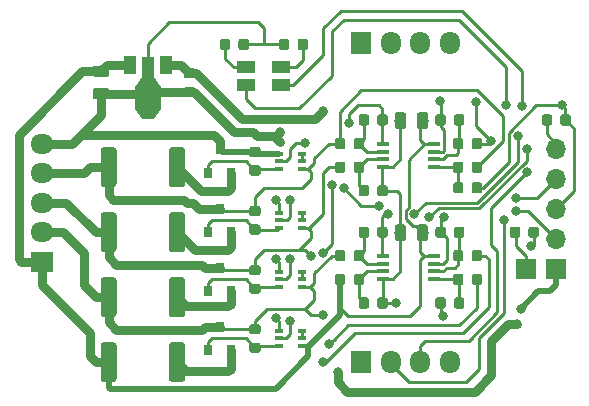
<source format=gtl>
G04 #@! TF.GenerationSoftware,KiCad,Pcbnew,(5.0.0)*
G04 #@! TF.CreationDate,2019-02-21T23:12:31-08:00*
G04 #@! TF.ProjectId,bms4_f051,626D73345F663035312E6B696361645F,rev?*
G04 #@! TF.SameCoordinates,Original*
G04 #@! TF.FileFunction,Copper,L1,Top,Signal*
G04 #@! TF.FilePolarity,Positive*
%FSLAX46Y46*%
G04 Gerber Fmt 4.6, Leading zero omitted, Abs format (unit mm)*
G04 Created by KiCad (PCBNEW (5.0.0)) date 02/21/19 23:12:31*
%MOMM*%
%LPD*%
G01*
G04 APERTURE LIST*
G04 #@! TA.AperFunction,Conductor*
%ADD10C,0.100000*%
G04 #@! TD*
G04 #@! TA.AperFunction,SMDPad,CuDef*
%ADD11C,0.975000*%
G04 #@! TD*
G04 #@! TA.AperFunction,SMDPad,CuDef*
%ADD12C,0.875000*%
G04 #@! TD*
G04 #@! TA.AperFunction,SMDPad,CuDef*
%ADD13R,1.500000X1.100000*%
G04 #@! TD*
G04 #@! TA.AperFunction,ComponentPad*
%ADD14O,1.700000X1.950000*%
G04 #@! TD*
G04 #@! TA.AperFunction,ComponentPad*
%ADD15R,1.700000X1.950000*%
G04 #@! TD*
G04 #@! TA.AperFunction,ComponentPad*
%ADD16R,1.950000X1.700000*%
G04 #@! TD*
G04 #@! TA.AperFunction,ComponentPad*
%ADD17O,1.950000X1.700000*%
G04 #@! TD*
G04 #@! TA.AperFunction,ComponentPad*
%ADD18R,1.700000X1.700000*%
G04 #@! TD*
G04 #@! TA.AperFunction,ComponentPad*
%ADD19O,1.700000X1.700000*%
G04 #@! TD*
G04 #@! TA.AperFunction,SMDPad,CuDef*
%ADD20R,0.800000X0.900000*%
G04 #@! TD*
G04 #@! TA.AperFunction,SMDPad,CuDef*
%ADD21R,0.650000X0.400000*%
G04 #@! TD*
G04 #@! TA.AperFunction,SMDPad,CuDef*
%ADD22R,1.100000X0.400000*%
G04 #@! TD*
G04 #@! TA.AperFunction,SMDPad,CuDef*
%ADD23C,0.850000*%
G04 #@! TD*
G04 #@! TA.AperFunction,SMDPad,CuDef*
%ADD24R,1.000000X1.500000*%
G04 #@! TD*
G04 #@! TA.AperFunction,SMDPad,CuDef*
%ADD25R,1.000000X1.800000*%
G04 #@! TD*
G04 #@! TA.AperFunction,SMDPad,CuDef*
%ADD26R,2.200000X1.840000*%
G04 #@! TD*
G04 #@! TA.AperFunction,SMDPad,CuDef*
%ADD27C,1.000000*%
G04 #@! TD*
G04 #@! TA.AperFunction,SMDPad,CuDef*
%ADD28C,1.350000*%
G04 #@! TD*
G04 #@! TA.AperFunction,ViaPad*
%ADD29C,0.800000*%
G04 #@! TD*
G04 #@! TA.AperFunction,Conductor*
%ADD30C,0.800000*%
G04 #@! TD*
G04 #@! TA.AperFunction,Conductor*
%ADD31C,0.500000*%
G04 #@! TD*
G04 #@! TA.AperFunction,Conductor*
%ADD32C,0.250000*%
G04 #@! TD*
G04 APERTURE END LIST*
D10*
G04 #@! TO.N,+BATT*
G04 #@! TO.C,C3*
G36*
X136455142Y-119351174D02*
X136478803Y-119354684D01*
X136502007Y-119360496D01*
X136524529Y-119368554D01*
X136546153Y-119378782D01*
X136566670Y-119391079D01*
X136585883Y-119405329D01*
X136603607Y-119421393D01*
X136619671Y-119439117D01*
X136633921Y-119458330D01*
X136646218Y-119478847D01*
X136656446Y-119500471D01*
X136664504Y-119522993D01*
X136670316Y-119546197D01*
X136673826Y-119569858D01*
X136675000Y-119593750D01*
X136675000Y-120506250D01*
X136673826Y-120530142D01*
X136670316Y-120553803D01*
X136664504Y-120577007D01*
X136656446Y-120599529D01*
X136646218Y-120621153D01*
X136633921Y-120641670D01*
X136619671Y-120660883D01*
X136603607Y-120678607D01*
X136585883Y-120694671D01*
X136566670Y-120708921D01*
X136546153Y-120721218D01*
X136524529Y-120731446D01*
X136502007Y-120739504D01*
X136478803Y-120745316D01*
X136455142Y-120748826D01*
X136431250Y-120750000D01*
X135943750Y-120750000D01*
X135919858Y-120748826D01*
X135896197Y-120745316D01*
X135872993Y-120739504D01*
X135850471Y-120731446D01*
X135828847Y-120721218D01*
X135808330Y-120708921D01*
X135789117Y-120694671D01*
X135771393Y-120678607D01*
X135755329Y-120660883D01*
X135741079Y-120641670D01*
X135728782Y-120621153D01*
X135718554Y-120599529D01*
X135710496Y-120577007D01*
X135704684Y-120553803D01*
X135701174Y-120530142D01*
X135700000Y-120506250D01*
X135700000Y-119593750D01*
X135701174Y-119569858D01*
X135704684Y-119546197D01*
X135710496Y-119522993D01*
X135718554Y-119500471D01*
X135728782Y-119478847D01*
X135741079Y-119458330D01*
X135755329Y-119439117D01*
X135771393Y-119421393D01*
X135789117Y-119405329D01*
X135808330Y-119391079D01*
X135828847Y-119378782D01*
X135850471Y-119368554D01*
X135872993Y-119360496D01*
X135896197Y-119354684D01*
X135919858Y-119351174D01*
X135943750Y-119350000D01*
X136431250Y-119350000D01*
X136455142Y-119351174D01*
X136455142Y-119351174D01*
G37*
D11*
G04 #@! TD*
G04 #@! TO.P,C3,1*
G04 #@! TO.N,+BATT*
X136187500Y-120050000D03*
D10*
G04 #@! TO.N,GND*
G04 #@! TO.C,C3*
G36*
X134580142Y-119351174D02*
X134603803Y-119354684D01*
X134627007Y-119360496D01*
X134649529Y-119368554D01*
X134671153Y-119378782D01*
X134691670Y-119391079D01*
X134710883Y-119405329D01*
X134728607Y-119421393D01*
X134744671Y-119439117D01*
X134758921Y-119458330D01*
X134771218Y-119478847D01*
X134781446Y-119500471D01*
X134789504Y-119522993D01*
X134795316Y-119546197D01*
X134798826Y-119569858D01*
X134800000Y-119593750D01*
X134800000Y-120506250D01*
X134798826Y-120530142D01*
X134795316Y-120553803D01*
X134789504Y-120577007D01*
X134781446Y-120599529D01*
X134771218Y-120621153D01*
X134758921Y-120641670D01*
X134744671Y-120660883D01*
X134728607Y-120678607D01*
X134710883Y-120694671D01*
X134691670Y-120708921D01*
X134671153Y-120721218D01*
X134649529Y-120731446D01*
X134627007Y-120739504D01*
X134603803Y-120745316D01*
X134580142Y-120748826D01*
X134556250Y-120750000D01*
X134068750Y-120750000D01*
X134044858Y-120748826D01*
X134021197Y-120745316D01*
X133997993Y-120739504D01*
X133975471Y-120731446D01*
X133953847Y-120721218D01*
X133933330Y-120708921D01*
X133914117Y-120694671D01*
X133896393Y-120678607D01*
X133880329Y-120660883D01*
X133866079Y-120641670D01*
X133853782Y-120621153D01*
X133843554Y-120599529D01*
X133835496Y-120577007D01*
X133829684Y-120553803D01*
X133826174Y-120530142D01*
X133825000Y-120506250D01*
X133825000Y-119593750D01*
X133826174Y-119569858D01*
X133829684Y-119546197D01*
X133835496Y-119522993D01*
X133843554Y-119500471D01*
X133853782Y-119478847D01*
X133866079Y-119458330D01*
X133880329Y-119439117D01*
X133896393Y-119421393D01*
X133914117Y-119405329D01*
X133933330Y-119391079D01*
X133953847Y-119378782D01*
X133975471Y-119368554D01*
X133997993Y-119360496D01*
X134021197Y-119354684D01*
X134044858Y-119351174D01*
X134068750Y-119350000D01*
X134556250Y-119350000D01*
X134580142Y-119351174D01*
X134580142Y-119351174D01*
G37*
D11*
G04 #@! TD*
G04 #@! TO.P,C3,2*
G04 #@! TO.N,GND*
X134312500Y-120050000D03*
D10*
G04 #@! TO.N,GND*
G04 #@! TO.C,C4*
G36*
X134580142Y-109851174D02*
X134603803Y-109854684D01*
X134627007Y-109860496D01*
X134649529Y-109868554D01*
X134671153Y-109878782D01*
X134691670Y-109891079D01*
X134710883Y-109905329D01*
X134728607Y-109921393D01*
X134744671Y-109939117D01*
X134758921Y-109958330D01*
X134771218Y-109978847D01*
X134781446Y-110000471D01*
X134789504Y-110022993D01*
X134795316Y-110046197D01*
X134798826Y-110069858D01*
X134800000Y-110093750D01*
X134800000Y-111006250D01*
X134798826Y-111030142D01*
X134795316Y-111053803D01*
X134789504Y-111077007D01*
X134781446Y-111099529D01*
X134771218Y-111121153D01*
X134758921Y-111141670D01*
X134744671Y-111160883D01*
X134728607Y-111178607D01*
X134710883Y-111194671D01*
X134691670Y-111208921D01*
X134671153Y-111221218D01*
X134649529Y-111231446D01*
X134627007Y-111239504D01*
X134603803Y-111245316D01*
X134580142Y-111248826D01*
X134556250Y-111250000D01*
X134068750Y-111250000D01*
X134044858Y-111248826D01*
X134021197Y-111245316D01*
X133997993Y-111239504D01*
X133975471Y-111231446D01*
X133953847Y-111221218D01*
X133933330Y-111208921D01*
X133914117Y-111194671D01*
X133896393Y-111178607D01*
X133880329Y-111160883D01*
X133866079Y-111141670D01*
X133853782Y-111121153D01*
X133843554Y-111099529D01*
X133835496Y-111077007D01*
X133829684Y-111053803D01*
X133826174Y-111030142D01*
X133825000Y-111006250D01*
X133825000Y-110093750D01*
X133826174Y-110069858D01*
X133829684Y-110046197D01*
X133835496Y-110022993D01*
X133843554Y-110000471D01*
X133853782Y-109978847D01*
X133866079Y-109958330D01*
X133880329Y-109939117D01*
X133896393Y-109921393D01*
X133914117Y-109905329D01*
X133933330Y-109891079D01*
X133953847Y-109878782D01*
X133975471Y-109868554D01*
X133997993Y-109860496D01*
X134021197Y-109854684D01*
X134044858Y-109851174D01*
X134068750Y-109850000D01*
X134556250Y-109850000D01*
X134580142Y-109851174D01*
X134580142Y-109851174D01*
G37*
D11*
G04 #@! TD*
G04 #@! TO.P,C4,2*
G04 #@! TO.N,GND*
X134312500Y-110550000D03*
D10*
G04 #@! TO.N,+BATT*
G04 #@! TO.C,C4*
G36*
X136455142Y-109851174D02*
X136478803Y-109854684D01*
X136502007Y-109860496D01*
X136524529Y-109868554D01*
X136546153Y-109878782D01*
X136566670Y-109891079D01*
X136585883Y-109905329D01*
X136603607Y-109921393D01*
X136619671Y-109939117D01*
X136633921Y-109958330D01*
X136646218Y-109978847D01*
X136656446Y-110000471D01*
X136664504Y-110022993D01*
X136670316Y-110046197D01*
X136673826Y-110069858D01*
X136675000Y-110093750D01*
X136675000Y-111006250D01*
X136673826Y-111030142D01*
X136670316Y-111053803D01*
X136664504Y-111077007D01*
X136656446Y-111099529D01*
X136646218Y-111121153D01*
X136633921Y-111141670D01*
X136619671Y-111160883D01*
X136603607Y-111178607D01*
X136585883Y-111194671D01*
X136566670Y-111208921D01*
X136546153Y-111221218D01*
X136524529Y-111231446D01*
X136502007Y-111239504D01*
X136478803Y-111245316D01*
X136455142Y-111248826D01*
X136431250Y-111250000D01*
X135943750Y-111250000D01*
X135919858Y-111248826D01*
X135896197Y-111245316D01*
X135872993Y-111239504D01*
X135850471Y-111231446D01*
X135828847Y-111221218D01*
X135808330Y-111208921D01*
X135789117Y-111194671D01*
X135771393Y-111178607D01*
X135755329Y-111160883D01*
X135741079Y-111141670D01*
X135728782Y-111121153D01*
X135718554Y-111099529D01*
X135710496Y-111077007D01*
X135704684Y-111053803D01*
X135701174Y-111030142D01*
X135700000Y-111006250D01*
X135700000Y-110093750D01*
X135701174Y-110069858D01*
X135704684Y-110046197D01*
X135710496Y-110022993D01*
X135718554Y-110000471D01*
X135728782Y-109978847D01*
X135741079Y-109958330D01*
X135755329Y-109939117D01*
X135771393Y-109921393D01*
X135789117Y-109905329D01*
X135808330Y-109891079D01*
X135828847Y-109878782D01*
X135850471Y-109868554D01*
X135872993Y-109860496D01*
X135896197Y-109854684D01*
X135919858Y-109851174D01*
X135943750Y-109850000D01*
X136431250Y-109850000D01*
X136455142Y-109851174D01*
X136455142Y-109851174D01*
G37*
D11*
G04 #@! TD*
G04 #@! TO.P,C4,1*
G04 #@! TO.N,+BATT*
X136187500Y-110550000D03*
D10*
G04 #@! TO.N,GND*
G04 #@! TO.C,C6*
G36*
X109430142Y-107776174D02*
X109453803Y-107779684D01*
X109477007Y-107785496D01*
X109499529Y-107793554D01*
X109521153Y-107803782D01*
X109541670Y-107816079D01*
X109560883Y-107830329D01*
X109578607Y-107846393D01*
X109594671Y-107864117D01*
X109608921Y-107883330D01*
X109621218Y-107903847D01*
X109631446Y-107925471D01*
X109639504Y-107947993D01*
X109645316Y-107971197D01*
X109648826Y-107994858D01*
X109650000Y-108018750D01*
X109650000Y-108506250D01*
X109648826Y-108530142D01*
X109645316Y-108553803D01*
X109639504Y-108577007D01*
X109631446Y-108599529D01*
X109621218Y-108621153D01*
X109608921Y-108641670D01*
X109594671Y-108660883D01*
X109578607Y-108678607D01*
X109560883Y-108694671D01*
X109541670Y-108708921D01*
X109521153Y-108721218D01*
X109499529Y-108731446D01*
X109477007Y-108739504D01*
X109453803Y-108745316D01*
X109430142Y-108748826D01*
X109406250Y-108750000D01*
X108493750Y-108750000D01*
X108469858Y-108748826D01*
X108446197Y-108745316D01*
X108422993Y-108739504D01*
X108400471Y-108731446D01*
X108378847Y-108721218D01*
X108358330Y-108708921D01*
X108339117Y-108694671D01*
X108321393Y-108678607D01*
X108305329Y-108660883D01*
X108291079Y-108641670D01*
X108278782Y-108621153D01*
X108268554Y-108599529D01*
X108260496Y-108577007D01*
X108254684Y-108553803D01*
X108251174Y-108530142D01*
X108250000Y-108506250D01*
X108250000Y-108018750D01*
X108251174Y-107994858D01*
X108254684Y-107971197D01*
X108260496Y-107947993D01*
X108268554Y-107925471D01*
X108278782Y-107903847D01*
X108291079Y-107883330D01*
X108305329Y-107864117D01*
X108321393Y-107846393D01*
X108339117Y-107830329D01*
X108358330Y-107816079D01*
X108378847Y-107803782D01*
X108400471Y-107793554D01*
X108422993Y-107785496D01*
X108446197Y-107779684D01*
X108469858Y-107776174D01*
X108493750Y-107775000D01*
X109406250Y-107775000D01*
X109430142Y-107776174D01*
X109430142Y-107776174D01*
G37*
D11*
G04 #@! TD*
G04 #@! TO.P,C6,2*
G04 #@! TO.N,GND*
X108950000Y-108262500D03*
D10*
G04 #@! TO.N,+BATT*
G04 #@! TO.C,C6*
G36*
X109430142Y-105901174D02*
X109453803Y-105904684D01*
X109477007Y-105910496D01*
X109499529Y-105918554D01*
X109521153Y-105928782D01*
X109541670Y-105941079D01*
X109560883Y-105955329D01*
X109578607Y-105971393D01*
X109594671Y-105989117D01*
X109608921Y-106008330D01*
X109621218Y-106028847D01*
X109631446Y-106050471D01*
X109639504Y-106072993D01*
X109645316Y-106096197D01*
X109648826Y-106119858D01*
X109650000Y-106143750D01*
X109650000Y-106631250D01*
X109648826Y-106655142D01*
X109645316Y-106678803D01*
X109639504Y-106702007D01*
X109631446Y-106724529D01*
X109621218Y-106746153D01*
X109608921Y-106766670D01*
X109594671Y-106785883D01*
X109578607Y-106803607D01*
X109560883Y-106819671D01*
X109541670Y-106833921D01*
X109521153Y-106846218D01*
X109499529Y-106856446D01*
X109477007Y-106864504D01*
X109453803Y-106870316D01*
X109430142Y-106873826D01*
X109406250Y-106875000D01*
X108493750Y-106875000D01*
X108469858Y-106873826D01*
X108446197Y-106870316D01*
X108422993Y-106864504D01*
X108400471Y-106856446D01*
X108378847Y-106846218D01*
X108358330Y-106833921D01*
X108339117Y-106819671D01*
X108321393Y-106803607D01*
X108305329Y-106785883D01*
X108291079Y-106766670D01*
X108278782Y-106746153D01*
X108268554Y-106724529D01*
X108260496Y-106702007D01*
X108254684Y-106678803D01*
X108251174Y-106655142D01*
X108250000Y-106631250D01*
X108250000Y-106143750D01*
X108251174Y-106119858D01*
X108254684Y-106096197D01*
X108260496Y-106072993D01*
X108268554Y-106050471D01*
X108278782Y-106028847D01*
X108291079Y-106008330D01*
X108305329Y-105989117D01*
X108321393Y-105971393D01*
X108339117Y-105955329D01*
X108358330Y-105941079D01*
X108378847Y-105928782D01*
X108400471Y-105918554D01*
X108422993Y-105910496D01*
X108446197Y-105904684D01*
X108469858Y-105901174D01*
X108493750Y-105900000D01*
X109406250Y-105900000D01*
X109430142Y-105901174D01*
X109430142Y-105901174D01*
G37*
D11*
G04 #@! TD*
G04 #@! TO.P,C6,1*
G04 #@! TO.N,+BATT*
X108950000Y-106387500D03*
D10*
G04 #@! TO.N,+3V3*
G04 #@! TO.C,C8*
G36*
X116727691Y-106101053D02*
X116748926Y-106104203D01*
X116769750Y-106109419D01*
X116789962Y-106116651D01*
X116809368Y-106125830D01*
X116827781Y-106136866D01*
X116845024Y-106149654D01*
X116860930Y-106164070D01*
X116875346Y-106179976D01*
X116888134Y-106197219D01*
X116899170Y-106215632D01*
X116908349Y-106235038D01*
X116915581Y-106255250D01*
X116920797Y-106276074D01*
X116923947Y-106297309D01*
X116925000Y-106318750D01*
X116925000Y-106756250D01*
X116923947Y-106777691D01*
X116920797Y-106798926D01*
X116915581Y-106819750D01*
X116908349Y-106839962D01*
X116899170Y-106859368D01*
X116888134Y-106877781D01*
X116875346Y-106895024D01*
X116860930Y-106910930D01*
X116845024Y-106925346D01*
X116827781Y-106938134D01*
X116809368Y-106949170D01*
X116789962Y-106958349D01*
X116769750Y-106965581D01*
X116748926Y-106970797D01*
X116727691Y-106973947D01*
X116706250Y-106975000D01*
X116193750Y-106975000D01*
X116172309Y-106973947D01*
X116151074Y-106970797D01*
X116130250Y-106965581D01*
X116110038Y-106958349D01*
X116090632Y-106949170D01*
X116072219Y-106938134D01*
X116054976Y-106925346D01*
X116039070Y-106910930D01*
X116024654Y-106895024D01*
X116011866Y-106877781D01*
X116000830Y-106859368D01*
X115991651Y-106839962D01*
X115984419Y-106819750D01*
X115979203Y-106798926D01*
X115976053Y-106777691D01*
X115975000Y-106756250D01*
X115975000Y-106318750D01*
X115976053Y-106297309D01*
X115979203Y-106276074D01*
X115984419Y-106255250D01*
X115991651Y-106235038D01*
X116000830Y-106215632D01*
X116011866Y-106197219D01*
X116024654Y-106179976D01*
X116039070Y-106164070D01*
X116054976Y-106149654D01*
X116072219Y-106136866D01*
X116090632Y-106125830D01*
X116110038Y-106116651D01*
X116130250Y-106109419D01*
X116151074Y-106104203D01*
X116172309Y-106101053D01*
X116193750Y-106100000D01*
X116706250Y-106100000D01*
X116727691Y-106101053D01*
X116727691Y-106101053D01*
G37*
D12*
G04 #@! TD*
G04 #@! TO.P,C8,1*
G04 #@! TO.N,+3V3*
X116450000Y-106537500D03*
D10*
G04 #@! TO.N,GND*
G04 #@! TO.C,C8*
G36*
X116727691Y-107676053D02*
X116748926Y-107679203D01*
X116769750Y-107684419D01*
X116789962Y-107691651D01*
X116809368Y-107700830D01*
X116827781Y-107711866D01*
X116845024Y-107724654D01*
X116860930Y-107739070D01*
X116875346Y-107754976D01*
X116888134Y-107772219D01*
X116899170Y-107790632D01*
X116908349Y-107810038D01*
X116915581Y-107830250D01*
X116920797Y-107851074D01*
X116923947Y-107872309D01*
X116925000Y-107893750D01*
X116925000Y-108331250D01*
X116923947Y-108352691D01*
X116920797Y-108373926D01*
X116915581Y-108394750D01*
X116908349Y-108414962D01*
X116899170Y-108434368D01*
X116888134Y-108452781D01*
X116875346Y-108470024D01*
X116860930Y-108485930D01*
X116845024Y-108500346D01*
X116827781Y-108513134D01*
X116809368Y-108524170D01*
X116789962Y-108533349D01*
X116769750Y-108540581D01*
X116748926Y-108545797D01*
X116727691Y-108548947D01*
X116706250Y-108550000D01*
X116193750Y-108550000D01*
X116172309Y-108548947D01*
X116151074Y-108545797D01*
X116130250Y-108540581D01*
X116110038Y-108533349D01*
X116090632Y-108524170D01*
X116072219Y-108513134D01*
X116054976Y-108500346D01*
X116039070Y-108485930D01*
X116024654Y-108470024D01*
X116011866Y-108452781D01*
X116000830Y-108434368D01*
X115991651Y-108414962D01*
X115984419Y-108394750D01*
X115979203Y-108373926D01*
X115976053Y-108352691D01*
X115975000Y-108331250D01*
X115975000Y-107893750D01*
X115976053Y-107872309D01*
X115979203Y-107851074D01*
X115984419Y-107830250D01*
X115991651Y-107810038D01*
X116000830Y-107790632D01*
X116011866Y-107772219D01*
X116024654Y-107754976D01*
X116039070Y-107739070D01*
X116054976Y-107724654D01*
X116072219Y-107711866D01*
X116090632Y-107700830D01*
X116110038Y-107691651D01*
X116130250Y-107684419D01*
X116151074Y-107679203D01*
X116172309Y-107676053D01*
X116193750Y-107675000D01*
X116706250Y-107675000D01*
X116727691Y-107676053D01*
X116727691Y-107676053D01*
G37*
D12*
G04 #@! TD*
G04 #@! TO.P,C8,2*
G04 #@! TO.N,GND*
X116450000Y-108112500D03*
D10*
G04 #@! TO.N,GND*
G04 #@! TO.C,C9*
G36*
X148527691Y-110026053D02*
X148548926Y-110029203D01*
X148569750Y-110034419D01*
X148589962Y-110041651D01*
X148609368Y-110050830D01*
X148627781Y-110061866D01*
X148645024Y-110074654D01*
X148660930Y-110089070D01*
X148675346Y-110104976D01*
X148688134Y-110122219D01*
X148699170Y-110140632D01*
X148708349Y-110160038D01*
X148715581Y-110180250D01*
X148720797Y-110201074D01*
X148723947Y-110222309D01*
X148725000Y-110243750D01*
X148725000Y-110756250D01*
X148723947Y-110777691D01*
X148720797Y-110798926D01*
X148715581Y-110819750D01*
X148708349Y-110839962D01*
X148699170Y-110859368D01*
X148688134Y-110877781D01*
X148675346Y-110895024D01*
X148660930Y-110910930D01*
X148645024Y-110925346D01*
X148627781Y-110938134D01*
X148609368Y-110949170D01*
X148589962Y-110958349D01*
X148569750Y-110965581D01*
X148548926Y-110970797D01*
X148527691Y-110973947D01*
X148506250Y-110975000D01*
X148068750Y-110975000D01*
X148047309Y-110973947D01*
X148026074Y-110970797D01*
X148005250Y-110965581D01*
X147985038Y-110958349D01*
X147965632Y-110949170D01*
X147947219Y-110938134D01*
X147929976Y-110925346D01*
X147914070Y-110910930D01*
X147899654Y-110895024D01*
X147886866Y-110877781D01*
X147875830Y-110859368D01*
X147866651Y-110839962D01*
X147859419Y-110819750D01*
X147854203Y-110798926D01*
X147851053Y-110777691D01*
X147850000Y-110756250D01*
X147850000Y-110243750D01*
X147851053Y-110222309D01*
X147854203Y-110201074D01*
X147859419Y-110180250D01*
X147866651Y-110160038D01*
X147875830Y-110140632D01*
X147886866Y-110122219D01*
X147899654Y-110104976D01*
X147914070Y-110089070D01*
X147929976Y-110074654D01*
X147947219Y-110061866D01*
X147965632Y-110050830D01*
X147985038Y-110041651D01*
X148005250Y-110034419D01*
X148026074Y-110029203D01*
X148047309Y-110026053D01*
X148068750Y-110025000D01*
X148506250Y-110025000D01*
X148527691Y-110026053D01*
X148527691Y-110026053D01*
G37*
D12*
G04 #@! TD*
G04 #@! TO.P,C9,2*
G04 #@! TO.N,GND*
X148287500Y-110500000D03*
D10*
G04 #@! TO.N,/Reset*
G04 #@! TO.C,C9*
G36*
X146952691Y-110026053D02*
X146973926Y-110029203D01*
X146994750Y-110034419D01*
X147014962Y-110041651D01*
X147034368Y-110050830D01*
X147052781Y-110061866D01*
X147070024Y-110074654D01*
X147085930Y-110089070D01*
X147100346Y-110104976D01*
X147113134Y-110122219D01*
X147124170Y-110140632D01*
X147133349Y-110160038D01*
X147140581Y-110180250D01*
X147145797Y-110201074D01*
X147148947Y-110222309D01*
X147150000Y-110243750D01*
X147150000Y-110756250D01*
X147148947Y-110777691D01*
X147145797Y-110798926D01*
X147140581Y-110819750D01*
X147133349Y-110839962D01*
X147124170Y-110859368D01*
X147113134Y-110877781D01*
X147100346Y-110895024D01*
X147085930Y-110910930D01*
X147070024Y-110925346D01*
X147052781Y-110938134D01*
X147034368Y-110949170D01*
X147014962Y-110958349D01*
X146994750Y-110965581D01*
X146973926Y-110970797D01*
X146952691Y-110973947D01*
X146931250Y-110975000D01*
X146493750Y-110975000D01*
X146472309Y-110973947D01*
X146451074Y-110970797D01*
X146430250Y-110965581D01*
X146410038Y-110958349D01*
X146390632Y-110949170D01*
X146372219Y-110938134D01*
X146354976Y-110925346D01*
X146339070Y-110910930D01*
X146324654Y-110895024D01*
X146311866Y-110877781D01*
X146300830Y-110859368D01*
X146291651Y-110839962D01*
X146284419Y-110819750D01*
X146279203Y-110798926D01*
X146276053Y-110777691D01*
X146275000Y-110756250D01*
X146275000Y-110243750D01*
X146276053Y-110222309D01*
X146279203Y-110201074D01*
X146284419Y-110180250D01*
X146291651Y-110160038D01*
X146300830Y-110140632D01*
X146311866Y-110122219D01*
X146324654Y-110104976D01*
X146339070Y-110089070D01*
X146354976Y-110074654D01*
X146372219Y-110061866D01*
X146390632Y-110050830D01*
X146410038Y-110041651D01*
X146430250Y-110034419D01*
X146451074Y-110029203D01*
X146472309Y-110026053D01*
X146493750Y-110025000D01*
X146931250Y-110025000D01*
X146952691Y-110026053D01*
X146952691Y-110026053D01*
G37*
D12*
G04 #@! TD*
G04 #@! TO.P,C9,1*
G04 #@! TO.N,/Reset*
X146712500Y-110500000D03*
D13*
G04 #@! TO.P,D1,1*
G04 #@! TO.N,/LED_G*
X124200000Y-107550000D03*
G04 #@! TO.P,D1,2*
G04 #@! TO.N,/LED_R*
X121200000Y-107550000D03*
G04 #@! TO.P,D1,3*
G04 #@! TO.N,Net-(D1-Pad3)*
X121200000Y-106050000D03*
G04 #@! TO.P,D1,4*
G04 #@! TO.N,Net-(D1-Pad4)*
X124200000Y-106050000D03*
G04 #@! TD*
D14*
G04 #@! TO.P,J1,4*
G04 #@! TO.N,GNDA*
X138500000Y-104000000D03*
G04 #@! TO.P,J1,3*
G04 #@! TO.N,Net-(J1-Pad3)*
X136000000Y-104000000D03*
G04 #@! TO.P,J1,2*
G04 #@! TO.N,Net-(J1-Pad2)*
X133500000Y-104000000D03*
D15*
G04 #@! TO.P,J1,1*
G04 #@! TO.N,+3.3VA*
X131000000Y-104000000D03*
G04 #@! TD*
D16*
G04 #@! TO.P,J2,1*
G04 #@! TO.N,+BATT*
X104000000Y-122500000D03*
D17*
G04 #@! TO.P,J2,2*
G04 #@! TO.N,/Batt3*
X104000000Y-120000000D03*
G04 #@! TO.P,J2,3*
G04 #@! TO.N,/Batt2*
X104000000Y-117500000D03*
G04 #@! TO.P,J2,4*
G04 #@! TO.N,/Batt1*
X104000000Y-115000000D03*
G04 #@! TO.P,J2,5*
G04 #@! TO.N,GND*
X104000000Y-112500000D03*
G04 #@! TD*
D18*
G04 #@! TO.P,J3,1*
G04 #@! TO.N,+3V3*
X147500000Y-123100000D03*
D19*
G04 #@! TO.P,J3,2*
G04 #@! TO.N,/SWCLK*
X147500000Y-120560000D03*
G04 #@! TO.P,J3,3*
G04 #@! TO.N,GND*
X147500000Y-118020000D03*
G04 #@! TO.P,J3,4*
G04 #@! TO.N,/SWDIO*
X147500000Y-115480000D03*
G04 #@! TO.P,J3,5*
G04 #@! TO.N,/Reset*
X147500000Y-112940000D03*
G04 #@! TD*
D15*
G04 #@! TO.P,J4,1*
G04 #@! TO.N,+3V3*
X131000000Y-131000000D03*
D14*
G04 #@! TO.P,J4,2*
G04 #@! TO.N,/RxDown*
X133500000Y-131000000D03*
G04 #@! TO.P,J4,3*
G04 #@! TO.N,/TxDown*
X136000000Y-131000000D03*
G04 #@! TO.P,J4,4*
G04 #@! TO.N,GND*
X138500000Y-131000000D03*
G04 #@! TD*
D20*
G04 #@! TO.P,Q1,1*
G04 #@! TO.N,Net-(Q1-Pad1)*
X118050000Y-130000000D03*
G04 #@! TO.P,Q1,2*
G04 #@! TO.N,Net-(Q1-Pad2)*
X119950000Y-130000000D03*
G04 #@! TO.P,Q1,3*
G04 #@! TO.N,/Batt3*
X119000000Y-128000000D03*
G04 #@! TD*
G04 #@! TO.P,Q2,3*
G04 #@! TO.N,/Batt2*
X119000000Y-123000000D03*
G04 #@! TO.P,Q2,2*
G04 #@! TO.N,Net-(Q2-Pad2)*
X119950000Y-125000000D03*
G04 #@! TO.P,Q2,1*
G04 #@! TO.N,Net-(Q2-Pad1)*
X118050000Y-125000000D03*
G04 #@! TD*
D21*
G04 #@! TO.P,Q3,1*
G04 #@! TO.N,GND*
X124050000Y-128350000D03*
G04 #@! TO.P,Q3,3*
G04 #@! TO.N,Net-(Q1-Pad1)*
X124050000Y-129650000D03*
G04 #@! TO.P,Q3,5*
G04 #@! TO.N,Net-(Q3-Pad5)*
X125950000Y-129000000D03*
G04 #@! TO.P,Q3,2*
G04 #@! TO.N,/Bal4*
X124050000Y-129000000D03*
G04 #@! TO.P,Q3,4*
G04 #@! TO.N,+BATT*
X125950000Y-129650000D03*
G04 #@! TO.P,Q3,6*
G04 #@! TO.N,Net-(Q3-Pad5)*
X125950000Y-128350000D03*
G04 #@! TD*
G04 #@! TO.P,Q4,6*
G04 #@! TO.N,Net-(Q4-Pad5)*
X125950000Y-123350000D03*
G04 #@! TO.P,Q4,4*
G04 #@! TO.N,/Batt3*
X125950000Y-124650000D03*
G04 #@! TO.P,Q4,2*
G04 #@! TO.N,/Bal3*
X124050000Y-124000000D03*
G04 #@! TO.P,Q4,5*
G04 #@! TO.N,Net-(Q4-Pad5)*
X125950000Y-124000000D03*
G04 #@! TO.P,Q4,3*
G04 #@! TO.N,Net-(Q2-Pad1)*
X124050000Y-124650000D03*
G04 #@! TO.P,Q4,1*
G04 #@! TO.N,GND*
X124050000Y-123350000D03*
G04 #@! TD*
D20*
G04 #@! TO.P,Q5,1*
G04 #@! TO.N,Net-(Q5-Pad1)*
X118050000Y-120000000D03*
G04 #@! TO.P,Q5,2*
G04 #@! TO.N,Net-(Q5-Pad2)*
X119950000Y-120000000D03*
G04 #@! TO.P,Q5,3*
G04 #@! TO.N,/Batt1*
X119000000Y-118000000D03*
G04 #@! TD*
G04 #@! TO.P,Q6,3*
G04 #@! TO.N,GND*
X119000000Y-113000000D03*
G04 #@! TO.P,Q6,2*
G04 #@! TO.N,Net-(Q6-Pad2)*
X119950000Y-115000000D03*
G04 #@! TO.P,Q6,1*
G04 #@! TO.N,Net-(Q6-Pad1)*
X118050000Y-115000000D03*
G04 #@! TD*
D21*
G04 #@! TO.P,Q7,1*
G04 #@! TO.N,GND*
X124050000Y-118350000D03*
G04 #@! TO.P,Q7,3*
G04 #@! TO.N,Net-(Q5-Pad1)*
X124050000Y-119650000D03*
G04 #@! TO.P,Q7,5*
G04 #@! TO.N,Net-(Q7-Pad5)*
X125950000Y-119000000D03*
G04 #@! TO.P,Q7,2*
G04 #@! TO.N,/Bal2*
X124050000Y-119000000D03*
G04 #@! TO.P,Q7,4*
G04 #@! TO.N,/Batt2*
X125950000Y-119650000D03*
G04 #@! TO.P,Q7,6*
G04 #@! TO.N,Net-(Q7-Pad5)*
X125950000Y-118350000D03*
G04 #@! TD*
G04 #@! TO.P,Q8,6*
G04 #@! TO.N,Net-(Q8-Pad5)*
X125950000Y-113350000D03*
G04 #@! TO.P,Q8,4*
G04 #@! TO.N,/Batt1*
X125950000Y-114650000D03*
G04 #@! TO.P,Q8,2*
G04 #@! TO.N,/Bal1*
X124050000Y-114000000D03*
G04 #@! TO.P,Q8,5*
G04 #@! TO.N,Net-(Q8-Pad5)*
X125950000Y-114000000D03*
G04 #@! TO.P,Q8,3*
G04 #@! TO.N,Net-(Q6-Pad1)*
X124050000Y-114650000D03*
G04 #@! TO.P,Q8,1*
G04 #@! TO.N,GND*
X124050000Y-113350000D03*
G04 #@! TD*
D10*
G04 #@! TO.N,Net-(R1-Pad1)*
G04 #@! TO.C,R1*
G36*
X131027691Y-123526053D02*
X131048926Y-123529203D01*
X131069750Y-123534419D01*
X131089962Y-123541651D01*
X131109368Y-123550830D01*
X131127781Y-123561866D01*
X131145024Y-123574654D01*
X131160930Y-123589070D01*
X131175346Y-123604976D01*
X131188134Y-123622219D01*
X131199170Y-123640632D01*
X131208349Y-123660038D01*
X131215581Y-123680250D01*
X131220797Y-123701074D01*
X131223947Y-123722309D01*
X131225000Y-123743750D01*
X131225000Y-124256250D01*
X131223947Y-124277691D01*
X131220797Y-124298926D01*
X131215581Y-124319750D01*
X131208349Y-124339962D01*
X131199170Y-124359368D01*
X131188134Y-124377781D01*
X131175346Y-124395024D01*
X131160930Y-124410930D01*
X131145024Y-124425346D01*
X131127781Y-124438134D01*
X131109368Y-124449170D01*
X131089962Y-124458349D01*
X131069750Y-124465581D01*
X131048926Y-124470797D01*
X131027691Y-124473947D01*
X131006250Y-124475000D01*
X130568750Y-124475000D01*
X130547309Y-124473947D01*
X130526074Y-124470797D01*
X130505250Y-124465581D01*
X130485038Y-124458349D01*
X130465632Y-124449170D01*
X130447219Y-124438134D01*
X130429976Y-124425346D01*
X130414070Y-124410930D01*
X130399654Y-124395024D01*
X130386866Y-124377781D01*
X130375830Y-124359368D01*
X130366651Y-124339962D01*
X130359419Y-124319750D01*
X130354203Y-124298926D01*
X130351053Y-124277691D01*
X130350000Y-124256250D01*
X130350000Y-123743750D01*
X130351053Y-123722309D01*
X130354203Y-123701074D01*
X130359419Y-123680250D01*
X130366651Y-123660038D01*
X130375830Y-123640632D01*
X130386866Y-123622219D01*
X130399654Y-123604976D01*
X130414070Y-123589070D01*
X130429976Y-123574654D01*
X130447219Y-123561866D01*
X130465632Y-123550830D01*
X130485038Y-123541651D01*
X130505250Y-123534419D01*
X130526074Y-123529203D01*
X130547309Y-123526053D01*
X130568750Y-123525000D01*
X131006250Y-123525000D01*
X131027691Y-123526053D01*
X131027691Y-123526053D01*
G37*
D12*
G04 #@! TD*
G04 #@! TO.P,R1,1*
G04 #@! TO.N,Net-(R1-Pad1)*
X130787500Y-124000000D03*
D10*
G04 #@! TO.N,+BATT*
G04 #@! TO.C,R1*
G36*
X129452691Y-123526053D02*
X129473926Y-123529203D01*
X129494750Y-123534419D01*
X129514962Y-123541651D01*
X129534368Y-123550830D01*
X129552781Y-123561866D01*
X129570024Y-123574654D01*
X129585930Y-123589070D01*
X129600346Y-123604976D01*
X129613134Y-123622219D01*
X129624170Y-123640632D01*
X129633349Y-123660038D01*
X129640581Y-123680250D01*
X129645797Y-123701074D01*
X129648947Y-123722309D01*
X129650000Y-123743750D01*
X129650000Y-124256250D01*
X129648947Y-124277691D01*
X129645797Y-124298926D01*
X129640581Y-124319750D01*
X129633349Y-124339962D01*
X129624170Y-124359368D01*
X129613134Y-124377781D01*
X129600346Y-124395024D01*
X129585930Y-124410930D01*
X129570024Y-124425346D01*
X129552781Y-124438134D01*
X129534368Y-124449170D01*
X129514962Y-124458349D01*
X129494750Y-124465581D01*
X129473926Y-124470797D01*
X129452691Y-124473947D01*
X129431250Y-124475000D01*
X128993750Y-124475000D01*
X128972309Y-124473947D01*
X128951074Y-124470797D01*
X128930250Y-124465581D01*
X128910038Y-124458349D01*
X128890632Y-124449170D01*
X128872219Y-124438134D01*
X128854976Y-124425346D01*
X128839070Y-124410930D01*
X128824654Y-124395024D01*
X128811866Y-124377781D01*
X128800830Y-124359368D01*
X128791651Y-124339962D01*
X128784419Y-124319750D01*
X128779203Y-124298926D01*
X128776053Y-124277691D01*
X128775000Y-124256250D01*
X128775000Y-123743750D01*
X128776053Y-123722309D01*
X128779203Y-123701074D01*
X128784419Y-123680250D01*
X128791651Y-123660038D01*
X128800830Y-123640632D01*
X128811866Y-123622219D01*
X128824654Y-123604976D01*
X128839070Y-123589070D01*
X128854976Y-123574654D01*
X128872219Y-123561866D01*
X128890632Y-123550830D01*
X128910038Y-123541651D01*
X128930250Y-123534419D01*
X128951074Y-123529203D01*
X128972309Y-123526053D01*
X128993750Y-123525000D01*
X129431250Y-123525000D01*
X129452691Y-123526053D01*
X129452691Y-123526053D01*
G37*
D12*
G04 #@! TD*
G04 #@! TO.P,R1,2*
G04 #@! TO.N,+BATT*
X129212500Y-124000000D03*
D10*
G04 #@! TO.N,/Batt3*
G04 #@! TO.C,R2*
G36*
X129452691Y-121526053D02*
X129473926Y-121529203D01*
X129494750Y-121534419D01*
X129514962Y-121541651D01*
X129534368Y-121550830D01*
X129552781Y-121561866D01*
X129570024Y-121574654D01*
X129585930Y-121589070D01*
X129600346Y-121604976D01*
X129613134Y-121622219D01*
X129624170Y-121640632D01*
X129633349Y-121660038D01*
X129640581Y-121680250D01*
X129645797Y-121701074D01*
X129648947Y-121722309D01*
X129650000Y-121743750D01*
X129650000Y-122256250D01*
X129648947Y-122277691D01*
X129645797Y-122298926D01*
X129640581Y-122319750D01*
X129633349Y-122339962D01*
X129624170Y-122359368D01*
X129613134Y-122377781D01*
X129600346Y-122395024D01*
X129585930Y-122410930D01*
X129570024Y-122425346D01*
X129552781Y-122438134D01*
X129534368Y-122449170D01*
X129514962Y-122458349D01*
X129494750Y-122465581D01*
X129473926Y-122470797D01*
X129452691Y-122473947D01*
X129431250Y-122475000D01*
X128993750Y-122475000D01*
X128972309Y-122473947D01*
X128951074Y-122470797D01*
X128930250Y-122465581D01*
X128910038Y-122458349D01*
X128890632Y-122449170D01*
X128872219Y-122438134D01*
X128854976Y-122425346D01*
X128839070Y-122410930D01*
X128824654Y-122395024D01*
X128811866Y-122377781D01*
X128800830Y-122359368D01*
X128791651Y-122339962D01*
X128784419Y-122319750D01*
X128779203Y-122298926D01*
X128776053Y-122277691D01*
X128775000Y-122256250D01*
X128775000Y-121743750D01*
X128776053Y-121722309D01*
X128779203Y-121701074D01*
X128784419Y-121680250D01*
X128791651Y-121660038D01*
X128800830Y-121640632D01*
X128811866Y-121622219D01*
X128824654Y-121604976D01*
X128839070Y-121589070D01*
X128854976Y-121574654D01*
X128872219Y-121561866D01*
X128890632Y-121550830D01*
X128910038Y-121541651D01*
X128930250Y-121534419D01*
X128951074Y-121529203D01*
X128972309Y-121526053D01*
X128993750Y-121525000D01*
X129431250Y-121525000D01*
X129452691Y-121526053D01*
X129452691Y-121526053D01*
G37*
D12*
G04 #@! TD*
G04 #@! TO.P,R2,2*
G04 #@! TO.N,/Batt3*
X129212500Y-122000000D03*
D10*
G04 #@! TO.N,Net-(R13-Pad2)*
G04 #@! TO.C,R2*
G36*
X131027691Y-121526053D02*
X131048926Y-121529203D01*
X131069750Y-121534419D01*
X131089962Y-121541651D01*
X131109368Y-121550830D01*
X131127781Y-121561866D01*
X131145024Y-121574654D01*
X131160930Y-121589070D01*
X131175346Y-121604976D01*
X131188134Y-121622219D01*
X131199170Y-121640632D01*
X131208349Y-121660038D01*
X131215581Y-121680250D01*
X131220797Y-121701074D01*
X131223947Y-121722309D01*
X131225000Y-121743750D01*
X131225000Y-122256250D01*
X131223947Y-122277691D01*
X131220797Y-122298926D01*
X131215581Y-122319750D01*
X131208349Y-122339962D01*
X131199170Y-122359368D01*
X131188134Y-122377781D01*
X131175346Y-122395024D01*
X131160930Y-122410930D01*
X131145024Y-122425346D01*
X131127781Y-122438134D01*
X131109368Y-122449170D01*
X131089962Y-122458349D01*
X131069750Y-122465581D01*
X131048926Y-122470797D01*
X131027691Y-122473947D01*
X131006250Y-122475000D01*
X130568750Y-122475000D01*
X130547309Y-122473947D01*
X130526074Y-122470797D01*
X130505250Y-122465581D01*
X130485038Y-122458349D01*
X130465632Y-122449170D01*
X130447219Y-122438134D01*
X130429976Y-122425346D01*
X130414070Y-122410930D01*
X130399654Y-122395024D01*
X130386866Y-122377781D01*
X130375830Y-122359368D01*
X130366651Y-122339962D01*
X130359419Y-122319750D01*
X130354203Y-122298926D01*
X130351053Y-122277691D01*
X130350000Y-122256250D01*
X130350000Y-121743750D01*
X130351053Y-121722309D01*
X130354203Y-121701074D01*
X130359419Y-121680250D01*
X130366651Y-121660038D01*
X130375830Y-121640632D01*
X130386866Y-121622219D01*
X130399654Y-121604976D01*
X130414070Y-121589070D01*
X130429976Y-121574654D01*
X130447219Y-121561866D01*
X130465632Y-121550830D01*
X130485038Y-121541651D01*
X130505250Y-121534419D01*
X130526074Y-121529203D01*
X130547309Y-121526053D01*
X130568750Y-121525000D01*
X131006250Y-121525000D01*
X131027691Y-121526053D01*
X131027691Y-121526053D01*
G37*
D12*
G04 #@! TD*
G04 #@! TO.P,R2,1*
G04 #@! TO.N,Net-(R13-Pad2)*
X130787500Y-122000000D03*
D10*
G04 #@! TO.N,Net-(R10-Pad2)*
G04 #@! TO.C,R3*
G36*
X139452691Y-123526053D02*
X139473926Y-123529203D01*
X139494750Y-123534419D01*
X139514962Y-123541651D01*
X139534368Y-123550830D01*
X139552781Y-123561866D01*
X139570024Y-123574654D01*
X139585930Y-123589070D01*
X139600346Y-123604976D01*
X139613134Y-123622219D01*
X139624170Y-123640632D01*
X139633349Y-123660038D01*
X139640581Y-123680250D01*
X139645797Y-123701074D01*
X139648947Y-123722309D01*
X139650000Y-123743750D01*
X139650000Y-124256250D01*
X139648947Y-124277691D01*
X139645797Y-124298926D01*
X139640581Y-124319750D01*
X139633349Y-124339962D01*
X139624170Y-124359368D01*
X139613134Y-124377781D01*
X139600346Y-124395024D01*
X139585930Y-124410930D01*
X139570024Y-124425346D01*
X139552781Y-124438134D01*
X139534368Y-124449170D01*
X139514962Y-124458349D01*
X139494750Y-124465581D01*
X139473926Y-124470797D01*
X139452691Y-124473947D01*
X139431250Y-124475000D01*
X138993750Y-124475000D01*
X138972309Y-124473947D01*
X138951074Y-124470797D01*
X138930250Y-124465581D01*
X138910038Y-124458349D01*
X138890632Y-124449170D01*
X138872219Y-124438134D01*
X138854976Y-124425346D01*
X138839070Y-124410930D01*
X138824654Y-124395024D01*
X138811866Y-124377781D01*
X138800830Y-124359368D01*
X138791651Y-124339962D01*
X138784419Y-124319750D01*
X138779203Y-124298926D01*
X138776053Y-124277691D01*
X138775000Y-124256250D01*
X138775000Y-123743750D01*
X138776053Y-123722309D01*
X138779203Y-123701074D01*
X138784419Y-123680250D01*
X138791651Y-123660038D01*
X138800830Y-123640632D01*
X138811866Y-123622219D01*
X138824654Y-123604976D01*
X138839070Y-123589070D01*
X138854976Y-123574654D01*
X138872219Y-123561866D01*
X138890632Y-123550830D01*
X138910038Y-123541651D01*
X138930250Y-123534419D01*
X138951074Y-123529203D01*
X138972309Y-123526053D01*
X138993750Y-123525000D01*
X139431250Y-123525000D01*
X139452691Y-123526053D01*
X139452691Y-123526053D01*
G37*
D12*
G04 #@! TD*
G04 #@! TO.P,R3,1*
G04 #@! TO.N,Net-(R10-Pad2)*
X139212500Y-124000000D03*
D10*
G04 #@! TO.N,/Batt3*
G04 #@! TO.C,R3*
G36*
X141027691Y-123526053D02*
X141048926Y-123529203D01*
X141069750Y-123534419D01*
X141089962Y-123541651D01*
X141109368Y-123550830D01*
X141127781Y-123561866D01*
X141145024Y-123574654D01*
X141160930Y-123589070D01*
X141175346Y-123604976D01*
X141188134Y-123622219D01*
X141199170Y-123640632D01*
X141208349Y-123660038D01*
X141215581Y-123680250D01*
X141220797Y-123701074D01*
X141223947Y-123722309D01*
X141225000Y-123743750D01*
X141225000Y-124256250D01*
X141223947Y-124277691D01*
X141220797Y-124298926D01*
X141215581Y-124319750D01*
X141208349Y-124339962D01*
X141199170Y-124359368D01*
X141188134Y-124377781D01*
X141175346Y-124395024D01*
X141160930Y-124410930D01*
X141145024Y-124425346D01*
X141127781Y-124438134D01*
X141109368Y-124449170D01*
X141089962Y-124458349D01*
X141069750Y-124465581D01*
X141048926Y-124470797D01*
X141027691Y-124473947D01*
X141006250Y-124475000D01*
X140568750Y-124475000D01*
X140547309Y-124473947D01*
X140526074Y-124470797D01*
X140505250Y-124465581D01*
X140485038Y-124458349D01*
X140465632Y-124449170D01*
X140447219Y-124438134D01*
X140429976Y-124425346D01*
X140414070Y-124410930D01*
X140399654Y-124395024D01*
X140386866Y-124377781D01*
X140375830Y-124359368D01*
X140366651Y-124339962D01*
X140359419Y-124319750D01*
X140354203Y-124298926D01*
X140351053Y-124277691D01*
X140350000Y-124256250D01*
X140350000Y-123743750D01*
X140351053Y-123722309D01*
X140354203Y-123701074D01*
X140359419Y-123680250D01*
X140366651Y-123660038D01*
X140375830Y-123640632D01*
X140386866Y-123622219D01*
X140399654Y-123604976D01*
X140414070Y-123589070D01*
X140429976Y-123574654D01*
X140447219Y-123561866D01*
X140465632Y-123550830D01*
X140485038Y-123541651D01*
X140505250Y-123534419D01*
X140526074Y-123529203D01*
X140547309Y-123526053D01*
X140568750Y-123525000D01*
X141006250Y-123525000D01*
X141027691Y-123526053D01*
X141027691Y-123526053D01*
G37*
D12*
G04 #@! TD*
G04 #@! TO.P,R3,2*
G04 #@! TO.N,/Batt3*
X140787500Y-124000000D03*
D10*
G04 #@! TO.N,/Batt2*
G04 #@! TO.C,R4*
G36*
X141027691Y-121526053D02*
X141048926Y-121529203D01*
X141069750Y-121534419D01*
X141089962Y-121541651D01*
X141109368Y-121550830D01*
X141127781Y-121561866D01*
X141145024Y-121574654D01*
X141160930Y-121589070D01*
X141175346Y-121604976D01*
X141188134Y-121622219D01*
X141199170Y-121640632D01*
X141208349Y-121660038D01*
X141215581Y-121680250D01*
X141220797Y-121701074D01*
X141223947Y-121722309D01*
X141225000Y-121743750D01*
X141225000Y-122256250D01*
X141223947Y-122277691D01*
X141220797Y-122298926D01*
X141215581Y-122319750D01*
X141208349Y-122339962D01*
X141199170Y-122359368D01*
X141188134Y-122377781D01*
X141175346Y-122395024D01*
X141160930Y-122410930D01*
X141145024Y-122425346D01*
X141127781Y-122438134D01*
X141109368Y-122449170D01*
X141089962Y-122458349D01*
X141069750Y-122465581D01*
X141048926Y-122470797D01*
X141027691Y-122473947D01*
X141006250Y-122475000D01*
X140568750Y-122475000D01*
X140547309Y-122473947D01*
X140526074Y-122470797D01*
X140505250Y-122465581D01*
X140485038Y-122458349D01*
X140465632Y-122449170D01*
X140447219Y-122438134D01*
X140429976Y-122425346D01*
X140414070Y-122410930D01*
X140399654Y-122395024D01*
X140386866Y-122377781D01*
X140375830Y-122359368D01*
X140366651Y-122339962D01*
X140359419Y-122319750D01*
X140354203Y-122298926D01*
X140351053Y-122277691D01*
X140350000Y-122256250D01*
X140350000Y-121743750D01*
X140351053Y-121722309D01*
X140354203Y-121701074D01*
X140359419Y-121680250D01*
X140366651Y-121660038D01*
X140375830Y-121640632D01*
X140386866Y-121622219D01*
X140399654Y-121604976D01*
X140414070Y-121589070D01*
X140429976Y-121574654D01*
X140447219Y-121561866D01*
X140465632Y-121550830D01*
X140485038Y-121541651D01*
X140505250Y-121534419D01*
X140526074Y-121529203D01*
X140547309Y-121526053D01*
X140568750Y-121525000D01*
X141006250Y-121525000D01*
X141027691Y-121526053D01*
X141027691Y-121526053D01*
G37*
D12*
G04 #@! TD*
G04 #@! TO.P,R4,2*
G04 #@! TO.N,/Batt2*
X140787500Y-122000000D03*
D10*
G04 #@! TO.N,Net-(R14-Pad2)*
G04 #@! TO.C,R4*
G36*
X139452691Y-121526053D02*
X139473926Y-121529203D01*
X139494750Y-121534419D01*
X139514962Y-121541651D01*
X139534368Y-121550830D01*
X139552781Y-121561866D01*
X139570024Y-121574654D01*
X139585930Y-121589070D01*
X139600346Y-121604976D01*
X139613134Y-121622219D01*
X139624170Y-121640632D01*
X139633349Y-121660038D01*
X139640581Y-121680250D01*
X139645797Y-121701074D01*
X139648947Y-121722309D01*
X139650000Y-121743750D01*
X139650000Y-122256250D01*
X139648947Y-122277691D01*
X139645797Y-122298926D01*
X139640581Y-122319750D01*
X139633349Y-122339962D01*
X139624170Y-122359368D01*
X139613134Y-122377781D01*
X139600346Y-122395024D01*
X139585930Y-122410930D01*
X139570024Y-122425346D01*
X139552781Y-122438134D01*
X139534368Y-122449170D01*
X139514962Y-122458349D01*
X139494750Y-122465581D01*
X139473926Y-122470797D01*
X139452691Y-122473947D01*
X139431250Y-122475000D01*
X138993750Y-122475000D01*
X138972309Y-122473947D01*
X138951074Y-122470797D01*
X138930250Y-122465581D01*
X138910038Y-122458349D01*
X138890632Y-122449170D01*
X138872219Y-122438134D01*
X138854976Y-122425346D01*
X138839070Y-122410930D01*
X138824654Y-122395024D01*
X138811866Y-122377781D01*
X138800830Y-122359368D01*
X138791651Y-122339962D01*
X138784419Y-122319750D01*
X138779203Y-122298926D01*
X138776053Y-122277691D01*
X138775000Y-122256250D01*
X138775000Y-121743750D01*
X138776053Y-121722309D01*
X138779203Y-121701074D01*
X138784419Y-121680250D01*
X138791651Y-121660038D01*
X138800830Y-121640632D01*
X138811866Y-121622219D01*
X138824654Y-121604976D01*
X138839070Y-121589070D01*
X138854976Y-121574654D01*
X138872219Y-121561866D01*
X138890632Y-121550830D01*
X138910038Y-121541651D01*
X138930250Y-121534419D01*
X138951074Y-121529203D01*
X138972309Y-121526053D01*
X138993750Y-121525000D01*
X139431250Y-121525000D01*
X139452691Y-121526053D01*
X139452691Y-121526053D01*
G37*
D12*
G04 #@! TD*
G04 #@! TO.P,R4,1*
G04 #@! TO.N,Net-(R14-Pad2)*
X139212500Y-122000000D03*
D10*
G04 #@! TO.N,Net-(R11-Pad2)*
G04 #@! TO.C,R5*
G36*
X131027691Y-114026053D02*
X131048926Y-114029203D01*
X131069750Y-114034419D01*
X131089962Y-114041651D01*
X131109368Y-114050830D01*
X131127781Y-114061866D01*
X131145024Y-114074654D01*
X131160930Y-114089070D01*
X131175346Y-114104976D01*
X131188134Y-114122219D01*
X131199170Y-114140632D01*
X131208349Y-114160038D01*
X131215581Y-114180250D01*
X131220797Y-114201074D01*
X131223947Y-114222309D01*
X131225000Y-114243750D01*
X131225000Y-114756250D01*
X131223947Y-114777691D01*
X131220797Y-114798926D01*
X131215581Y-114819750D01*
X131208349Y-114839962D01*
X131199170Y-114859368D01*
X131188134Y-114877781D01*
X131175346Y-114895024D01*
X131160930Y-114910930D01*
X131145024Y-114925346D01*
X131127781Y-114938134D01*
X131109368Y-114949170D01*
X131089962Y-114958349D01*
X131069750Y-114965581D01*
X131048926Y-114970797D01*
X131027691Y-114973947D01*
X131006250Y-114975000D01*
X130568750Y-114975000D01*
X130547309Y-114973947D01*
X130526074Y-114970797D01*
X130505250Y-114965581D01*
X130485038Y-114958349D01*
X130465632Y-114949170D01*
X130447219Y-114938134D01*
X130429976Y-114925346D01*
X130414070Y-114910930D01*
X130399654Y-114895024D01*
X130386866Y-114877781D01*
X130375830Y-114859368D01*
X130366651Y-114839962D01*
X130359419Y-114819750D01*
X130354203Y-114798926D01*
X130351053Y-114777691D01*
X130350000Y-114756250D01*
X130350000Y-114243750D01*
X130351053Y-114222309D01*
X130354203Y-114201074D01*
X130359419Y-114180250D01*
X130366651Y-114160038D01*
X130375830Y-114140632D01*
X130386866Y-114122219D01*
X130399654Y-114104976D01*
X130414070Y-114089070D01*
X130429976Y-114074654D01*
X130447219Y-114061866D01*
X130465632Y-114050830D01*
X130485038Y-114041651D01*
X130505250Y-114034419D01*
X130526074Y-114029203D01*
X130547309Y-114026053D01*
X130568750Y-114025000D01*
X131006250Y-114025000D01*
X131027691Y-114026053D01*
X131027691Y-114026053D01*
G37*
D12*
G04 #@! TD*
G04 #@! TO.P,R5,1*
G04 #@! TO.N,Net-(R11-Pad2)*
X130787500Y-114500000D03*
D10*
G04 #@! TO.N,/Batt2*
G04 #@! TO.C,R5*
G36*
X129452691Y-114026053D02*
X129473926Y-114029203D01*
X129494750Y-114034419D01*
X129514962Y-114041651D01*
X129534368Y-114050830D01*
X129552781Y-114061866D01*
X129570024Y-114074654D01*
X129585930Y-114089070D01*
X129600346Y-114104976D01*
X129613134Y-114122219D01*
X129624170Y-114140632D01*
X129633349Y-114160038D01*
X129640581Y-114180250D01*
X129645797Y-114201074D01*
X129648947Y-114222309D01*
X129650000Y-114243750D01*
X129650000Y-114756250D01*
X129648947Y-114777691D01*
X129645797Y-114798926D01*
X129640581Y-114819750D01*
X129633349Y-114839962D01*
X129624170Y-114859368D01*
X129613134Y-114877781D01*
X129600346Y-114895024D01*
X129585930Y-114910930D01*
X129570024Y-114925346D01*
X129552781Y-114938134D01*
X129534368Y-114949170D01*
X129514962Y-114958349D01*
X129494750Y-114965581D01*
X129473926Y-114970797D01*
X129452691Y-114973947D01*
X129431250Y-114975000D01*
X128993750Y-114975000D01*
X128972309Y-114973947D01*
X128951074Y-114970797D01*
X128930250Y-114965581D01*
X128910038Y-114958349D01*
X128890632Y-114949170D01*
X128872219Y-114938134D01*
X128854976Y-114925346D01*
X128839070Y-114910930D01*
X128824654Y-114895024D01*
X128811866Y-114877781D01*
X128800830Y-114859368D01*
X128791651Y-114839962D01*
X128784419Y-114819750D01*
X128779203Y-114798926D01*
X128776053Y-114777691D01*
X128775000Y-114756250D01*
X128775000Y-114243750D01*
X128776053Y-114222309D01*
X128779203Y-114201074D01*
X128784419Y-114180250D01*
X128791651Y-114160038D01*
X128800830Y-114140632D01*
X128811866Y-114122219D01*
X128824654Y-114104976D01*
X128839070Y-114089070D01*
X128854976Y-114074654D01*
X128872219Y-114061866D01*
X128890632Y-114050830D01*
X128910038Y-114041651D01*
X128930250Y-114034419D01*
X128951074Y-114029203D01*
X128972309Y-114026053D01*
X128993750Y-114025000D01*
X129431250Y-114025000D01*
X129452691Y-114026053D01*
X129452691Y-114026053D01*
G37*
D12*
G04 #@! TD*
G04 #@! TO.P,R5,2*
G04 #@! TO.N,/Batt2*
X129212500Y-114500000D03*
D10*
G04 #@! TO.N,/Batt1*
G04 #@! TO.C,R6*
G36*
X129452691Y-112026053D02*
X129473926Y-112029203D01*
X129494750Y-112034419D01*
X129514962Y-112041651D01*
X129534368Y-112050830D01*
X129552781Y-112061866D01*
X129570024Y-112074654D01*
X129585930Y-112089070D01*
X129600346Y-112104976D01*
X129613134Y-112122219D01*
X129624170Y-112140632D01*
X129633349Y-112160038D01*
X129640581Y-112180250D01*
X129645797Y-112201074D01*
X129648947Y-112222309D01*
X129650000Y-112243750D01*
X129650000Y-112756250D01*
X129648947Y-112777691D01*
X129645797Y-112798926D01*
X129640581Y-112819750D01*
X129633349Y-112839962D01*
X129624170Y-112859368D01*
X129613134Y-112877781D01*
X129600346Y-112895024D01*
X129585930Y-112910930D01*
X129570024Y-112925346D01*
X129552781Y-112938134D01*
X129534368Y-112949170D01*
X129514962Y-112958349D01*
X129494750Y-112965581D01*
X129473926Y-112970797D01*
X129452691Y-112973947D01*
X129431250Y-112975000D01*
X128993750Y-112975000D01*
X128972309Y-112973947D01*
X128951074Y-112970797D01*
X128930250Y-112965581D01*
X128910038Y-112958349D01*
X128890632Y-112949170D01*
X128872219Y-112938134D01*
X128854976Y-112925346D01*
X128839070Y-112910930D01*
X128824654Y-112895024D01*
X128811866Y-112877781D01*
X128800830Y-112859368D01*
X128791651Y-112839962D01*
X128784419Y-112819750D01*
X128779203Y-112798926D01*
X128776053Y-112777691D01*
X128775000Y-112756250D01*
X128775000Y-112243750D01*
X128776053Y-112222309D01*
X128779203Y-112201074D01*
X128784419Y-112180250D01*
X128791651Y-112160038D01*
X128800830Y-112140632D01*
X128811866Y-112122219D01*
X128824654Y-112104976D01*
X128839070Y-112089070D01*
X128854976Y-112074654D01*
X128872219Y-112061866D01*
X128890632Y-112050830D01*
X128910038Y-112041651D01*
X128930250Y-112034419D01*
X128951074Y-112029203D01*
X128972309Y-112026053D01*
X128993750Y-112025000D01*
X129431250Y-112025000D01*
X129452691Y-112026053D01*
X129452691Y-112026053D01*
G37*
D12*
G04 #@! TD*
G04 #@! TO.P,R6,2*
G04 #@! TO.N,/Batt1*
X129212500Y-112500000D03*
D10*
G04 #@! TO.N,Net-(R15-Pad2)*
G04 #@! TO.C,R6*
G36*
X131027691Y-112026053D02*
X131048926Y-112029203D01*
X131069750Y-112034419D01*
X131089962Y-112041651D01*
X131109368Y-112050830D01*
X131127781Y-112061866D01*
X131145024Y-112074654D01*
X131160930Y-112089070D01*
X131175346Y-112104976D01*
X131188134Y-112122219D01*
X131199170Y-112140632D01*
X131208349Y-112160038D01*
X131215581Y-112180250D01*
X131220797Y-112201074D01*
X131223947Y-112222309D01*
X131225000Y-112243750D01*
X131225000Y-112756250D01*
X131223947Y-112777691D01*
X131220797Y-112798926D01*
X131215581Y-112819750D01*
X131208349Y-112839962D01*
X131199170Y-112859368D01*
X131188134Y-112877781D01*
X131175346Y-112895024D01*
X131160930Y-112910930D01*
X131145024Y-112925346D01*
X131127781Y-112938134D01*
X131109368Y-112949170D01*
X131089962Y-112958349D01*
X131069750Y-112965581D01*
X131048926Y-112970797D01*
X131027691Y-112973947D01*
X131006250Y-112975000D01*
X130568750Y-112975000D01*
X130547309Y-112973947D01*
X130526074Y-112970797D01*
X130505250Y-112965581D01*
X130485038Y-112958349D01*
X130465632Y-112949170D01*
X130447219Y-112938134D01*
X130429976Y-112925346D01*
X130414070Y-112910930D01*
X130399654Y-112895024D01*
X130386866Y-112877781D01*
X130375830Y-112859368D01*
X130366651Y-112839962D01*
X130359419Y-112819750D01*
X130354203Y-112798926D01*
X130351053Y-112777691D01*
X130350000Y-112756250D01*
X130350000Y-112243750D01*
X130351053Y-112222309D01*
X130354203Y-112201074D01*
X130359419Y-112180250D01*
X130366651Y-112160038D01*
X130375830Y-112140632D01*
X130386866Y-112122219D01*
X130399654Y-112104976D01*
X130414070Y-112089070D01*
X130429976Y-112074654D01*
X130447219Y-112061866D01*
X130465632Y-112050830D01*
X130485038Y-112041651D01*
X130505250Y-112034419D01*
X130526074Y-112029203D01*
X130547309Y-112026053D01*
X130568750Y-112025000D01*
X131006250Y-112025000D01*
X131027691Y-112026053D01*
X131027691Y-112026053D01*
G37*
D12*
G04 #@! TD*
G04 #@! TO.P,R6,1*
G04 #@! TO.N,Net-(R15-Pad2)*
X130787500Y-112500000D03*
D10*
G04 #@! TO.N,Net-(R12-Pad2)*
G04 #@! TO.C,R7*
G36*
X139452691Y-114026053D02*
X139473926Y-114029203D01*
X139494750Y-114034419D01*
X139514962Y-114041651D01*
X139534368Y-114050830D01*
X139552781Y-114061866D01*
X139570024Y-114074654D01*
X139585930Y-114089070D01*
X139600346Y-114104976D01*
X139613134Y-114122219D01*
X139624170Y-114140632D01*
X139633349Y-114160038D01*
X139640581Y-114180250D01*
X139645797Y-114201074D01*
X139648947Y-114222309D01*
X139650000Y-114243750D01*
X139650000Y-114756250D01*
X139648947Y-114777691D01*
X139645797Y-114798926D01*
X139640581Y-114819750D01*
X139633349Y-114839962D01*
X139624170Y-114859368D01*
X139613134Y-114877781D01*
X139600346Y-114895024D01*
X139585930Y-114910930D01*
X139570024Y-114925346D01*
X139552781Y-114938134D01*
X139534368Y-114949170D01*
X139514962Y-114958349D01*
X139494750Y-114965581D01*
X139473926Y-114970797D01*
X139452691Y-114973947D01*
X139431250Y-114975000D01*
X138993750Y-114975000D01*
X138972309Y-114973947D01*
X138951074Y-114970797D01*
X138930250Y-114965581D01*
X138910038Y-114958349D01*
X138890632Y-114949170D01*
X138872219Y-114938134D01*
X138854976Y-114925346D01*
X138839070Y-114910930D01*
X138824654Y-114895024D01*
X138811866Y-114877781D01*
X138800830Y-114859368D01*
X138791651Y-114839962D01*
X138784419Y-114819750D01*
X138779203Y-114798926D01*
X138776053Y-114777691D01*
X138775000Y-114756250D01*
X138775000Y-114243750D01*
X138776053Y-114222309D01*
X138779203Y-114201074D01*
X138784419Y-114180250D01*
X138791651Y-114160038D01*
X138800830Y-114140632D01*
X138811866Y-114122219D01*
X138824654Y-114104976D01*
X138839070Y-114089070D01*
X138854976Y-114074654D01*
X138872219Y-114061866D01*
X138890632Y-114050830D01*
X138910038Y-114041651D01*
X138930250Y-114034419D01*
X138951074Y-114029203D01*
X138972309Y-114026053D01*
X138993750Y-114025000D01*
X139431250Y-114025000D01*
X139452691Y-114026053D01*
X139452691Y-114026053D01*
G37*
D12*
G04 #@! TD*
G04 #@! TO.P,R7,1*
G04 #@! TO.N,Net-(R12-Pad2)*
X139212500Y-114500000D03*
D10*
G04 #@! TO.N,/Batt1*
G04 #@! TO.C,R7*
G36*
X141027691Y-114026053D02*
X141048926Y-114029203D01*
X141069750Y-114034419D01*
X141089962Y-114041651D01*
X141109368Y-114050830D01*
X141127781Y-114061866D01*
X141145024Y-114074654D01*
X141160930Y-114089070D01*
X141175346Y-114104976D01*
X141188134Y-114122219D01*
X141199170Y-114140632D01*
X141208349Y-114160038D01*
X141215581Y-114180250D01*
X141220797Y-114201074D01*
X141223947Y-114222309D01*
X141225000Y-114243750D01*
X141225000Y-114756250D01*
X141223947Y-114777691D01*
X141220797Y-114798926D01*
X141215581Y-114819750D01*
X141208349Y-114839962D01*
X141199170Y-114859368D01*
X141188134Y-114877781D01*
X141175346Y-114895024D01*
X141160930Y-114910930D01*
X141145024Y-114925346D01*
X141127781Y-114938134D01*
X141109368Y-114949170D01*
X141089962Y-114958349D01*
X141069750Y-114965581D01*
X141048926Y-114970797D01*
X141027691Y-114973947D01*
X141006250Y-114975000D01*
X140568750Y-114975000D01*
X140547309Y-114973947D01*
X140526074Y-114970797D01*
X140505250Y-114965581D01*
X140485038Y-114958349D01*
X140465632Y-114949170D01*
X140447219Y-114938134D01*
X140429976Y-114925346D01*
X140414070Y-114910930D01*
X140399654Y-114895024D01*
X140386866Y-114877781D01*
X140375830Y-114859368D01*
X140366651Y-114839962D01*
X140359419Y-114819750D01*
X140354203Y-114798926D01*
X140351053Y-114777691D01*
X140350000Y-114756250D01*
X140350000Y-114243750D01*
X140351053Y-114222309D01*
X140354203Y-114201074D01*
X140359419Y-114180250D01*
X140366651Y-114160038D01*
X140375830Y-114140632D01*
X140386866Y-114122219D01*
X140399654Y-114104976D01*
X140414070Y-114089070D01*
X140429976Y-114074654D01*
X140447219Y-114061866D01*
X140465632Y-114050830D01*
X140485038Y-114041651D01*
X140505250Y-114034419D01*
X140526074Y-114029203D01*
X140547309Y-114026053D01*
X140568750Y-114025000D01*
X141006250Y-114025000D01*
X141027691Y-114026053D01*
X141027691Y-114026053D01*
G37*
D12*
G04 #@! TD*
G04 #@! TO.P,R7,2*
G04 #@! TO.N,/Batt1*
X140787500Y-114500000D03*
D10*
G04 #@! TO.N,GND*
G04 #@! TO.C,R8*
G36*
X141027691Y-112026053D02*
X141048926Y-112029203D01*
X141069750Y-112034419D01*
X141089962Y-112041651D01*
X141109368Y-112050830D01*
X141127781Y-112061866D01*
X141145024Y-112074654D01*
X141160930Y-112089070D01*
X141175346Y-112104976D01*
X141188134Y-112122219D01*
X141199170Y-112140632D01*
X141208349Y-112160038D01*
X141215581Y-112180250D01*
X141220797Y-112201074D01*
X141223947Y-112222309D01*
X141225000Y-112243750D01*
X141225000Y-112756250D01*
X141223947Y-112777691D01*
X141220797Y-112798926D01*
X141215581Y-112819750D01*
X141208349Y-112839962D01*
X141199170Y-112859368D01*
X141188134Y-112877781D01*
X141175346Y-112895024D01*
X141160930Y-112910930D01*
X141145024Y-112925346D01*
X141127781Y-112938134D01*
X141109368Y-112949170D01*
X141089962Y-112958349D01*
X141069750Y-112965581D01*
X141048926Y-112970797D01*
X141027691Y-112973947D01*
X141006250Y-112975000D01*
X140568750Y-112975000D01*
X140547309Y-112973947D01*
X140526074Y-112970797D01*
X140505250Y-112965581D01*
X140485038Y-112958349D01*
X140465632Y-112949170D01*
X140447219Y-112938134D01*
X140429976Y-112925346D01*
X140414070Y-112910930D01*
X140399654Y-112895024D01*
X140386866Y-112877781D01*
X140375830Y-112859368D01*
X140366651Y-112839962D01*
X140359419Y-112819750D01*
X140354203Y-112798926D01*
X140351053Y-112777691D01*
X140350000Y-112756250D01*
X140350000Y-112243750D01*
X140351053Y-112222309D01*
X140354203Y-112201074D01*
X140359419Y-112180250D01*
X140366651Y-112160038D01*
X140375830Y-112140632D01*
X140386866Y-112122219D01*
X140399654Y-112104976D01*
X140414070Y-112089070D01*
X140429976Y-112074654D01*
X140447219Y-112061866D01*
X140465632Y-112050830D01*
X140485038Y-112041651D01*
X140505250Y-112034419D01*
X140526074Y-112029203D01*
X140547309Y-112026053D01*
X140568750Y-112025000D01*
X141006250Y-112025000D01*
X141027691Y-112026053D01*
X141027691Y-112026053D01*
G37*
D12*
G04 #@! TD*
G04 #@! TO.P,R8,2*
G04 #@! TO.N,GND*
X140787500Y-112500000D03*
D10*
G04 #@! TO.N,Net-(R16-Pad2)*
G04 #@! TO.C,R8*
G36*
X139452691Y-112026053D02*
X139473926Y-112029203D01*
X139494750Y-112034419D01*
X139514962Y-112041651D01*
X139534368Y-112050830D01*
X139552781Y-112061866D01*
X139570024Y-112074654D01*
X139585930Y-112089070D01*
X139600346Y-112104976D01*
X139613134Y-112122219D01*
X139624170Y-112140632D01*
X139633349Y-112160038D01*
X139640581Y-112180250D01*
X139645797Y-112201074D01*
X139648947Y-112222309D01*
X139650000Y-112243750D01*
X139650000Y-112756250D01*
X139648947Y-112777691D01*
X139645797Y-112798926D01*
X139640581Y-112819750D01*
X139633349Y-112839962D01*
X139624170Y-112859368D01*
X139613134Y-112877781D01*
X139600346Y-112895024D01*
X139585930Y-112910930D01*
X139570024Y-112925346D01*
X139552781Y-112938134D01*
X139534368Y-112949170D01*
X139514962Y-112958349D01*
X139494750Y-112965581D01*
X139473926Y-112970797D01*
X139452691Y-112973947D01*
X139431250Y-112975000D01*
X138993750Y-112975000D01*
X138972309Y-112973947D01*
X138951074Y-112970797D01*
X138930250Y-112965581D01*
X138910038Y-112958349D01*
X138890632Y-112949170D01*
X138872219Y-112938134D01*
X138854976Y-112925346D01*
X138839070Y-112910930D01*
X138824654Y-112895024D01*
X138811866Y-112877781D01*
X138800830Y-112859368D01*
X138791651Y-112839962D01*
X138784419Y-112819750D01*
X138779203Y-112798926D01*
X138776053Y-112777691D01*
X138775000Y-112756250D01*
X138775000Y-112243750D01*
X138776053Y-112222309D01*
X138779203Y-112201074D01*
X138784419Y-112180250D01*
X138791651Y-112160038D01*
X138800830Y-112140632D01*
X138811866Y-112122219D01*
X138824654Y-112104976D01*
X138839070Y-112089070D01*
X138854976Y-112074654D01*
X138872219Y-112061866D01*
X138890632Y-112050830D01*
X138910038Y-112041651D01*
X138930250Y-112034419D01*
X138951074Y-112029203D01*
X138972309Y-112026053D01*
X138993750Y-112025000D01*
X139431250Y-112025000D01*
X139452691Y-112026053D01*
X139452691Y-112026053D01*
G37*
D12*
G04 #@! TD*
G04 #@! TO.P,R8,1*
G04 #@! TO.N,Net-(R16-Pad2)*
X139212500Y-112500000D03*
D10*
G04 #@! TO.N,Net-(R1-Pad1)*
G04 #@! TO.C,R9*
G36*
X131452691Y-125526053D02*
X131473926Y-125529203D01*
X131494750Y-125534419D01*
X131514962Y-125541651D01*
X131534368Y-125550830D01*
X131552781Y-125561866D01*
X131570024Y-125574654D01*
X131585930Y-125589070D01*
X131600346Y-125604976D01*
X131613134Y-125622219D01*
X131624170Y-125640632D01*
X131633349Y-125660038D01*
X131640581Y-125680250D01*
X131645797Y-125701074D01*
X131648947Y-125722309D01*
X131650000Y-125743750D01*
X131650000Y-126256250D01*
X131648947Y-126277691D01*
X131645797Y-126298926D01*
X131640581Y-126319750D01*
X131633349Y-126339962D01*
X131624170Y-126359368D01*
X131613134Y-126377781D01*
X131600346Y-126395024D01*
X131585930Y-126410930D01*
X131570024Y-126425346D01*
X131552781Y-126438134D01*
X131534368Y-126449170D01*
X131514962Y-126458349D01*
X131494750Y-126465581D01*
X131473926Y-126470797D01*
X131452691Y-126473947D01*
X131431250Y-126475000D01*
X130993750Y-126475000D01*
X130972309Y-126473947D01*
X130951074Y-126470797D01*
X130930250Y-126465581D01*
X130910038Y-126458349D01*
X130890632Y-126449170D01*
X130872219Y-126438134D01*
X130854976Y-126425346D01*
X130839070Y-126410930D01*
X130824654Y-126395024D01*
X130811866Y-126377781D01*
X130800830Y-126359368D01*
X130791651Y-126339962D01*
X130784419Y-126319750D01*
X130779203Y-126298926D01*
X130776053Y-126277691D01*
X130775000Y-126256250D01*
X130775000Y-125743750D01*
X130776053Y-125722309D01*
X130779203Y-125701074D01*
X130784419Y-125680250D01*
X130791651Y-125660038D01*
X130800830Y-125640632D01*
X130811866Y-125622219D01*
X130824654Y-125604976D01*
X130839070Y-125589070D01*
X130854976Y-125574654D01*
X130872219Y-125561866D01*
X130890632Y-125550830D01*
X130910038Y-125541651D01*
X130930250Y-125534419D01*
X130951074Y-125529203D01*
X130972309Y-125526053D01*
X130993750Y-125525000D01*
X131431250Y-125525000D01*
X131452691Y-125526053D01*
X131452691Y-125526053D01*
G37*
D12*
G04 #@! TD*
G04 #@! TO.P,R9,2*
G04 #@! TO.N,Net-(R1-Pad1)*
X131212500Y-126000000D03*
D10*
G04 #@! TO.N,GND*
G04 #@! TO.C,R9*
G36*
X133027691Y-125526053D02*
X133048926Y-125529203D01*
X133069750Y-125534419D01*
X133089962Y-125541651D01*
X133109368Y-125550830D01*
X133127781Y-125561866D01*
X133145024Y-125574654D01*
X133160930Y-125589070D01*
X133175346Y-125604976D01*
X133188134Y-125622219D01*
X133199170Y-125640632D01*
X133208349Y-125660038D01*
X133215581Y-125680250D01*
X133220797Y-125701074D01*
X133223947Y-125722309D01*
X133225000Y-125743750D01*
X133225000Y-126256250D01*
X133223947Y-126277691D01*
X133220797Y-126298926D01*
X133215581Y-126319750D01*
X133208349Y-126339962D01*
X133199170Y-126359368D01*
X133188134Y-126377781D01*
X133175346Y-126395024D01*
X133160930Y-126410930D01*
X133145024Y-126425346D01*
X133127781Y-126438134D01*
X133109368Y-126449170D01*
X133089962Y-126458349D01*
X133069750Y-126465581D01*
X133048926Y-126470797D01*
X133027691Y-126473947D01*
X133006250Y-126475000D01*
X132568750Y-126475000D01*
X132547309Y-126473947D01*
X132526074Y-126470797D01*
X132505250Y-126465581D01*
X132485038Y-126458349D01*
X132465632Y-126449170D01*
X132447219Y-126438134D01*
X132429976Y-126425346D01*
X132414070Y-126410930D01*
X132399654Y-126395024D01*
X132386866Y-126377781D01*
X132375830Y-126359368D01*
X132366651Y-126339962D01*
X132359419Y-126319750D01*
X132354203Y-126298926D01*
X132351053Y-126277691D01*
X132350000Y-126256250D01*
X132350000Y-125743750D01*
X132351053Y-125722309D01*
X132354203Y-125701074D01*
X132359419Y-125680250D01*
X132366651Y-125660038D01*
X132375830Y-125640632D01*
X132386866Y-125622219D01*
X132399654Y-125604976D01*
X132414070Y-125589070D01*
X132429976Y-125574654D01*
X132447219Y-125561866D01*
X132465632Y-125550830D01*
X132485038Y-125541651D01*
X132505250Y-125534419D01*
X132526074Y-125529203D01*
X132547309Y-125526053D01*
X132568750Y-125525000D01*
X133006250Y-125525000D01*
X133027691Y-125526053D01*
X133027691Y-125526053D01*
G37*
D12*
G04 #@! TD*
G04 #@! TO.P,R9,1*
G04 #@! TO.N,GND*
X132787500Y-126000000D03*
D10*
G04 #@! TO.N,Net-(R10-Pad2)*
G04 #@! TO.C,R10*
G36*
X139527691Y-125526053D02*
X139548926Y-125529203D01*
X139569750Y-125534419D01*
X139589962Y-125541651D01*
X139609368Y-125550830D01*
X139627781Y-125561866D01*
X139645024Y-125574654D01*
X139660930Y-125589070D01*
X139675346Y-125604976D01*
X139688134Y-125622219D01*
X139699170Y-125640632D01*
X139708349Y-125660038D01*
X139715581Y-125680250D01*
X139720797Y-125701074D01*
X139723947Y-125722309D01*
X139725000Y-125743750D01*
X139725000Y-126256250D01*
X139723947Y-126277691D01*
X139720797Y-126298926D01*
X139715581Y-126319750D01*
X139708349Y-126339962D01*
X139699170Y-126359368D01*
X139688134Y-126377781D01*
X139675346Y-126395024D01*
X139660930Y-126410930D01*
X139645024Y-126425346D01*
X139627781Y-126438134D01*
X139609368Y-126449170D01*
X139589962Y-126458349D01*
X139569750Y-126465581D01*
X139548926Y-126470797D01*
X139527691Y-126473947D01*
X139506250Y-126475000D01*
X139068750Y-126475000D01*
X139047309Y-126473947D01*
X139026074Y-126470797D01*
X139005250Y-126465581D01*
X138985038Y-126458349D01*
X138965632Y-126449170D01*
X138947219Y-126438134D01*
X138929976Y-126425346D01*
X138914070Y-126410930D01*
X138899654Y-126395024D01*
X138886866Y-126377781D01*
X138875830Y-126359368D01*
X138866651Y-126339962D01*
X138859419Y-126319750D01*
X138854203Y-126298926D01*
X138851053Y-126277691D01*
X138850000Y-126256250D01*
X138850000Y-125743750D01*
X138851053Y-125722309D01*
X138854203Y-125701074D01*
X138859419Y-125680250D01*
X138866651Y-125660038D01*
X138875830Y-125640632D01*
X138886866Y-125622219D01*
X138899654Y-125604976D01*
X138914070Y-125589070D01*
X138929976Y-125574654D01*
X138947219Y-125561866D01*
X138965632Y-125550830D01*
X138985038Y-125541651D01*
X139005250Y-125534419D01*
X139026074Y-125529203D01*
X139047309Y-125526053D01*
X139068750Y-125525000D01*
X139506250Y-125525000D01*
X139527691Y-125526053D01*
X139527691Y-125526053D01*
G37*
D12*
G04 #@! TD*
G04 #@! TO.P,R10,2*
G04 #@! TO.N,Net-(R10-Pad2)*
X139287500Y-126000000D03*
D10*
G04 #@! TO.N,GND*
G04 #@! TO.C,R10*
G36*
X137952691Y-125526053D02*
X137973926Y-125529203D01*
X137994750Y-125534419D01*
X138014962Y-125541651D01*
X138034368Y-125550830D01*
X138052781Y-125561866D01*
X138070024Y-125574654D01*
X138085930Y-125589070D01*
X138100346Y-125604976D01*
X138113134Y-125622219D01*
X138124170Y-125640632D01*
X138133349Y-125660038D01*
X138140581Y-125680250D01*
X138145797Y-125701074D01*
X138148947Y-125722309D01*
X138150000Y-125743750D01*
X138150000Y-126256250D01*
X138148947Y-126277691D01*
X138145797Y-126298926D01*
X138140581Y-126319750D01*
X138133349Y-126339962D01*
X138124170Y-126359368D01*
X138113134Y-126377781D01*
X138100346Y-126395024D01*
X138085930Y-126410930D01*
X138070024Y-126425346D01*
X138052781Y-126438134D01*
X138034368Y-126449170D01*
X138014962Y-126458349D01*
X137994750Y-126465581D01*
X137973926Y-126470797D01*
X137952691Y-126473947D01*
X137931250Y-126475000D01*
X137493750Y-126475000D01*
X137472309Y-126473947D01*
X137451074Y-126470797D01*
X137430250Y-126465581D01*
X137410038Y-126458349D01*
X137390632Y-126449170D01*
X137372219Y-126438134D01*
X137354976Y-126425346D01*
X137339070Y-126410930D01*
X137324654Y-126395024D01*
X137311866Y-126377781D01*
X137300830Y-126359368D01*
X137291651Y-126339962D01*
X137284419Y-126319750D01*
X137279203Y-126298926D01*
X137276053Y-126277691D01*
X137275000Y-126256250D01*
X137275000Y-125743750D01*
X137276053Y-125722309D01*
X137279203Y-125701074D01*
X137284419Y-125680250D01*
X137291651Y-125660038D01*
X137300830Y-125640632D01*
X137311866Y-125622219D01*
X137324654Y-125604976D01*
X137339070Y-125589070D01*
X137354976Y-125574654D01*
X137372219Y-125561866D01*
X137390632Y-125550830D01*
X137410038Y-125541651D01*
X137430250Y-125534419D01*
X137451074Y-125529203D01*
X137472309Y-125526053D01*
X137493750Y-125525000D01*
X137931250Y-125525000D01*
X137952691Y-125526053D01*
X137952691Y-125526053D01*
G37*
D12*
G04 #@! TD*
G04 #@! TO.P,R10,1*
G04 #@! TO.N,GND*
X137712500Y-126000000D03*
D10*
G04 #@! TO.N,Net-(R11-Pad2)*
G04 #@! TO.C,R11*
G36*
X131452691Y-116026053D02*
X131473926Y-116029203D01*
X131494750Y-116034419D01*
X131514962Y-116041651D01*
X131534368Y-116050830D01*
X131552781Y-116061866D01*
X131570024Y-116074654D01*
X131585930Y-116089070D01*
X131600346Y-116104976D01*
X131613134Y-116122219D01*
X131624170Y-116140632D01*
X131633349Y-116160038D01*
X131640581Y-116180250D01*
X131645797Y-116201074D01*
X131648947Y-116222309D01*
X131650000Y-116243750D01*
X131650000Y-116756250D01*
X131648947Y-116777691D01*
X131645797Y-116798926D01*
X131640581Y-116819750D01*
X131633349Y-116839962D01*
X131624170Y-116859368D01*
X131613134Y-116877781D01*
X131600346Y-116895024D01*
X131585930Y-116910930D01*
X131570024Y-116925346D01*
X131552781Y-116938134D01*
X131534368Y-116949170D01*
X131514962Y-116958349D01*
X131494750Y-116965581D01*
X131473926Y-116970797D01*
X131452691Y-116973947D01*
X131431250Y-116975000D01*
X130993750Y-116975000D01*
X130972309Y-116973947D01*
X130951074Y-116970797D01*
X130930250Y-116965581D01*
X130910038Y-116958349D01*
X130890632Y-116949170D01*
X130872219Y-116938134D01*
X130854976Y-116925346D01*
X130839070Y-116910930D01*
X130824654Y-116895024D01*
X130811866Y-116877781D01*
X130800830Y-116859368D01*
X130791651Y-116839962D01*
X130784419Y-116819750D01*
X130779203Y-116798926D01*
X130776053Y-116777691D01*
X130775000Y-116756250D01*
X130775000Y-116243750D01*
X130776053Y-116222309D01*
X130779203Y-116201074D01*
X130784419Y-116180250D01*
X130791651Y-116160038D01*
X130800830Y-116140632D01*
X130811866Y-116122219D01*
X130824654Y-116104976D01*
X130839070Y-116089070D01*
X130854976Y-116074654D01*
X130872219Y-116061866D01*
X130890632Y-116050830D01*
X130910038Y-116041651D01*
X130930250Y-116034419D01*
X130951074Y-116029203D01*
X130972309Y-116026053D01*
X130993750Y-116025000D01*
X131431250Y-116025000D01*
X131452691Y-116026053D01*
X131452691Y-116026053D01*
G37*
D12*
G04 #@! TD*
G04 #@! TO.P,R11,2*
G04 #@! TO.N,Net-(R11-Pad2)*
X131212500Y-116500000D03*
D10*
G04 #@! TO.N,GND*
G04 #@! TO.C,R11*
G36*
X133027691Y-116026053D02*
X133048926Y-116029203D01*
X133069750Y-116034419D01*
X133089962Y-116041651D01*
X133109368Y-116050830D01*
X133127781Y-116061866D01*
X133145024Y-116074654D01*
X133160930Y-116089070D01*
X133175346Y-116104976D01*
X133188134Y-116122219D01*
X133199170Y-116140632D01*
X133208349Y-116160038D01*
X133215581Y-116180250D01*
X133220797Y-116201074D01*
X133223947Y-116222309D01*
X133225000Y-116243750D01*
X133225000Y-116756250D01*
X133223947Y-116777691D01*
X133220797Y-116798926D01*
X133215581Y-116819750D01*
X133208349Y-116839962D01*
X133199170Y-116859368D01*
X133188134Y-116877781D01*
X133175346Y-116895024D01*
X133160930Y-116910930D01*
X133145024Y-116925346D01*
X133127781Y-116938134D01*
X133109368Y-116949170D01*
X133089962Y-116958349D01*
X133069750Y-116965581D01*
X133048926Y-116970797D01*
X133027691Y-116973947D01*
X133006250Y-116975000D01*
X132568750Y-116975000D01*
X132547309Y-116973947D01*
X132526074Y-116970797D01*
X132505250Y-116965581D01*
X132485038Y-116958349D01*
X132465632Y-116949170D01*
X132447219Y-116938134D01*
X132429976Y-116925346D01*
X132414070Y-116910930D01*
X132399654Y-116895024D01*
X132386866Y-116877781D01*
X132375830Y-116859368D01*
X132366651Y-116839962D01*
X132359419Y-116819750D01*
X132354203Y-116798926D01*
X132351053Y-116777691D01*
X132350000Y-116756250D01*
X132350000Y-116243750D01*
X132351053Y-116222309D01*
X132354203Y-116201074D01*
X132359419Y-116180250D01*
X132366651Y-116160038D01*
X132375830Y-116140632D01*
X132386866Y-116122219D01*
X132399654Y-116104976D01*
X132414070Y-116089070D01*
X132429976Y-116074654D01*
X132447219Y-116061866D01*
X132465632Y-116050830D01*
X132485038Y-116041651D01*
X132505250Y-116034419D01*
X132526074Y-116029203D01*
X132547309Y-116026053D01*
X132568750Y-116025000D01*
X133006250Y-116025000D01*
X133027691Y-116026053D01*
X133027691Y-116026053D01*
G37*
D12*
G04 #@! TD*
G04 #@! TO.P,R11,1*
G04 #@! TO.N,GND*
X132787500Y-116500000D03*
D10*
G04 #@! TO.N,Net-(R12-Pad2)*
G04 #@! TO.C,R12*
G36*
X139452691Y-115776053D02*
X139473926Y-115779203D01*
X139494750Y-115784419D01*
X139514962Y-115791651D01*
X139534368Y-115800830D01*
X139552781Y-115811866D01*
X139570024Y-115824654D01*
X139585930Y-115839070D01*
X139600346Y-115854976D01*
X139613134Y-115872219D01*
X139624170Y-115890632D01*
X139633349Y-115910038D01*
X139640581Y-115930250D01*
X139645797Y-115951074D01*
X139648947Y-115972309D01*
X139650000Y-115993750D01*
X139650000Y-116506250D01*
X139648947Y-116527691D01*
X139645797Y-116548926D01*
X139640581Y-116569750D01*
X139633349Y-116589962D01*
X139624170Y-116609368D01*
X139613134Y-116627781D01*
X139600346Y-116645024D01*
X139585930Y-116660930D01*
X139570024Y-116675346D01*
X139552781Y-116688134D01*
X139534368Y-116699170D01*
X139514962Y-116708349D01*
X139494750Y-116715581D01*
X139473926Y-116720797D01*
X139452691Y-116723947D01*
X139431250Y-116725000D01*
X138993750Y-116725000D01*
X138972309Y-116723947D01*
X138951074Y-116720797D01*
X138930250Y-116715581D01*
X138910038Y-116708349D01*
X138890632Y-116699170D01*
X138872219Y-116688134D01*
X138854976Y-116675346D01*
X138839070Y-116660930D01*
X138824654Y-116645024D01*
X138811866Y-116627781D01*
X138800830Y-116609368D01*
X138791651Y-116589962D01*
X138784419Y-116569750D01*
X138779203Y-116548926D01*
X138776053Y-116527691D01*
X138775000Y-116506250D01*
X138775000Y-115993750D01*
X138776053Y-115972309D01*
X138779203Y-115951074D01*
X138784419Y-115930250D01*
X138791651Y-115910038D01*
X138800830Y-115890632D01*
X138811866Y-115872219D01*
X138824654Y-115854976D01*
X138839070Y-115839070D01*
X138854976Y-115824654D01*
X138872219Y-115811866D01*
X138890632Y-115800830D01*
X138910038Y-115791651D01*
X138930250Y-115784419D01*
X138951074Y-115779203D01*
X138972309Y-115776053D01*
X138993750Y-115775000D01*
X139431250Y-115775000D01*
X139452691Y-115776053D01*
X139452691Y-115776053D01*
G37*
D12*
G04 #@! TD*
G04 #@! TO.P,R12,2*
G04 #@! TO.N,Net-(R12-Pad2)*
X139212500Y-116250000D03*
D10*
G04 #@! TO.N,GND*
G04 #@! TO.C,R12*
G36*
X141027691Y-115776053D02*
X141048926Y-115779203D01*
X141069750Y-115784419D01*
X141089962Y-115791651D01*
X141109368Y-115800830D01*
X141127781Y-115811866D01*
X141145024Y-115824654D01*
X141160930Y-115839070D01*
X141175346Y-115854976D01*
X141188134Y-115872219D01*
X141199170Y-115890632D01*
X141208349Y-115910038D01*
X141215581Y-115930250D01*
X141220797Y-115951074D01*
X141223947Y-115972309D01*
X141225000Y-115993750D01*
X141225000Y-116506250D01*
X141223947Y-116527691D01*
X141220797Y-116548926D01*
X141215581Y-116569750D01*
X141208349Y-116589962D01*
X141199170Y-116609368D01*
X141188134Y-116627781D01*
X141175346Y-116645024D01*
X141160930Y-116660930D01*
X141145024Y-116675346D01*
X141127781Y-116688134D01*
X141109368Y-116699170D01*
X141089962Y-116708349D01*
X141069750Y-116715581D01*
X141048926Y-116720797D01*
X141027691Y-116723947D01*
X141006250Y-116725000D01*
X140568750Y-116725000D01*
X140547309Y-116723947D01*
X140526074Y-116720797D01*
X140505250Y-116715581D01*
X140485038Y-116708349D01*
X140465632Y-116699170D01*
X140447219Y-116688134D01*
X140429976Y-116675346D01*
X140414070Y-116660930D01*
X140399654Y-116645024D01*
X140386866Y-116627781D01*
X140375830Y-116609368D01*
X140366651Y-116589962D01*
X140359419Y-116569750D01*
X140354203Y-116548926D01*
X140351053Y-116527691D01*
X140350000Y-116506250D01*
X140350000Y-115993750D01*
X140351053Y-115972309D01*
X140354203Y-115951074D01*
X140359419Y-115930250D01*
X140366651Y-115910038D01*
X140375830Y-115890632D01*
X140386866Y-115872219D01*
X140399654Y-115854976D01*
X140414070Y-115839070D01*
X140429976Y-115824654D01*
X140447219Y-115811866D01*
X140465632Y-115800830D01*
X140485038Y-115791651D01*
X140505250Y-115784419D01*
X140526074Y-115779203D01*
X140547309Y-115776053D01*
X140568750Y-115775000D01*
X141006250Y-115775000D01*
X141027691Y-115776053D01*
X141027691Y-115776053D01*
G37*
D12*
G04 #@! TD*
G04 #@! TO.P,R12,1*
G04 #@! TO.N,GND*
X140787500Y-116250000D03*
D10*
G04 #@! TO.N,/Vsense4*
G04 #@! TO.C,R13*
G36*
X133027691Y-119526053D02*
X133048926Y-119529203D01*
X133069750Y-119534419D01*
X133089962Y-119541651D01*
X133109368Y-119550830D01*
X133127781Y-119561866D01*
X133145024Y-119574654D01*
X133160930Y-119589070D01*
X133175346Y-119604976D01*
X133188134Y-119622219D01*
X133199170Y-119640632D01*
X133208349Y-119660038D01*
X133215581Y-119680250D01*
X133220797Y-119701074D01*
X133223947Y-119722309D01*
X133225000Y-119743750D01*
X133225000Y-120256250D01*
X133223947Y-120277691D01*
X133220797Y-120298926D01*
X133215581Y-120319750D01*
X133208349Y-120339962D01*
X133199170Y-120359368D01*
X133188134Y-120377781D01*
X133175346Y-120395024D01*
X133160930Y-120410930D01*
X133145024Y-120425346D01*
X133127781Y-120438134D01*
X133109368Y-120449170D01*
X133089962Y-120458349D01*
X133069750Y-120465581D01*
X133048926Y-120470797D01*
X133027691Y-120473947D01*
X133006250Y-120475000D01*
X132568750Y-120475000D01*
X132547309Y-120473947D01*
X132526074Y-120470797D01*
X132505250Y-120465581D01*
X132485038Y-120458349D01*
X132465632Y-120449170D01*
X132447219Y-120438134D01*
X132429976Y-120425346D01*
X132414070Y-120410930D01*
X132399654Y-120395024D01*
X132386866Y-120377781D01*
X132375830Y-120359368D01*
X132366651Y-120339962D01*
X132359419Y-120319750D01*
X132354203Y-120298926D01*
X132351053Y-120277691D01*
X132350000Y-120256250D01*
X132350000Y-119743750D01*
X132351053Y-119722309D01*
X132354203Y-119701074D01*
X132359419Y-119680250D01*
X132366651Y-119660038D01*
X132375830Y-119640632D01*
X132386866Y-119622219D01*
X132399654Y-119604976D01*
X132414070Y-119589070D01*
X132429976Y-119574654D01*
X132447219Y-119561866D01*
X132465632Y-119550830D01*
X132485038Y-119541651D01*
X132505250Y-119534419D01*
X132526074Y-119529203D01*
X132547309Y-119526053D01*
X132568750Y-119525000D01*
X133006250Y-119525000D01*
X133027691Y-119526053D01*
X133027691Y-119526053D01*
G37*
D12*
G04 #@! TD*
G04 #@! TO.P,R13,1*
G04 #@! TO.N,/Vsense4*
X132787500Y-120000000D03*
D10*
G04 #@! TO.N,Net-(R13-Pad2)*
G04 #@! TO.C,R13*
G36*
X131452691Y-119526053D02*
X131473926Y-119529203D01*
X131494750Y-119534419D01*
X131514962Y-119541651D01*
X131534368Y-119550830D01*
X131552781Y-119561866D01*
X131570024Y-119574654D01*
X131585930Y-119589070D01*
X131600346Y-119604976D01*
X131613134Y-119622219D01*
X131624170Y-119640632D01*
X131633349Y-119660038D01*
X131640581Y-119680250D01*
X131645797Y-119701074D01*
X131648947Y-119722309D01*
X131650000Y-119743750D01*
X131650000Y-120256250D01*
X131648947Y-120277691D01*
X131645797Y-120298926D01*
X131640581Y-120319750D01*
X131633349Y-120339962D01*
X131624170Y-120359368D01*
X131613134Y-120377781D01*
X131600346Y-120395024D01*
X131585930Y-120410930D01*
X131570024Y-120425346D01*
X131552781Y-120438134D01*
X131534368Y-120449170D01*
X131514962Y-120458349D01*
X131494750Y-120465581D01*
X131473926Y-120470797D01*
X131452691Y-120473947D01*
X131431250Y-120475000D01*
X130993750Y-120475000D01*
X130972309Y-120473947D01*
X130951074Y-120470797D01*
X130930250Y-120465581D01*
X130910038Y-120458349D01*
X130890632Y-120449170D01*
X130872219Y-120438134D01*
X130854976Y-120425346D01*
X130839070Y-120410930D01*
X130824654Y-120395024D01*
X130811866Y-120377781D01*
X130800830Y-120359368D01*
X130791651Y-120339962D01*
X130784419Y-120319750D01*
X130779203Y-120298926D01*
X130776053Y-120277691D01*
X130775000Y-120256250D01*
X130775000Y-119743750D01*
X130776053Y-119722309D01*
X130779203Y-119701074D01*
X130784419Y-119680250D01*
X130791651Y-119660038D01*
X130800830Y-119640632D01*
X130811866Y-119622219D01*
X130824654Y-119604976D01*
X130839070Y-119589070D01*
X130854976Y-119574654D01*
X130872219Y-119561866D01*
X130890632Y-119550830D01*
X130910038Y-119541651D01*
X130930250Y-119534419D01*
X130951074Y-119529203D01*
X130972309Y-119526053D01*
X130993750Y-119525000D01*
X131431250Y-119525000D01*
X131452691Y-119526053D01*
X131452691Y-119526053D01*
G37*
D12*
G04 #@! TD*
G04 #@! TO.P,R13,2*
G04 #@! TO.N,Net-(R13-Pad2)*
X131212500Y-120000000D03*
D10*
G04 #@! TO.N,/Vsense3*
G04 #@! TO.C,R14*
G36*
X137952691Y-119526053D02*
X137973926Y-119529203D01*
X137994750Y-119534419D01*
X138014962Y-119541651D01*
X138034368Y-119550830D01*
X138052781Y-119561866D01*
X138070024Y-119574654D01*
X138085930Y-119589070D01*
X138100346Y-119604976D01*
X138113134Y-119622219D01*
X138124170Y-119640632D01*
X138133349Y-119660038D01*
X138140581Y-119680250D01*
X138145797Y-119701074D01*
X138148947Y-119722309D01*
X138150000Y-119743750D01*
X138150000Y-120256250D01*
X138148947Y-120277691D01*
X138145797Y-120298926D01*
X138140581Y-120319750D01*
X138133349Y-120339962D01*
X138124170Y-120359368D01*
X138113134Y-120377781D01*
X138100346Y-120395024D01*
X138085930Y-120410930D01*
X138070024Y-120425346D01*
X138052781Y-120438134D01*
X138034368Y-120449170D01*
X138014962Y-120458349D01*
X137994750Y-120465581D01*
X137973926Y-120470797D01*
X137952691Y-120473947D01*
X137931250Y-120475000D01*
X137493750Y-120475000D01*
X137472309Y-120473947D01*
X137451074Y-120470797D01*
X137430250Y-120465581D01*
X137410038Y-120458349D01*
X137390632Y-120449170D01*
X137372219Y-120438134D01*
X137354976Y-120425346D01*
X137339070Y-120410930D01*
X137324654Y-120395024D01*
X137311866Y-120377781D01*
X137300830Y-120359368D01*
X137291651Y-120339962D01*
X137284419Y-120319750D01*
X137279203Y-120298926D01*
X137276053Y-120277691D01*
X137275000Y-120256250D01*
X137275000Y-119743750D01*
X137276053Y-119722309D01*
X137279203Y-119701074D01*
X137284419Y-119680250D01*
X137291651Y-119660038D01*
X137300830Y-119640632D01*
X137311866Y-119622219D01*
X137324654Y-119604976D01*
X137339070Y-119589070D01*
X137354976Y-119574654D01*
X137372219Y-119561866D01*
X137390632Y-119550830D01*
X137410038Y-119541651D01*
X137430250Y-119534419D01*
X137451074Y-119529203D01*
X137472309Y-119526053D01*
X137493750Y-119525000D01*
X137931250Y-119525000D01*
X137952691Y-119526053D01*
X137952691Y-119526053D01*
G37*
D12*
G04 #@! TD*
G04 #@! TO.P,R14,1*
G04 #@! TO.N,/Vsense3*
X137712500Y-120000000D03*
D10*
G04 #@! TO.N,Net-(R14-Pad2)*
G04 #@! TO.C,R14*
G36*
X139527691Y-119526053D02*
X139548926Y-119529203D01*
X139569750Y-119534419D01*
X139589962Y-119541651D01*
X139609368Y-119550830D01*
X139627781Y-119561866D01*
X139645024Y-119574654D01*
X139660930Y-119589070D01*
X139675346Y-119604976D01*
X139688134Y-119622219D01*
X139699170Y-119640632D01*
X139708349Y-119660038D01*
X139715581Y-119680250D01*
X139720797Y-119701074D01*
X139723947Y-119722309D01*
X139725000Y-119743750D01*
X139725000Y-120256250D01*
X139723947Y-120277691D01*
X139720797Y-120298926D01*
X139715581Y-120319750D01*
X139708349Y-120339962D01*
X139699170Y-120359368D01*
X139688134Y-120377781D01*
X139675346Y-120395024D01*
X139660930Y-120410930D01*
X139645024Y-120425346D01*
X139627781Y-120438134D01*
X139609368Y-120449170D01*
X139589962Y-120458349D01*
X139569750Y-120465581D01*
X139548926Y-120470797D01*
X139527691Y-120473947D01*
X139506250Y-120475000D01*
X139068750Y-120475000D01*
X139047309Y-120473947D01*
X139026074Y-120470797D01*
X139005250Y-120465581D01*
X138985038Y-120458349D01*
X138965632Y-120449170D01*
X138947219Y-120438134D01*
X138929976Y-120425346D01*
X138914070Y-120410930D01*
X138899654Y-120395024D01*
X138886866Y-120377781D01*
X138875830Y-120359368D01*
X138866651Y-120339962D01*
X138859419Y-120319750D01*
X138854203Y-120298926D01*
X138851053Y-120277691D01*
X138850000Y-120256250D01*
X138850000Y-119743750D01*
X138851053Y-119722309D01*
X138854203Y-119701074D01*
X138859419Y-119680250D01*
X138866651Y-119660038D01*
X138875830Y-119640632D01*
X138886866Y-119622219D01*
X138899654Y-119604976D01*
X138914070Y-119589070D01*
X138929976Y-119574654D01*
X138947219Y-119561866D01*
X138965632Y-119550830D01*
X138985038Y-119541651D01*
X139005250Y-119534419D01*
X139026074Y-119529203D01*
X139047309Y-119526053D01*
X139068750Y-119525000D01*
X139506250Y-119525000D01*
X139527691Y-119526053D01*
X139527691Y-119526053D01*
G37*
D12*
G04 #@! TD*
G04 #@! TO.P,R14,2*
G04 #@! TO.N,Net-(R14-Pad2)*
X139287500Y-120000000D03*
D10*
G04 #@! TO.N,/Vsense2*
G04 #@! TO.C,R15*
G36*
X133027691Y-110026053D02*
X133048926Y-110029203D01*
X133069750Y-110034419D01*
X133089962Y-110041651D01*
X133109368Y-110050830D01*
X133127781Y-110061866D01*
X133145024Y-110074654D01*
X133160930Y-110089070D01*
X133175346Y-110104976D01*
X133188134Y-110122219D01*
X133199170Y-110140632D01*
X133208349Y-110160038D01*
X133215581Y-110180250D01*
X133220797Y-110201074D01*
X133223947Y-110222309D01*
X133225000Y-110243750D01*
X133225000Y-110756250D01*
X133223947Y-110777691D01*
X133220797Y-110798926D01*
X133215581Y-110819750D01*
X133208349Y-110839962D01*
X133199170Y-110859368D01*
X133188134Y-110877781D01*
X133175346Y-110895024D01*
X133160930Y-110910930D01*
X133145024Y-110925346D01*
X133127781Y-110938134D01*
X133109368Y-110949170D01*
X133089962Y-110958349D01*
X133069750Y-110965581D01*
X133048926Y-110970797D01*
X133027691Y-110973947D01*
X133006250Y-110975000D01*
X132568750Y-110975000D01*
X132547309Y-110973947D01*
X132526074Y-110970797D01*
X132505250Y-110965581D01*
X132485038Y-110958349D01*
X132465632Y-110949170D01*
X132447219Y-110938134D01*
X132429976Y-110925346D01*
X132414070Y-110910930D01*
X132399654Y-110895024D01*
X132386866Y-110877781D01*
X132375830Y-110859368D01*
X132366651Y-110839962D01*
X132359419Y-110819750D01*
X132354203Y-110798926D01*
X132351053Y-110777691D01*
X132350000Y-110756250D01*
X132350000Y-110243750D01*
X132351053Y-110222309D01*
X132354203Y-110201074D01*
X132359419Y-110180250D01*
X132366651Y-110160038D01*
X132375830Y-110140632D01*
X132386866Y-110122219D01*
X132399654Y-110104976D01*
X132414070Y-110089070D01*
X132429976Y-110074654D01*
X132447219Y-110061866D01*
X132465632Y-110050830D01*
X132485038Y-110041651D01*
X132505250Y-110034419D01*
X132526074Y-110029203D01*
X132547309Y-110026053D01*
X132568750Y-110025000D01*
X133006250Y-110025000D01*
X133027691Y-110026053D01*
X133027691Y-110026053D01*
G37*
D12*
G04 #@! TD*
G04 #@! TO.P,R15,1*
G04 #@! TO.N,/Vsense2*
X132787500Y-110500000D03*
D10*
G04 #@! TO.N,Net-(R15-Pad2)*
G04 #@! TO.C,R15*
G36*
X131452691Y-110026053D02*
X131473926Y-110029203D01*
X131494750Y-110034419D01*
X131514962Y-110041651D01*
X131534368Y-110050830D01*
X131552781Y-110061866D01*
X131570024Y-110074654D01*
X131585930Y-110089070D01*
X131600346Y-110104976D01*
X131613134Y-110122219D01*
X131624170Y-110140632D01*
X131633349Y-110160038D01*
X131640581Y-110180250D01*
X131645797Y-110201074D01*
X131648947Y-110222309D01*
X131650000Y-110243750D01*
X131650000Y-110756250D01*
X131648947Y-110777691D01*
X131645797Y-110798926D01*
X131640581Y-110819750D01*
X131633349Y-110839962D01*
X131624170Y-110859368D01*
X131613134Y-110877781D01*
X131600346Y-110895024D01*
X131585930Y-110910930D01*
X131570024Y-110925346D01*
X131552781Y-110938134D01*
X131534368Y-110949170D01*
X131514962Y-110958349D01*
X131494750Y-110965581D01*
X131473926Y-110970797D01*
X131452691Y-110973947D01*
X131431250Y-110975000D01*
X130993750Y-110975000D01*
X130972309Y-110973947D01*
X130951074Y-110970797D01*
X130930250Y-110965581D01*
X130910038Y-110958349D01*
X130890632Y-110949170D01*
X130872219Y-110938134D01*
X130854976Y-110925346D01*
X130839070Y-110910930D01*
X130824654Y-110895024D01*
X130811866Y-110877781D01*
X130800830Y-110859368D01*
X130791651Y-110839962D01*
X130784419Y-110819750D01*
X130779203Y-110798926D01*
X130776053Y-110777691D01*
X130775000Y-110756250D01*
X130775000Y-110243750D01*
X130776053Y-110222309D01*
X130779203Y-110201074D01*
X130784419Y-110180250D01*
X130791651Y-110160038D01*
X130800830Y-110140632D01*
X130811866Y-110122219D01*
X130824654Y-110104976D01*
X130839070Y-110089070D01*
X130854976Y-110074654D01*
X130872219Y-110061866D01*
X130890632Y-110050830D01*
X130910038Y-110041651D01*
X130930250Y-110034419D01*
X130951074Y-110029203D01*
X130972309Y-110026053D01*
X130993750Y-110025000D01*
X131431250Y-110025000D01*
X131452691Y-110026053D01*
X131452691Y-110026053D01*
G37*
D12*
G04 #@! TD*
G04 #@! TO.P,R15,2*
G04 #@! TO.N,Net-(R15-Pad2)*
X131212500Y-110500000D03*
D10*
G04 #@! TO.N,/Vsense1*
G04 #@! TO.C,R16*
G36*
X137952691Y-110026053D02*
X137973926Y-110029203D01*
X137994750Y-110034419D01*
X138014962Y-110041651D01*
X138034368Y-110050830D01*
X138052781Y-110061866D01*
X138070024Y-110074654D01*
X138085930Y-110089070D01*
X138100346Y-110104976D01*
X138113134Y-110122219D01*
X138124170Y-110140632D01*
X138133349Y-110160038D01*
X138140581Y-110180250D01*
X138145797Y-110201074D01*
X138148947Y-110222309D01*
X138150000Y-110243750D01*
X138150000Y-110756250D01*
X138148947Y-110777691D01*
X138145797Y-110798926D01*
X138140581Y-110819750D01*
X138133349Y-110839962D01*
X138124170Y-110859368D01*
X138113134Y-110877781D01*
X138100346Y-110895024D01*
X138085930Y-110910930D01*
X138070024Y-110925346D01*
X138052781Y-110938134D01*
X138034368Y-110949170D01*
X138014962Y-110958349D01*
X137994750Y-110965581D01*
X137973926Y-110970797D01*
X137952691Y-110973947D01*
X137931250Y-110975000D01*
X137493750Y-110975000D01*
X137472309Y-110973947D01*
X137451074Y-110970797D01*
X137430250Y-110965581D01*
X137410038Y-110958349D01*
X137390632Y-110949170D01*
X137372219Y-110938134D01*
X137354976Y-110925346D01*
X137339070Y-110910930D01*
X137324654Y-110895024D01*
X137311866Y-110877781D01*
X137300830Y-110859368D01*
X137291651Y-110839962D01*
X137284419Y-110819750D01*
X137279203Y-110798926D01*
X137276053Y-110777691D01*
X137275000Y-110756250D01*
X137275000Y-110243750D01*
X137276053Y-110222309D01*
X137279203Y-110201074D01*
X137284419Y-110180250D01*
X137291651Y-110160038D01*
X137300830Y-110140632D01*
X137311866Y-110122219D01*
X137324654Y-110104976D01*
X137339070Y-110089070D01*
X137354976Y-110074654D01*
X137372219Y-110061866D01*
X137390632Y-110050830D01*
X137410038Y-110041651D01*
X137430250Y-110034419D01*
X137451074Y-110029203D01*
X137472309Y-110026053D01*
X137493750Y-110025000D01*
X137931250Y-110025000D01*
X137952691Y-110026053D01*
X137952691Y-110026053D01*
G37*
D12*
G04 #@! TD*
G04 #@! TO.P,R16,1*
G04 #@! TO.N,/Vsense1*
X137712500Y-110500000D03*
D10*
G04 #@! TO.N,Net-(R16-Pad2)*
G04 #@! TO.C,R16*
G36*
X139527691Y-110026053D02*
X139548926Y-110029203D01*
X139569750Y-110034419D01*
X139589962Y-110041651D01*
X139609368Y-110050830D01*
X139627781Y-110061866D01*
X139645024Y-110074654D01*
X139660930Y-110089070D01*
X139675346Y-110104976D01*
X139688134Y-110122219D01*
X139699170Y-110140632D01*
X139708349Y-110160038D01*
X139715581Y-110180250D01*
X139720797Y-110201074D01*
X139723947Y-110222309D01*
X139725000Y-110243750D01*
X139725000Y-110756250D01*
X139723947Y-110777691D01*
X139720797Y-110798926D01*
X139715581Y-110819750D01*
X139708349Y-110839962D01*
X139699170Y-110859368D01*
X139688134Y-110877781D01*
X139675346Y-110895024D01*
X139660930Y-110910930D01*
X139645024Y-110925346D01*
X139627781Y-110938134D01*
X139609368Y-110949170D01*
X139589962Y-110958349D01*
X139569750Y-110965581D01*
X139548926Y-110970797D01*
X139527691Y-110973947D01*
X139506250Y-110975000D01*
X139068750Y-110975000D01*
X139047309Y-110973947D01*
X139026074Y-110970797D01*
X139005250Y-110965581D01*
X138985038Y-110958349D01*
X138965632Y-110949170D01*
X138947219Y-110938134D01*
X138929976Y-110925346D01*
X138914070Y-110910930D01*
X138899654Y-110895024D01*
X138886866Y-110877781D01*
X138875830Y-110859368D01*
X138866651Y-110839962D01*
X138859419Y-110819750D01*
X138854203Y-110798926D01*
X138851053Y-110777691D01*
X138850000Y-110756250D01*
X138850000Y-110243750D01*
X138851053Y-110222309D01*
X138854203Y-110201074D01*
X138859419Y-110180250D01*
X138866651Y-110160038D01*
X138875830Y-110140632D01*
X138886866Y-110122219D01*
X138899654Y-110104976D01*
X138914070Y-110089070D01*
X138929976Y-110074654D01*
X138947219Y-110061866D01*
X138965632Y-110050830D01*
X138985038Y-110041651D01*
X139005250Y-110034419D01*
X139026074Y-110029203D01*
X139047309Y-110026053D01*
X139068750Y-110025000D01*
X139506250Y-110025000D01*
X139527691Y-110026053D01*
X139527691Y-110026053D01*
G37*
D12*
G04 #@! TD*
G04 #@! TO.P,R16,2*
G04 #@! TO.N,Net-(R16-Pad2)*
X139287500Y-110500000D03*
D10*
G04 #@! TO.N,GND*
G04 #@! TO.C,R19*
G36*
X121277691Y-103626053D02*
X121298926Y-103629203D01*
X121319750Y-103634419D01*
X121339962Y-103641651D01*
X121359368Y-103650830D01*
X121377781Y-103661866D01*
X121395024Y-103674654D01*
X121410930Y-103689070D01*
X121425346Y-103704976D01*
X121438134Y-103722219D01*
X121449170Y-103740632D01*
X121458349Y-103760038D01*
X121465581Y-103780250D01*
X121470797Y-103801074D01*
X121473947Y-103822309D01*
X121475000Y-103843750D01*
X121475000Y-104356250D01*
X121473947Y-104377691D01*
X121470797Y-104398926D01*
X121465581Y-104419750D01*
X121458349Y-104439962D01*
X121449170Y-104459368D01*
X121438134Y-104477781D01*
X121425346Y-104495024D01*
X121410930Y-104510930D01*
X121395024Y-104525346D01*
X121377781Y-104538134D01*
X121359368Y-104549170D01*
X121339962Y-104558349D01*
X121319750Y-104565581D01*
X121298926Y-104570797D01*
X121277691Y-104573947D01*
X121256250Y-104575000D01*
X120818750Y-104575000D01*
X120797309Y-104573947D01*
X120776074Y-104570797D01*
X120755250Y-104565581D01*
X120735038Y-104558349D01*
X120715632Y-104549170D01*
X120697219Y-104538134D01*
X120679976Y-104525346D01*
X120664070Y-104510930D01*
X120649654Y-104495024D01*
X120636866Y-104477781D01*
X120625830Y-104459368D01*
X120616651Y-104439962D01*
X120609419Y-104419750D01*
X120604203Y-104398926D01*
X120601053Y-104377691D01*
X120600000Y-104356250D01*
X120600000Y-103843750D01*
X120601053Y-103822309D01*
X120604203Y-103801074D01*
X120609419Y-103780250D01*
X120616651Y-103760038D01*
X120625830Y-103740632D01*
X120636866Y-103722219D01*
X120649654Y-103704976D01*
X120664070Y-103689070D01*
X120679976Y-103674654D01*
X120697219Y-103661866D01*
X120715632Y-103650830D01*
X120735038Y-103641651D01*
X120755250Y-103634419D01*
X120776074Y-103629203D01*
X120797309Y-103626053D01*
X120818750Y-103625000D01*
X121256250Y-103625000D01*
X121277691Y-103626053D01*
X121277691Y-103626053D01*
G37*
D12*
G04 #@! TD*
G04 #@! TO.P,R19,2*
G04 #@! TO.N,GND*
X121037500Y-104100000D03*
D10*
G04 #@! TO.N,Net-(D1-Pad3)*
G04 #@! TO.C,R19*
G36*
X119702691Y-103626053D02*
X119723926Y-103629203D01*
X119744750Y-103634419D01*
X119764962Y-103641651D01*
X119784368Y-103650830D01*
X119802781Y-103661866D01*
X119820024Y-103674654D01*
X119835930Y-103689070D01*
X119850346Y-103704976D01*
X119863134Y-103722219D01*
X119874170Y-103740632D01*
X119883349Y-103760038D01*
X119890581Y-103780250D01*
X119895797Y-103801074D01*
X119898947Y-103822309D01*
X119900000Y-103843750D01*
X119900000Y-104356250D01*
X119898947Y-104377691D01*
X119895797Y-104398926D01*
X119890581Y-104419750D01*
X119883349Y-104439962D01*
X119874170Y-104459368D01*
X119863134Y-104477781D01*
X119850346Y-104495024D01*
X119835930Y-104510930D01*
X119820024Y-104525346D01*
X119802781Y-104538134D01*
X119784368Y-104549170D01*
X119764962Y-104558349D01*
X119744750Y-104565581D01*
X119723926Y-104570797D01*
X119702691Y-104573947D01*
X119681250Y-104575000D01*
X119243750Y-104575000D01*
X119222309Y-104573947D01*
X119201074Y-104570797D01*
X119180250Y-104565581D01*
X119160038Y-104558349D01*
X119140632Y-104549170D01*
X119122219Y-104538134D01*
X119104976Y-104525346D01*
X119089070Y-104510930D01*
X119074654Y-104495024D01*
X119061866Y-104477781D01*
X119050830Y-104459368D01*
X119041651Y-104439962D01*
X119034419Y-104419750D01*
X119029203Y-104398926D01*
X119026053Y-104377691D01*
X119025000Y-104356250D01*
X119025000Y-103843750D01*
X119026053Y-103822309D01*
X119029203Y-103801074D01*
X119034419Y-103780250D01*
X119041651Y-103760038D01*
X119050830Y-103740632D01*
X119061866Y-103722219D01*
X119074654Y-103704976D01*
X119089070Y-103689070D01*
X119104976Y-103674654D01*
X119122219Y-103661866D01*
X119140632Y-103650830D01*
X119160038Y-103641651D01*
X119180250Y-103634419D01*
X119201074Y-103629203D01*
X119222309Y-103626053D01*
X119243750Y-103625000D01*
X119681250Y-103625000D01*
X119702691Y-103626053D01*
X119702691Y-103626053D01*
G37*
D12*
G04 #@! TD*
G04 #@! TO.P,R19,1*
G04 #@! TO.N,Net-(D1-Pad3)*
X119462500Y-104100000D03*
D10*
G04 #@! TO.N,GND*
G04 #@! TO.C,R20*
G36*
X124702691Y-103626053D02*
X124723926Y-103629203D01*
X124744750Y-103634419D01*
X124764962Y-103641651D01*
X124784368Y-103650830D01*
X124802781Y-103661866D01*
X124820024Y-103674654D01*
X124835930Y-103689070D01*
X124850346Y-103704976D01*
X124863134Y-103722219D01*
X124874170Y-103740632D01*
X124883349Y-103760038D01*
X124890581Y-103780250D01*
X124895797Y-103801074D01*
X124898947Y-103822309D01*
X124900000Y-103843750D01*
X124900000Y-104356250D01*
X124898947Y-104377691D01*
X124895797Y-104398926D01*
X124890581Y-104419750D01*
X124883349Y-104439962D01*
X124874170Y-104459368D01*
X124863134Y-104477781D01*
X124850346Y-104495024D01*
X124835930Y-104510930D01*
X124820024Y-104525346D01*
X124802781Y-104538134D01*
X124784368Y-104549170D01*
X124764962Y-104558349D01*
X124744750Y-104565581D01*
X124723926Y-104570797D01*
X124702691Y-104573947D01*
X124681250Y-104575000D01*
X124243750Y-104575000D01*
X124222309Y-104573947D01*
X124201074Y-104570797D01*
X124180250Y-104565581D01*
X124160038Y-104558349D01*
X124140632Y-104549170D01*
X124122219Y-104538134D01*
X124104976Y-104525346D01*
X124089070Y-104510930D01*
X124074654Y-104495024D01*
X124061866Y-104477781D01*
X124050830Y-104459368D01*
X124041651Y-104439962D01*
X124034419Y-104419750D01*
X124029203Y-104398926D01*
X124026053Y-104377691D01*
X124025000Y-104356250D01*
X124025000Y-103843750D01*
X124026053Y-103822309D01*
X124029203Y-103801074D01*
X124034419Y-103780250D01*
X124041651Y-103760038D01*
X124050830Y-103740632D01*
X124061866Y-103722219D01*
X124074654Y-103704976D01*
X124089070Y-103689070D01*
X124104976Y-103674654D01*
X124122219Y-103661866D01*
X124140632Y-103650830D01*
X124160038Y-103641651D01*
X124180250Y-103634419D01*
X124201074Y-103629203D01*
X124222309Y-103626053D01*
X124243750Y-103625000D01*
X124681250Y-103625000D01*
X124702691Y-103626053D01*
X124702691Y-103626053D01*
G37*
D12*
G04 #@! TD*
G04 #@! TO.P,R20,1*
G04 #@! TO.N,GND*
X124462500Y-104100000D03*
D10*
G04 #@! TO.N,Net-(D1-Pad4)*
G04 #@! TO.C,R20*
G36*
X126277691Y-103626053D02*
X126298926Y-103629203D01*
X126319750Y-103634419D01*
X126339962Y-103641651D01*
X126359368Y-103650830D01*
X126377781Y-103661866D01*
X126395024Y-103674654D01*
X126410930Y-103689070D01*
X126425346Y-103704976D01*
X126438134Y-103722219D01*
X126449170Y-103740632D01*
X126458349Y-103760038D01*
X126465581Y-103780250D01*
X126470797Y-103801074D01*
X126473947Y-103822309D01*
X126475000Y-103843750D01*
X126475000Y-104356250D01*
X126473947Y-104377691D01*
X126470797Y-104398926D01*
X126465581Y-104419750D01*
X126458349Y-104439962D01*
X126449170Y-104459368D01*
X126438134Y-104477781D01*
X126425346Y-104495024D01*
X126410930Y-104510930D01*
X126395024Y-104525346D01*
X126377781Y-104538134D01*
X126359368Y-104549170D01*
X126339962Y-104558349D01*
X126319750Y-104565581D01*
X126298926Y-104570797D01*
X126277691Y-104573947D01*
X126256250Y-104575000D01*
X125818750Y-104575000D01*
X125797309Y-104573947D01*
X125776074Y-104570797D01*
X125755250Y-104565581D01*
X125735038Y-104558349D01*
X125715632Y-104549170D01*
X125697219Y-104538134D01*
X125679976Y-104525346D01*
X125664070Y-104510930D01*
X125649654Y-104495024D01*
X125636866Y-104477781D01*
X125625830Y-104459368D01*
X125616651Y-104439962D01*
X125609419Y-104419750D01*
X125604203Y-104398926D01*
X125601053Y-104377691D01*
X125600000Y-104356250D01*
X125600000Y-103843750D01*
X125601053Y-103822309D01*
X125604203Y-103801074D01*
X125609419Y-103780250D01*
X125616651Y-103760038D01*
X125625830Y-103740632D01*
X125636866Y-103722219D01*
X125649654Y-103704976D01*
X125664070Y-103689070D01*
X125679976Y-103674654D01*
X125697219Y-103661866D01*
X125715632Y-103650830D01*
X125735038Y-103641651D01*
X125755250Y-103634419D01*
X125776074Y-103629203D01*
X125797309Y-103626053D01*
X125818750Y-103625000D01*
X126256250Y-103625000D01*
X126277691Y-103626053D01*
X126277691Y-103626053D01*
G37*
D12*
G04 #@! TD*
G04 #@! TO.P,R20,2*
G04 #@! TO.N,Net-(D1-Pad4)*
X126037500Y-104100000D03*
D10*
G04 #@! TO.N,/Batt3*
G04 #@! TO.C,R21*
G36*
X122277691Y-127776053D02*
X122298926Y-127779203D01*
X122319750Y-127784419D01*
X122339962Y-127791651D01*
X122359368Y-127800830D01*
X122377781Y-127811866D01*
X122395024Y-127824654D01*
X122410930Y-127839070D01*
X122425346Y-127854976D01*
X122438134Y-127872219D01*
X122449170Y-127890632D01*
X122458349Y-127910038D01*
X122465581Y-127930250D01*
X122470797Y-127951074D01*
X122473947Y-127972309D01*
X122475000Y-127993750D01*
X122475000Y-128431250D01*
X122473947Y-128452691D01*
X122470797Y-128473926D01*
X122465581Y-128494750D01*
X122458349Y-128514962D01*
X122449170Y-128534368D01*
X122438134Y-128552781D01*
X122425346Y-128570024D01*
X122410930Y-128585930D01*
X122395024Y-128600346D01*
X122377781Y-128613134D01*
X122359368Y-128624170D01*
X122339962Y-128633349D01*
X122319750Y-128640581D01*
X122298926Y-128645797D01*
X122277691Y-128648947D01*
X122256250Y-128650000D01*
X121743750Y-128650000D01*
X121722309Y-128648947D01*
X121701074Y-128645797D01*
X121680250Y-128640581D01*
X121660038Y-128633349D01*
X121640632Y-128624170D01*
X121622219Y-128613134D01*
X121604976Y-128600346D01*
X121589070Y-128585930D01*
X121574654Y-128570024D01*
X121561866Y-128552781D01*
X121550830Y-128534368D01*
X121541651Y-128514962D01*
X121534419Y-128494750D01*
X121529203Y-128473926D01*
X121526053Y-128452691D01*
X121525000Y-128431250D01*
X121525000Y-127993750D01*
X121526053Y-127972309D01*
X121529203Y-127951074D01*
X121534419Y-127930250D01*
X121541651Y-127910038D01*
X121550830Y-127890632D01*
X121561866Y-127872219D01*
X121574654Y-127854976D01*
X121589070Y-127839070D01*
X121604976Y-127824654D01*
X121622219Y-127811866D01*
X121640632Y-127800830D01*
X121660038Y-127791651D01*
X121680250Y-127784419D01*
X121701074Y-127779203D01*
X121722309Y-127776053D01*
X121743750Y-127775000D01*
X122256250Y-127775000D01*
X122277691Y-127776053D01*
X122277691Y-127776053D01*
G37*
D12*
G04 #@! TD*
G04 #@! TO.P,R21,1*
G04 #@! TO.N,/Batt3*
X122000000Y-128212500D03*
D10*
G04 #@! TO.N,Net-(Q1-Pad1)*
G04 #@! TO.C,R21*
G36*
X122277691Y-129351053D02*
X122298926Y-129354203D01*
X122319750Y-129359419D01*
X122339962Y-129366651D01*
X122359368Y-129375830D01*
X122377781Y-129386866D01*
X122395024Y-129399654D01*
X122410930Y-129414070D01*
X122425346Y-129429976D01*
X122438134Y-129447219D01*
X122449170Y-129465632D01*
X122458349Y-129485038D01*
X122465581Y-129505250D01*
X122470797Y-129526074D01*
X122473947Y-129547309D01*
X122475000Y-129568750D01*
X122475000Y-130006250D01*
X122473947Y-130027691D01*
X122470797Y-130048926D01*
X122465581Y-130069750D01*
X122458349Y-130089962D01*
X122449170Y-130109368D01*
X122438134Y-130127781D01*
X122425346Y-130145024D01*
X122410930Y-130160930D01*
X122395024Y-130175346D01*
X122377781Y-130188134D01*
X122359368Y-130199170D01*
X122339962Y-130208349D01*
X122319750Y-130215581D01*
X122298926Y-130220797D01*
X122277691Y-130223947D01*
X122256250Y-130225000D01*
X121743750Y-130225000D01*
X121722309Y-130223947D01*
X121701074Y-130220797D01*
X121680250Y-130215581D01*
X121660038Y-130208349D01*
X121640632Y-130199170D01*
X121622219Y-130188134D01*
X121604976Y-130175346D01*
X121589070Y-130160930D01*
X121574654Y-130145024D01*
X121561866Y-130127781D01*
X121550830Y-130109368D01*
X121541651Y-130089962D01*
X121534419Y-130069750D01*
X121529203Y-130048926D01*
X121526053Y-130027691D01*
X121525000Y-130006250D01*
X121525000Y-129568750D01*
X121526053Y-129547309D01*
X121529203Y-129526074D01*
X121534419Y-129505250D01*
X121541651Y-129485038D01*
X121550830Y-129465632D01*
X121561866Y-129447219D01*
X121574654Y-129429976D01*
X121589070Y-129414070D01*
X121604976Y-129399654D01*
X121622219Y-129386866D01*
X121640632Y-129375830D01*
X121660038Y-129366651D01*
X121680250Y-129359419D01*
X121701074Y-129354203D01*
X121722309Y-129351053D01*
X121743750Y-129350000D01*
X122256250Y-129350000D01*
X122277691Y-129351053D01*
X122277691Y-129351053D01*
G37*
D12*
G04 #@! TD*
G04 #@! TO.P,R21,2*
G04 #@! TO.N,Net-(Q1-Pad1)*
X122000000Y-129787500D03*
D10*
G04 #@! TO.N,Net-(Q2-Pad1)*
G04 #@! TO.C,R22*
G36*
X122277691Y-124351053D02*
X122298926Y-124354203D01*
X122319750Y-124359419D01*
X122339962Y-124366651D01*
X122359368Y-124375830D01*
X122377781Y-124386866D01*
X122395024Y-124399654D01*
X122410930Y-124414070D01*
X122425346Y-124429976D01*
X122438134Y-124447219D01*
X122449170Y-124465632D01*
X122458349Y-124485038D01*
X122465581Y-124505250D01*
X122470797Y-124526074D01*
X122473947Y-124547309D01*
X122475000Y-124568750D01*
X122475000Y-125006250D01*
X122473947Y-125027691D01*
X122470797Y-125048926D01*
X122465581Y-125069750D01*
X122458349Y-125089962D01*
X122449170Y-125109368D01*
X122438134Y-125127781D01*
X122425346Y-125145024D01*
X122410930Y-125160930D01*
X122395024Y-125175346D01*
X122377781Y-125188134D01*
X122359368Y-125199170D01*
X122339962Y-125208349D01*
X122319750Y-125215581D01*
X122298926Y-125220797D01*
X122277691Y-125223947D01*
X122256250Y-125225000D01*
X121743750Y-125225000D01*
X121722309Y-125223947D01*
X121701074Y-125220797D01*
X121680250Y-125215581D01*
X121660038Y-125208349D01*
X121640632Y-125199170D01*
X121622219Y-125188134D01*
X121604976Y-125175346D01*
X121589070Y-125160930D01*
X121574654Y-125145024D01*
X121561866Y-125127781D01*
X121550830Y-125109368D01*
X121541651Y-125089962D01*
X121534419Y-125069750D01*
X121529203Y-125048926D01*
X121526053Y-125027691D01*
X121525000Y-125006250D01*
X121525000Y-124568750D01*
X121526053Y-124547309D01*
X121529203Y-124526074D01*
X121534419Y-124505250D01*
X121541651Y-124485038D01*
X121550830Y-124465632D01*
X121561866Y-124447219D01*
X121574654Y-124429976D01*
X121589070Y-124414070D01*
X121604976Y-124399654D01*
X121622219Y-124386866D01*
X121640632Y-124375830D01*
X121660038Y-124366651D01*
X121680250Y-124359419D01*
X121701074Y-124354203D01*
X121722309Y-124351053D01*
X121743750Y-124350000D01*
X122256250Y-124350000D01*
X122277691Y-124351053D01*
X122277691Y-124351053D01*
G37*
D12*
G04 #@! TD*
G04 #@! TO.P,R22,2*
G04 #@! TO.N,Net-(Q2-Pad1)*
X122000000Y-124787500D03*
D10*
G04 #@! TO.N,/Batt2*
G04 #@! TO.C,R22*
G36*
X122277691Y-122776053D02*
X122298926Y-122779203D01*
X122319750Y-122784419D01*
X122339962Y-122791651D01*
X122359368Y-122800830D01*
X122377781Y-122811866D01*
X122395024Y-122824654D01*
X122410930Y-122839070D01*
X122425346Y-122854976D01*
X122438134Y-122872219D01*
X122449170Y-122890632D01*
X122458349Y-122910038D01*
X122465581Y-122930250D01*
X122470797Y-122951074D01*
X122473947Y-122972309D01*
X122475000Y-122993750D01*
X122475000Y-123431250D01*
X122473947Y-123452691D01*
X122470797Y-123473926D01*
X122465581Y-123494750D01*
X122458349Y-123514962D01*
X122449170Y-123534368D01*
X122438134Y-123552781D01*
X122425346Y-123570024D01*
X122410930Y-123585930D01*
X122395024Y-123600346D01*
X122377781Y-123613134D01*
X122359368Y-123624170D01*
X122339962Y-123633349D01*
X122319750Y-123640581D01*
X122298926Y-123645797D01*
X122277691Y-123648947D01*
X122256250Y-123650000D01*
X121743750Y-123650000D01*
X121722309Y-123648947D01*
X121701074Y-123645797D01*
X121680250Y-123640581D01*
X121660038Y-123633349D01*
X121640632Y-123624170D01*
X121622219Y-123613134D01*
X121604976Y-123600346D01*
X121589070Y-123585930D01*
X121574654Y-123570024D01*
X121561866Y-123552781D01*
X121550830Y-123534368D01*
X121541651Y-123514962D01*
X121534419Y-123494750D01*
X121529203Y-123473926D01*
X121526053Y-123452691D01*
X121525000Y-123431250D01*
X121525000Y-122993750D01*
X121526053Y-122972309D01*
X121529203Y-122951074D01*
X121534419Y-122930250D01*
X121541651Y-122910038D01*
X121550830Y-122890632D01*
X121561866Y-122872219D01*
X121574654Y-122854976D01*
X121589070Y-122839070D01*
X121604976Y-122824654D01*
X121622219Y-122811866D01*
X121640632Y-122800830D01*
X121660038Y-122791651D01*
X121680250Y-122784419D01*
X121701074Y-122779203D01*
X121722309Y-122776053D01*
X121743750Y-122775000D01*
X122256250Y-122775000D01*
X122277691Y-122776053D01*
X122277691Y-122776053D01*
G37*
D12*
G04 #@! TD*
G04 #@! TO.P,R22,1*
G04 #@! TO.N,/Batt2*
X122000000Y-123212500D03*
D10*
G04 #@! TO.N,/Batt1*
G04 #@! TO.C,R25*
G36*
X122277691Y-117776053D02*
X122298926Y-117779203D01*
X122319750Y-117784419D01*
X122339962Y-117791651D01*
X122359368Y-117800830D01*
X122377781Y-117811866D01*
X122395024Y-117824654D01*
X122410930Y-117839070D01*
X122425346Y-117854976D01*
X122438134Y-117872219D01*
X122449170Y-117890632D01*
X122458349Y-117910038D01*
X122465581Y-117930250D01*
X122470797Y-117951074D01*
X122473947Y-117972309D01*
X122475000Y-117993750D01*
X122475000Y-118431250D01*
X122473947Y-118452691D01*
X122470797Y-118473926D01*
X122465581Y-118494750D01*
X122458349Y-118514962D01*
X122449170Y-118534368D01*
X122438134Y-118552781D01*
X122425346Y-118570024D01*
X122410930Y-118585930D01*
X122395024Y-118600346D01*
X122377781Y-118613134D01*
X122359368Y-118624170D01*
X122339962Y-118633349D01*
X122319750Y-118640581D01*
X122298926Y-118645797D01*
X122277691Y-118648947D01*
X122256250Y-118650000D01*
X121743750Y-118650000D01*
X121722309Y-118648947D01*
X121701074Y-118645797D01*
X121680250Y-118640581D01*
X121660038Y-118633349D01*
X121640632Y-118624170D01*
X121622219Y-118613134D01*
X121604976Y-118600346D01*
X121589070Y-118585930D01*
X121574654Y-118570024D01*
X121561866Y-118552781D01*
X121550830Y-118534368D01*
X121541651Y-118514962D01*
X121534419Y-118494750D01*
X121529203Y-118473926D01*
X121526053Y-118452691D01*
X121525000Y-118431250D01*
X121525000Y-117993750D01*
X121526053Y-117972309D01*
X121529203Y-117951074D01*
X121534419Y-117930250D01*
X121541651Y-117910038D01*
X121550830Y-117890632D01*
X121561866Y-117872219D01*
X121574654Y-117854976D01*
X121589070Y-117839070D01*
X121604976Y-117824654D01*
X121622219Y-117811866D01*
X121640632Y-117800830D01*
X121660038Y-117791651D01*
X121680250Y-117784419D01*
X121701074Y-117779203D01*
X121722309Y-117776053D01*
X121743750Y-117775000D01*
X122256250Y-117775000D01*
X122277691Y-117776053D01*
X122277691Y-117776053D01*
G37*
D12*
G04 #@! TD*
G04 #@! TO.P,R25,1*
G04 #@! TO.N,/Batt1*
X122000000Y-118212500D03*
D10*
G04 #@! TO.N,Net-(Q5-Pad1)*
G04 #@! TO.C,R25*
G36*
X122277691Y-119351053D02*
X122298926Y-119354203D01*
X122319750Y-119359419D01*
X122339962Y-119366651D01*
X122359368Y-119375830D01*
X122377781Y-119386866D01*
X122395024Y-119399654D01*
X122410930Y-119414070D01*
X122425346Y-119429976D01*
X122438134Y-119447219D01*
X122449170Y-119465632D01*
X122458349Y-119485038D01*
X122465581Y-119505250D01*
X122470797Y-119526074D01*
X122473947Y-119547309D01*
X122475000Y-119568750D01*
X122475000Y-120006250D01*
X122473947Y-120027691D01*
X122470797Y-120048926D01*
X122465581Y-120069750D01*
X122458349Y-120089962D01*
X122449170Y-120109368D01*
X122438134Y-120127781D01*
X122425346Y-120145024D01*
X122410930Y-120160930D01*
X122395024Y-120175346D01*
X122377781Y-120188134D01*
X122359368Y-120199170D01*
X122339962Y-120208349D01*
X122319750Y-120215581D01*
X122298926Y-120220797D01*
X122277691Y-120223947D01*
X122256250Y-120225000D01*
X121743750Y-120225000D01*
X121722309Y-120223947D01*
X121701074Y-120220797D01*
X121680250Y-120215581D01*
X121660038Y-120208349D01*
X121640632Y-120199170D01*
X121622219Y-120188134D01*
X121604976Y-120175346D01*
X121589070Y-120160930D01*
X121574654Y-120145024D01*
X121561866Y-120127781D01*
X121550830Y-120109368D01*
X121541651Y-120089962D01*
X121534419Y-120069750D01*
X121529203Y-120048926D01*
X121526053Y-120027691D01*
X121525000Y-120006250D01*
X121525000Y-119568750D01*
X121526053Y-119547309D01*
X121529203Y-119526074D01*
X121534419Y-119505250D01*
X121541651Y-119485038D01*
X121550830Y-119465632D01*
X121561866Y-119447219D01*
X121574654Y-119429976D01*
X121589070Y-119414070D01*
X121604976Y-119399654D01*
X121622219Y-119386866D01*
X121640632Y-119375830D01*
X121660038Y-119366651D01*
X121680250Y-119359419D01*
X121701074Y-119354203D01*
X121722309Y-119351053D01*
X121743750Y-119350000D01*
X122256250Y-119350000D01*
X122277691Y-119351053D01*
X122277691Y-119351053D01*
G37*
D12*
G04 #@! TD*
G04 #@! TO.P,R25,2*
G04 #@! TO.N,Net-(Q5-Pad1)*
X122000000Y-119787500D03*
D10*
G04 #@! TO.N,Net-(Q6-Pad1)*
G04 #@! TO.C,R26*
G36*
X122277691Y-114351053D02*
X122298926Y-114354203D01*
X122319750Y-114359419D01*
X122339962Y-114366651D01*
X122359368Y-114375830D01*
X122377781Y-114386866D01*
X122395024Y-114399654D01*
X122410930Y-114414070D01*
X122425346Y-114429976D01*
X122438134Y-114447219D01*
X122449170Y-114465632D01*
X122458349Y-114485038D01*
X122465581Y-114505250D01*
X122470797Y-114526074D01*
X122473947Y-114547309D01*
X122475000Y-114568750D01*
X122475000Y-115006250D01*
X122473947Y-115027691D01*
X122470797Y-115048926D01*
X122465581Y-115069750D01*
X122458349Y-115089962D01*
X122449170Y-115109368D01*
X122438134Y-115127781D01*
X122425346Y-115145024D01*
X122410930Y-115160930D01*
X122395024Y-115175346D01*
X122377781Y-115188134D01*
X122359368Y-115199170D01*
X122339962Y-115208349D01*
X122319750Y-115215581D01*
X122298926Y-115220797D01*
X122277691Y-115223947D01*
X122256250Y-115225000D01*
X121743750Y-115225000D01*
X121722309Y-115223947D01*
X121701074Y-115220797D01*
X121680250Y-115215581D01*
X121660038Y-115208349D01*
X121640632Y-115199170D01*
X121622219Y-115188134D01*
X121604976Y-115175346D01*
X121589070Y-115160930D01*
X121574654Y-115145024D01*
X121561866Y-115127781D01*
X121550830Y-115109368D01*
X121541651Y-115089962D01*
X121534419Y-115069750D01*
X121529203Y-115048926D01*
X121526053Y-115027691D01*
X121525000Y-115006250D01*
X121525000Y-114568750D01*
X121526053Y-114547309D01*
X121529203Y-114526074D01*
X121534419Y-114505250D01*
X121541651Y-114485038D01*
X121550830Y-114465632D01*
X121561866Y-114447219D01*
X121574654Y-114429976D01*
X121589070Y-114414070D01*
X121604976Y-114399654D01*
X121622219Y-114386866D01*
X121640632Y-114375830D01*
X121660038Y-114366651D01*
X121680250Y-114359419D01*
X121701074Y-114354203D01*
X121722309Y-114351053D01*
X121743750Y-114350000D01*
X122256250Y-114350000D01*
X122277691Y-114351053D01*
X122277691Y-114351053D01*
G37*
D12*
G04 #@! TD*
G04 #@! TO.P,R26,2*
G04 #@! TO.N,Net-(Q6-Pad1)*
X122000000Y-114787500D03*
D10*
G04 #@! TO.N,GND*
G04 #@! TO.C,R26*
G36*
X122277691Y-112776053D02*
X122298926Y-112779203D01*
X122319750Y-112784419D01*
X122339962Y-112791651D01*
X122359368Y-112800830D01*
X122377781Y-112811866D01*
X122395024Y-112824654D01*
X122410930Y-112839070D01*
X122425346Y-112854976D01*
X122438134Y-112872219D01*
X122449170Y-112890632D01*
X122458349Y-112910038D01*
X122465581Y-112930250D01*
X122470797Y-112951074D01*
X122473947Y-112972309D01*
X122475000Y-112993750D01*
X122475000Y-113431250D01*
X122473947Y-113452691D01*
X122470797Y-113473926D01*
X122465581Y-113494750D01*
X122458349Y-113514962D01*
X122449170Y-113534368D01*
X122438134Y-113552781D01*
X122425346Y-113570024D01*
X122410930Y-113585930D01*
X122395024Y-113600346D01*
X122377781Y-113613134D01*
X122359368Y-113624170D01*
X122339962Y-113633349D01*
X122319750Y-113640581D01*
X122298926Y-113645797D01*
X122277691Y-113648947D01*
X122256250Y-113650000D01*
X121743750Y-113650000D01*
X121722309Y-113648947D01*
X121701074Y-113645797D01*
X121680250Y-113640581D01*
X121660038Y-113633349D01*
X121640632Y-113624170D01*
X121622219Y-113613134D01*
X121604976Y-113600346D01*
X121589070Y-113585930D01*
X121574654Y-113570024D01*
X121561866Y-113552781D01*
X121550830Y-113534368D01*
X121541651Y-113514962D01*
X121534419Y-113494750D01*
X121529203Y-113473926D01*
X121526053Y-113452691D01*
X121525000Y-113431250D01*
X121525000Y-112993750D01*
X121526053Y-112972309D01*
X121529203Y-112951074D01*
X121534419Y-112930250D01*
X121541651Y-112910038D01*
X121550830Y-112890632D01*
X121561866Y-112872219D01*
X121574654Y-112854976D01*
X121589070Y-112839070D01*
X121604976Y-112824654D01*
X121622219Y-112811866D01*
X121640632Y-112800830D01*
X121660038Y-112791651D01*
X121680250Y-112784419D01*
X121701074Y-112779203D01*
X121722309Y-112776053D01*
X121743750Y-112775000D01*
X122256250Y-112775000D01*
X122277691Y-112776053D01*
X122277691Y-112776053D01*
G37*
D12*
G04 #@! TD*
G04 #@! TO.P,R26,1*
G04 #@! TO.N,GND*
X122000000Y-113212500D03*
D22*
G04 #@! TO.P,U1,8*
G04 #@! TO.N,+BATT*
X137150000Y-122025000D03*
G04 #@! TO.P,U1,7*
G04 #@! TO.N,/Vsense3*
X137150000Y-122675000D03*
G04 #@! TO.P,U1,6*
G04 #@! TO.N,Net-(R14-Pad2)*
X137150000Y-123325000D03*
G04 #@! TO.P,U1,5*
G04 #@! TO.N,Net-(R10-Pad2)*
X137150000Y-123975000D03*
G04 #@! TO.P,U1,4*
G04 #@! TO.N,GND*
X132850000Y-123975000D03*
G04 #@! TO.P,U1,3*
G04 #@! TO.N,Net-(R1-Pad1)*
X132850000Y-123325000D03*
G04 #@! TO.P,U1,2*
G04 #@! TO.N,Net-(R13-Pad2)*
X132850000Y-122675000D03*
G04 #@! TO.P,U1,1*
G04 #@! TO.N,/Vsense4*
X132850000Y-122025000D03*
G04 #@! TD*
G04 #@! TO.P,U2,1*
G04 #@! TO.N,/Vsense2*
X132850000Y-112525000D03*
G04 #@! TO.P,U2,2*
G04 #@! TO.N,Net-(R15-Pad2)*
X132850000Y-113175000D03*
G04 #@! TO.P,U2,3*
G04 #@! TO.N,Net-(R11-Pad2)*
X132850000Y-113825000D03*
G04 #@! TO.P,U2,4*
G04 #@! TO.N,GND*
X132850000Y-114475000D03*
G04 #@! TO.P,U2,5*
G04 #@! TO.N,Net-(R12-Pad2)*
X137150000Y-114475000D03*
G04 #@! TO.P,U2,6*
G04 #@! TO.N,Net-(R16-Pad2)*
X137150000Y-113825000D03*
G04 #@! TO.P,U2,7*
G04 #@! TO.N,/Vsense1*
X137150000Y-113175000D03*
G04 #@! TO.P,U2,8*
G04 #@! TO.N,+BATT*
X137150000Y-112525000D03*
G04 #@! TD*
D23*
G04 #@! TO.P,U5,2*
G04 #@! TO.N,GND*
X112950000Y-109992000D03*
D10*
G04 #@! TD*
G04 #@! TO.N,GND*
G04 #@! TO.C,U5*
G36*
X114050000Y-109567000D02*
X113450000Y-110417000D01*
X112450000Y-110417000D01*
X111850000Y-109567000D01*
X114050000Y-109567000D01*
X114050000Y-109567000D01*
G37*
D24*
G04 #@! TO.P,U5,1*
G04 #@! TO.N,+3V3*
X114450000Y-105845000D03*
D25*
G04 #@! TO.P,U5,2*
G04 #@! TO.N,GND*
X112950000Y-105991500D03*
D24*
G04 #@! TO.P,U5,3*
G04 #@! TO.N,+BATT*
X111450000Y-105845000D03*
D26*
G04 #@! TO.P,U5,2*
G04 #@! TO.N,GND*
X112950000Y-108658500D03*
D27*
X112950000Y-107248800D03*
D10*
G04 #@! TD*
G04 #@! TO.N,GND*
G04 #@! TO.C,U5*
G36*
X111850000Y-107748800D02*
X112550000Y-106748800D01*
X113350000Y-106748800D01*
X114050000Y-107748800D01*
X111850000Y-107748800D01*
X111850000Y-107748800D01*
G37*
G04 #@! TO.N,Net-(Q1-Pad2)*
G04 #@! TO.C,R17*
G36*
X115849505Y-129326204D02*
X115873773Y-129329804D01*
X115897572Y-129335765D01*
X115920671Y-129344030D01*
X115942850Y-129354520D01*
X115963893Y-129367132D01*
X115983599Y-129381747D01*
X116001777Y-129398223D01*
X116018253Y-129416401D01*
X116032868Y-129436107D01*
X116045480Y-129457150D01*
X116055970Y-129479329D01*
X116064235Y-129502428D01*
X116070196Y-129526227D01*
X116073796Y-129550495D01*
X116075000Y-129574999D01*
X116075000Y-132425001D01*
X116073796Y-132449505D01*
X116070196Y-132473773D01*
X116064235Y-132497572D01*
X116055970Y-132520671D01*
X116045480Y-132542850D01*
X116032868Y-132563893D01*
X116018253Y-132583599D01*
X116001777Y-132601777D01*
X115983599Y-132618253D01*
X115963893Y-132632868D01*
X115942850Y-132645480D01*
X115920671Y-132655970D01*
X115897572Y-132664235D01*
X115873773Y-132670196D01*
X115849505Y-132673796D01*
X115825001Y-132675000D01*
X114974999Y-132675000D01*
X114950495Y-132673796D01*
X114926227Y-132670196D01*
X114902428Y-132664235D01*
X114879329Y-132655970D01*
X114857150Y-132645480D01*
X114836107Y-132632868D01*
X114816401Y-132618253D01*
X114798223Y-132601777D01*
X114781747Y-132583599D01*
X114767132Y-132563893D01*
X114754520Y-132542850D01*
X114744030Y-132520671D01*
X114735765Y-132497572D01*
X114729804Y-132473773D01*
X114726204Y-132449505D01*
X114725000Y-132425001D01*
X114725000Y-129574999D01*
X114726204Y-129550495D01*
X114729804Y-129526227D01*
X114735765Y-129502428D01*
X114744030Y-129479329D01*
X114754520Y-129457150D01*
X114767132Y-129436107D01*
X114781747Y-129416401D01*
X114798223Y-129398223D01*
X114816401Y-129381747D01*
X114836107Y-129367132D01*
X114857150Y-129354520D01*
X114879329Y-129344030D01*
X114902428Y-129335765D01*
X114926227Y-129329804D01*
X114950495Y-129326204D01*
X114974999Y-129325000D01*
X115825001Y-129325000D01*
X115849505Y-129326204D01*
X115849505Y-129326204D01*
G37*
D28*
G04 #@! TD*
G04 #@! TO.P,R17,2*
G04 #@! TO.N,Net-(Q1-Pad2)*
X115400000Y-131000000D03*
D10*
G04 #@! TO.N,+BATT*
G04 #@! TO.C,R17*
G36*
X110049505Y-129326204D02*
X110073773Y-129329804D01*
X110097572Y-129335765D01*
X110120671Y-129344030D01*
X110142850Y-129354520D01*
X110163893Y-129367132D01*
X110183599Y-129381747D01*
X110201777Y-129398223D01*
X110218253Y-129416401D01*
X110232868Y-129436107D01*
X110245480Y-129457150D01*
X110255970Y-129479329D01*
X110264235Y-129502428D01*
X110270196Y-129526227D01*
X110273796Y-129550495D01*
X110275000Y-129574999D01*
X110275000Y-132425001D01*
X110273796Y-132449505D01*
X110270196Y-132473773D01*
X110264235Y-132497572D01*
X110255970Y-132520671D01*
X110245480Y-132542850D01*
X110232868Y-132563893D01*
X110218253Y-132583599D01*
X110201777Y-132601777D01*
X110183599Y-132618253D01*
X110163893Y-132632868D01*
X110142850Y-132645480D01*
X110120671Y-132655970D01*
X110097572Y-132664235D01*
X110073773Y-132670196D01*
X110049505Y-132673796D01*
X110025001Y-132675000D01*
X109174999Y-132675000D01*
X109150495Y-132673796D01*
X109126227Y-132670196D01*
X109102428Y-132664235D01*
X109079329Y-132655970D01*
X109057150Y-132645480D01*
X109036107Y-132632868D01*
X109016401Y-132618253D01*
X108998223Y-132601777D01*
X108981747Y-132583599D01*
X108967132Y-132563893D01*
X108954520Y-132542850D01*
X108944030Y-132520671D01*
X108935765Y-132497572D01*
X108929804Y-132473773D01*
X108926204Y-132449505D01*
X108925000Y-132425001D01*
X108925000Y-129574999D01*
X108926204Y-129550495D01*
X108929804Y-129526227D01*
X108935765Y-129502428D01*
X108944030Y-129479329D01*
X108954520Y-129457150D01*
X108967132Y-129436107D01*
X108981747Y-129416401D01*
X108998223Y-129398223D01*
X109016401Y-129381747D01*
X109036107Y-129367132D01*
X109057150Y-129354520D01*
X109079329Y-129344030D01*
X109102428Y-129335765D01*
X109126227Y-129329804D01*
X109150495Y-129326204D01*
X109174999Y-129325000D01*
X110025001Y-129325000D01*
X110049505Y-129326204D01*
X110049505Y-129326204D01*
G37*
D28*
G04 #@! TD*
G04 #@! TO.P,R17,1*
G04 #@! TO.N,+BATT*
X109600000Y-131000000D03*
D10*
G04 #@! TO.N,Net-(Q2-Pad2)*
G04 #@! TO.C,R18*
G36*
X115849505Y-123826204D02*
X115873773Y-123829804D01*
X115897572Y-123835765D01*
X115920671Y-123844030D01*
X115942850Y-123854520D01*
X115963893Y-123867132D01*
X115983599Y-123881747D01*
X116001777Y-123898223D01*
X116018253Y-123916401D01*
X116032868Y-123936107D01*
X116045480Y-123957150D01*
X116055970Y-123979329D01*
X116064235Y-124002428D01*
X116070196Y-124026227D01*
X116073796Y-124050495D01*
X116075000Y-124074999D01*
X116075000Y-126925001D01*
X116073796Y-126949505D01*
X116070196Y-126973773D01*
X116064235Y-126997572D01*
X116055970Y-127020671D01*
X116045480Y-127042850D01*
X116032868Y-127063893D01*
X116018253Y-127083599D01*
X116001777Y-127101777D01*
X115983599Y-127118253D01*
X115963893Y-127132868D01*
X115942850Y-127145480D01*
X115920671Y-127155970D01*
X115897572Y-127164235D01*
X115873773Y-127170196D01*
X115849505Y-127173796D01*
X115825001Y-127175000D01*
X114974999Y-127175000D01*
X114950495Y-127173796D01*
X114926227Y-127170196D01*
X114902428Y-127164235D01*
X114879329Y-127155970D01*
X114857150Y-127145480D01*
X114836107Y-127132868D01*
X114816401Y-127118253D01*
X114798223Y-127101777D01*
X114781747Y-127083599D01*
X114767132Y-127063893D01*
X114754520Y-127042850D01*
X114744030Y-127020671D01*
X114735765Y-126997572D01*
X114729804Y-126973773D01*
X114726204Y-126949505D01*
X114725000Y-126925001D01*
X114725000Y-124074999D01*
X114726204Y-124050495D01*
X114729804Y-124026227D01*
X114735765Y-124002428D01*
X114744030Y-123979329D01*
X114754520Y-123957150D01*
X114767132Y-123936107D01*
X114781747Y-123916401D01*
X114798223Y-123898223D01*
X114816401Y-123881747D01*
X114836107Y-123867132D01*
X114857150Y-123854520D01*
X114879329Y-123844030D01*
X114902428Y-123835765D01*
X114926227Y-123829804D01*
X114950495Y-123826204D01*
X114974999Y-123825000D01*
X115825001Y-123825000D01*
X115849505Y-123826204D01*
X115849505Y-123826204D01*
G37*
D28*
G04 #@! TD*
G04 #@! TO.P,R18,2*
G04 #@! TO.N,Net-(Q2-Pad2)*
X115400000Y-125500000D03*
D10*
G04 #@! TO.N,/Batt3*
G04 #@! TO.C,R18*
G36*
X110049505Y-123826204D02*
X110073773Y-123829804D01*
X110097572Y-123835765D01*
X110120671Y-123844030D01*
X110142850Y-123854520D01*
X110163893Y-123867132D01*
X110183599Y-123881747D01*
X110201777Y-123898223D01*
X110218253Y-123916401D01*
X110232868Y-123936107D01*
X110245480Y-123957150D01*
X110255970Y-123979329D01*
X110264235Y-124002428D01*
X110270196Y-124026227D01*
X110273796Y-124050495D01*
X110275000Y-124074999D01*
X110275000Y-126925001D01*
X110273796Y-126949505D01*
X110270196Y-126973773D01*
X110264235Y-126997572D01*
X110255970Y-127020671D01*
X110245480Y-127042850D01*
X110232868Y-127063893D01*
X110218253Y-127083599D01*
X110201777Y-127101777D01*
X110183599Y-127118253D01*
X110163893Y-127132868D01*
X110142850Y-127145480D01*
X110120671Y-127155970D01*
X110097572Y-127164235D01*
X110073773Y-127170196D01*
X110049505Y-127173796D01*
X110025001Y-127175000D01*
X109174999Y-127175000D01*
X109150495Y-127173796D01*
X109126227Y-127170196D01*
X109102428Y-127164235D01*
X109079329Y-127155970D01*
X109057150Y-127145480D01*
X109036107Y-127132868D01*
X109016401Y-127118253D01*
X108998223Y-127101777D01*
X108981747Y-127083599D01*
X108967132Y-127063893D01*
X108954520Y-127042850D01*
X108944030Y-127020671D01*
X108935765Y-126997572D01*
X108929804Y-126973773D01*
X108926204Y-126949505D01*
X108925000Y-126925001D01*
X108925000Y-124074999D01*
X108926204Y-124050495D01*
X108929804Y-124026227D01*
X108935765Y-124002428D01*
X108944030Y-123979329D01*
X108954520Y-123957150D01*
X108967132Y-123936107D01*
X108981747Y-123916401D01*
X108998223Y-123898223D01*
X109016401Y-123881747D01*
X109036107Y-123867132D01*
X109057150Y-123854520D01*
X109079329Y-123844030D01*
X109102428Y-123835765D01*
X109126227Y-123829804D01*
X109150495Y-123826204D01*
X109174999Y-123825000D01*
X110025001Y-123825000D01*
X110049505Y-123826204D01*
X110049505Y-123826204D01*
G37*
D28*
G04 #@! TD*
G04 #@! TO.P,R18,1*
G04 #@! TO.N,/Batt3*
X109600000Y-125500000D03*
D10*
G04 #@! TO.N,/Batt2*
G04 #@! TO.C,R23*
G36*
X110049505Y-118326204D02*
X110073773Y-118329804D01*
X110097572Y-118335765D01*
X110120671Y-118344030D01*
X110142850Y-118354520D01*
X110163893Y-118367132D01*
X110183599Y-118381747D01*
X110201777Y-118398223D01*
X110218253Y-118416401D01*
X110232868Y-118436107D01*
X110245480Y-118457150D01*
X110255970Y-118479329D01*
X110264235Y-118502428D01*
X110270196Y-118526227D01*
X110273796Y-118550495D01*
X110275000Y-118574999D01*
X110275000Y-121425001D01*
X110273796Y-121449505D01*
X110270196Y-121473773D01*
X110264235Y-121497572D01*
X110255970Y-121520671D01*
X110245480Y-121542850D01*
X110232868Y-121563893D01*
X110218253Y-121583599D01*
X110201777Y-121601777D01*
X110183599Y-121618253D01*
X110163893Y-121632868D01*
X110142850Y-121645480D01*
X110120671Y-121655970D01*
X110097572Y-121664235D01*
X110073773Y-121670196D01*
X110049505Y-121673796D01*
X110025001Y-121675000D01*
X109174999Y-121675000D01*
X109150495Y-121673796D01*
X109126227Y-121670196D01*
X109102428Y-121664235D01*
X109079329Y-121655970D01*
X109057150Y-121645480D01*
X109036107Y-121632868D01*
X109016401Y-121618253D01*
X108998223Y-121601777D01*
X108981747Y-121583599D01*
X108967132Y-121563893D01*
X108954520Y-121542850D01*
X108944030Y-121520671D01*
X108935765Y-121497572D01*
X108929804Y-121473773D01*
X108926204Y-121449505D01*
X108925000Y-121425001D01*
X108925000Y-118574999D01*
X108926204Y-118550495D01*
X108929804Y-118526227D01*
X108935765Y-118502428D01*
X108944030Y-118479329D01*
X108954520Y-118457150D01*
X108967132Y-118436107D01*
X108981747Y-118416401D01*
X108998223Y-118398223D01*
X109016401Y-118381747D01*
X109036107Y-118367132D01*
X109057150Y-118354520D01*
X109079329Y-118344030D01*
X109102428Y-118335765D01*
X109126227Y-118329804D01*
X109150495Y-118326204D01*
X109174999Y-118325000D01*
X110025001Y-118325000D01*
X110049505Y-118326204D01*
X110049505Y-118326204D01*
G37*
D28*
G04 #@! TD*
G04 #@! TO.P,R23,1*
G04 #@! TO.N,/Batt2*
X109600000Y-120000000D03*
D10*
G04 #@! TO.N,Net-(Q5-Pad2)*
G04 #@! TO.C,R23*
G36*
X115849505Y-118326204D02*
X115873773Y-118329804D01*
X115897572Y-118335765D01*
X115920671Y-118344030D01*
X115942850Y-118354520D01*
X115963893Y-118367132D01*
X115983599Y-118381747D01*
X116001777Y-118398223D01*
X116018253Y-118416401D01*
X116032868Y-118436107D01*
X116045480Y-118457150D01*
X116055970Y-118479329D01*
X116064235Y-118502428D01*
X116070196Y-118526227D01*
X116073796Y-118550495D01*
X116075000Y-118574999D01*
X116075000Y-121425001D01*
X116073796Y-121449505D01*
X116070196Y-121473773D01*
X116064235Y-121497572D01*
X116055970Y-121520671D01*
X116045480Y-121542850D01*
X116032868Y-121563893D01*
X116018253Y-121583599D01*
X116001777Y-121601777D01*
X115983599Y-121618253D01*
X115963893Y-121632868D01*
X115942850Y-121645480D01*
X115920671Y-121655970D01*
X115897572Y-121664235D01*
X115873773Y-121670196D01*
X115849505Y-121673796D01*
X115825001Y-121675000D01*
X114974999Y-121675000D01*
X114950495Y-121673796D01*
X114926227Y-121670196D01*
X114902428Y-121664235D01*
X114879329Y-121655970D01*
X114857150Y-121645480D01*
X114836107Y-121632868D01*
X114816401Y-121618253D01*
X114798223Y-121601777D01*
X114781747Y-121583599D01*
X114767132Y-121563893D01*
X114754520Y-121542850D01*
X114744030Y-121520671D01*
X114735765Y-121497572D01*
X114729804Y-121473773D01*
X114726204Y-121449505D01*
X114725000Y-121425001D01*
X114725000Y-118574999D01*
X114726204Y-118550495D01*
X114729804Y-118526227D01*
X114735765Y-118502428D01*
X114744030Y-118479329D01*
X114754520Y-118457150D01*
X114767132Y-118436107D01*
X114781747Y-118416401D01*
X114798223Y-118398223D01*
X114816401Y-118381747D01*
X114836107Y-118367132D01*
X114857150Y-118354520D01*
X114879329Y-118344030D01*
X114902428Y-118335765D01*
X114926227Y-118329804D01*
X114950495Y-118326204D01*
X114974999Y-118325000D01*
X115825001Y-118325000D01*
X115849505Y-118326204D01*
X115849505Y-118326204D01*
G37*
D28*
G04 #@! TD*
G04 #@! TO.P,R23,2*
G04 #@! TO.N,Net-(Q5-Pad2)*
X115400000Y-120000000D03*
D10*
G04 #@! TO.N,/Batt1*
G04 #@! TO.C,R24*
G36*
X110049505Y-112826204D02*
X110073773Y-112829804D01*
X110097572Y-112835765D01*
X110120671Y-112844030D01*
X110142850Y-112854520D01*
X110163893Y-112867132D01*
X110183599Y-112881747D01*
X110201777Y-112898223D01*
X110218253Y-112916401D01*
X110232868Y-112936107D01*
X110245480Y-112957150D01*
X110255970Y-112979329D01*
X110264235Y-113002428D01*
X110270196Y-113026227D01*
X110273796Y-113050495D01*
X110275000Y-113074999D01*
X110275000Y-115925001D01*
X110273796Y-115949505D01*
X110270196Y-115973773D01*
X110264235Y-115997572D01*
X110255970Y-116020671D01*
X110245480Y-116042850D01*
X110232868Y-116063893D01*
X110218253Y-116083599D01*
X110201777Y-116101777D01*
X110183599Y-116118253D01*
X110163893Y-116132868D01*
X110142850Y-116145480D01*
X110120671Y-116155970D01*
X110097572Y-116164235D01*
X110073773Y-116170196D01*
X110049505Y-116173796D01*
X110025001Y-116175000D01*
X109174999Y-116175000D01*
X109150495Y-116173796D01*
X109126227Y-116170196D01*
X109102428Y-116164235D01*
X109079329Y-116155970D01*
X109057150Y-116145480D01*
X109036107Y-116132868D01*
X109016401Y-116118253D01*
X108998223Y-116101777D01*
X108981747Y-116083599D01*
X108967132Y-116063893D01*
X108954520Y-116042850D01*
X108944030Y-116020671D01*
X108935765Y-115997572D01*
X108929804Y-115973773D01*
X108926204Y-115949505D01*
X108925000Y-115925001D01*
X108925000Y-113074999D01*
X108926204Y-113050495D01*
X108929804Y-113026227D01*
X108935765Y-113002428D01*
X108944030Y-112979329D01*
X108954520Y-112957150D01*
X108967132Y-112936107D01*
X108981747Y-112916401D01*
X108998223Y-112898223D01*
X109016401Y-112881747D01*
X109036107Y-112867132D01*
X109057150Y-112854520D01*
X109079329Y-112844030D01*
X109102428Y-112835765D01*
X109126227Y-112829804D01*
X109150495Y-112826204D01*
X109174999Y-112825000D01*
X110025001Y-112825000D01*
X110049505Y-112826204D01*
X110049505Y-112826204D01*
G37*
D28*
G04 #@! TD*
G04 #@! TO.P,R24,1*
G04 #@! TO.N,/Batt1*
X109600000Y-114500000D03*
D10*
G04 #@! TO.N,Net-(Q6-Pad2)*
G04 #@! TO.C,R24*
G36*
X115849505Y-112826204D02*
X115873773Y-112829804D01*
X115897572Y-112835765D01*
X115920671Y-112844030D01*
X115942850Y-112854520D01*
X115963893Y-112867132D01*
X115983599Y-112881747D01*
X116001777Y-112898223D01*
X116018253Y-112916401D01*
X116032868Y-112936107D01*
X116045480Y-112957150D01*
X116055970Y-112979329D01*
X116064235Y-113002428D01*
X116070196Y-113026227D01*
X116073796Y-113050495D01*
X116075000Y-113074999D01*
X116075000Y-115925001D01*
X116073796Y-115949505D01*
X116070196Y-115973773D01*
X116064235Y-115997572D01*
X116055970Y-116020671D01*
X116045480Y-116042850D01*
X116032868Y-116063893D01*
X116018253Y-116083599D01*
X116001777Y-116101777D01*
X115983599Y-116118253D01*
X115963893Y-116132868D01*
X115942850Y-116145480D01*
X115920671Y-116155970D01*
X115897572Y-116164235D01*
X115873773Y-116170196D01*
X115849505Y-116173796D01*
X115825001Y-116175000D01*
X114974999Y-116175000D01*
X114950495Y-116173796D01*
X114926227Y-116170196D01*
X114902428Y-116164235D01*
X114879329Y-116155970D01*
X114857150Y-116145480D01*
X114836107Y-116132868D01*
X114816401Y-116118253D01*
X114798223Y-116101777D01*
X114781747Y-116083599D01*
X114767132Y-116063893D01*
X114754520Y-116042850D01*
X114744030Y-116020671D01*
X114735765Y-115997572D01*
X114729804Y-115973773D01*
X114726204Y-115949505D01*
X114725000Y-115925001D01*
X114725000Y-113074999D01*
X114726204Y-113050495D01*
X114729804Y-113026227D01*
X114735765Y-113002428D01*
X114744030Y-112979329D01*
X114754520Y-112957150D01*
X114767132Y-112936107D01*
X114781747Y-112916401D01*
X114798223Y-112898223D01*
X114816401Y-112881747D01*
X114836107Y-112867132D01*
X114857150Y-112854520D01*
X114879329Y-112844030D01*
X114902428Y-112835765D01*
X114926227Y-112829804D01*
X114950495Y-112826204D01*
X114974999Y-112825000D01*
X115825001Y-112825000D01*
X115849505Y-112826204D01*
X115849505Y-112826204D01*
G37*
D28*
G04 #@! TD*
G04 #@! TO.P,R24,2*
G04 #@! TO.N,Net-(Q6-Pad2)*
X115400000Y-114500000D03*
D18*
G04 #@! TO.P,J5,1*
G04 #@! TO.N,/Boot0*
X144960000Y-123100000D03*
G04 #@! TD*
D10*
G04 #@! TO.N,GND*
G04 #@! TO.C,R27*
G36*
X145827691Y-119526053D02*
X145848926Y-119529203D01*
X145869750Y-119534419D01*
X145889962Y-119541651D01*
X145909368Y-119550830D01*
X145927781Y-119561866D01*
X145945024Y-119574654D01*
X145960930Y-119589070D01*
X145975346Y-119604976D01*
X145988134Y-119622219D01*
X145999170Y-119640632D01*
X146008349Y-119660038D01*
X146015581Y-119680250D01*
X146020797Y-119701074D01*
X146023947Y-119722309D01*
X146025000Y-119743750D01*
X146025000Y-120256250D01*
X146023947Y-120277691D01*
X146020797Y-120298926D01*
X146015581Y-120319750D01*
X146008349Y-120339962D01*
X145999170Y-120359368D01*
X145988134Y-120377781D01*
X145975346Y-120395024D01*
X145960930Y-120410930D01*
X145945024Y-120425346D01*
X145927781Y-120438134D01*
X145909368Y-120449170D01*
X145889962Y-120458349D01*
X145869750Y-120465581D01*
X145848926Y-120470797D01*
X145827691Y-120473947D01*
X145806250Y-120475000D01*
X145368750Y-120475000D01*
X145347309Y-120473947D01*
X145326074Y-120470797D01*
X145305250Y-120465581D01*
X145285038Y-120458349D01*
X145265632Y-120449170D01*
X145247219Y-120438134D01*
X145229976Y-120425346D01*
X145214070Y-120410930D01*
X145199654Y-120395024D01*
X145186866Y-120377781D01*
X145175830Y-120359368D01*
X145166651Y-120339962D01*
X145159419Y-120319750D01*
X145154203Y-120298926D01*
X145151053Y-120277691D01*
X145150000Y-120256250D01*
X145150000Y-119743750D01*
X145151053Y-119722309D01*
X145154203Y-119701074D01*
X145159419Y-119680250D01*
X145166651Y-119660038D01*
X145175830Y-119640632D01*
X145186866Y-119622219D01*
X145199654Y-119604976D01*
X145214070Y-119589070D01*
X145229976Y-119574654D01*
X145247219Y-119561866D01*
X145265632Y-119550830D01*
X145285038Y-119541651D01*
X145305250Y-119534419D01*
X145326074Y-119529203D01*
X145347309Y-119526053D01*
X145368750Y-119525000D01*
X145806250Y-119525000D01*
X145827691Y-119526053D01*
X145827691Y-119526053D01*
G37*
D12*
G04 #@! TD*
G04 #@! TO.P,R27,1*
G04 #@! TO.N,GND*
X145587500Y-120000000D03*
D10*
G04 #@! TO.N,/Boot0*
G04 #@! TO.C,R27*
G36*
X144252691Y-119526053D02*
X144273926Y-119529203D01*
X144294750Y-119534419D01*
X144314962Y-119541651D01*
X144334368Y-119550830D01*
X144352781Y-119561866D01*
X144370024Y-119574654D01*
X144385930Y-119589070D01*
X144400346Y-119604976D01*
X144413134Y-119622219D01*
X144424170Y-119640632D01*
X144433349Y-119660038D01*
X144440581Y-119680250D01*
X144445797Y-119701074D01*
X144448947Y-119722309D01*
X144450000Y-119743750D01*
X144450000Y-120256250D01*
X144448947Y-120277691D01*
X144445797Y-120298926D01*
X144440581Y-120319750D01*
X144433349Y-120339962D01*
X144424170Y-120359368D01*
X144413134Y-120377781D01*
X144400346Y-120395024D01*
X144385930Y-120410930D01*
X144370024Y-120425346D01*
X144352781Y-120438134D01*
X144334368Y-120449170D01*
X144314962Y-120458349D01*
X144294750Y-120465581D01*
X144273926Y-120470797D01*
X144252691Y-120473947D01*
X144231250Y-120475000D01*
X143793750Y-120475000D01*
X143772309Y-120473947D01*
X143751074Y-120470797D01*
X143730250Y-120465581D01*
X143710038Y-120458349D01*
X143690632Y-120449170D01*
X143672219Y-120438134D01*
X143654976Y-120425346D01*
X143639070Y-120410930D01*
X143624654Y-120395024D01*
X143611866Y-120377781D01*
X143600830Y-120359368D01*
X143591651Y-120339962D01*
X143584419Y-120319750D01*
X143579203Y-120298926D01*
X143576053Y-120277691D01*
X143575000Y-120256250D01*
X143575000Y-119743750D01*
X143576053Y-119722309D01*
X143579203Y-119701074D01*
X143584419Y-119680250D01*
X143591651Y-119660038D01*
X143600830Y-119640632D01*
X143611866Y-119622219D01*
X143624654Y-119604976D01*
X143639070Y-119589070D01*
X143654976Y-119574654D01*
X143672219Y-119561866D01*
X143690632Y-119550830D01*
X143710038Y-119541651D01*
X143730250Y-119534419D01*
X143751074Y-119529203D01*
X143772309Y-119526053D01*
X143793750Y-119525000D01*
X144231250Y-119525000D01*
X144252691Y-119526053D01*
X144252691Y-119526053D01*
G37*
D12*
G04 #@! TD*
G04 #@! TO.P,R27,2*
G04 #@! TO.N,/Boot0*
X144012500Y-120000000D03*
D29*
G04 #@! TO.N,GND*
X144200000Y-127800000D03*
X129000000Y-131800000D03*
G04 #@! TO.N,+3V3*
X144500000Y-126500000D03*
X127750000Y-109750000D03*
G04 #@! TO.N,GND*
X123750000Y-117250000D03*
X124099996Y-111500000D03*
X123750000Y-122250000D03*
X123750000Y-127250000D03*
X148000000Y-109250000D03*
X142000000Y-112249994D03*
X140750000Y-109000000D03*
X124100000Y-112400000D03*
X133900000Y-126000000D03*
X145400000Y-121200000D03*
X137900000Y-127100000D03*
G04 #@! TO.N,/LED_G*
X144600542Y-109325223D03*
G04 #@! TO.N,/LED_R*
X143250000Y-109250000D03*
G04 #@! TO.N,/Batt3*
X127750000Y-127000000D03*
X128250000Y-129500000D03*
G04 #@! TO.N,/Batt2*
X127750000Y-131000000D03*
X126750004Y-122000000D03*
G04 #@! TO.N,/SWCLK*
X144100000Y-118200000D03*
G04 #@! TO.N,/SWDIO*
X144100000Y-117100000D03*
G04 #@! TO.N,/RxDown*
X143100000Y-119000000D03*
G04 #@! TO.N,/TxDown*
X145047941Y-114928532D03*
G04 #@! TO.N,/Bal4*
X125000000Y-127500000D03*
G04 #@! TO.N,/Bal3*
X125000000Y-122250000D03*
G04 #@! TO.N,/Bal2*
X125000000Y-117250000D03*
G04 #@! TO.N,/Bal1*
X126250000Y-112475010D03*
G04 #@! TO.N,/Vsense4*
X133250000Y-118500000D03*
G04 #@! TO.N,/Vsense3*
X138000000Y-118750000D03*
G04 #@! TO.N,/Vsense2*
X129975000Y-110718506D03*
X129500000Y-116250000D03*
X132500000Y-117750000D03*
G04 #@! TO.N,/Vsense1*
X127737347Y-121737347D03*
X128500000Y-116000000D03*
X137697900Y-108899996D03*
G04 #@! TO.N,/RxUp*
X135500000Y-118500000D03*
X144255992Y-111890588D03*
G04 #@! TO.N,/TxUp*
X136750000Y-118750000D03*
X145000000Y-113000000D03*
G04 #@! TD*
D30*
G04 #@! TO.N,+3V3*
X115757500Y-105845000D02*
X116450000Y-106537500D01*
X114450000Y-105845000D02*
X115757500Y-105845000D01*
D31*
X147000000Y-125000000D02*
X147500000Y-124500000D01*
X147500000Y-124500000D02*
X147500000Y-124200000D01*
X147500000Y-124200000D02*
X147500000Y-123100000D01*
X146000000Y-125000000D02*
X147000000Y-125000000D01*
X144500000Y-126500000D02*
X146000000Y-125000000D01*
D30*
X127100002Y-110399998D02*
X127350001Y-110149999D01*
X117037500Y-106537500D02*
X120899998Y-110399998D01*
X120899998Y-110399998D02*
X127100002Y-110399998D01*
X127350001Y-110149999D02*
X127750000Y-109750000D01*
X116450000Y-106537500D02*
X117037500Y-106537500D01*
G04 #@! TO.N,GND*
X119000000Y-113000000D02*
X119000000Y-112250000D01*
X118500000Y-111750000D02*
X107250000Y-111750000D01*
X119000000Y-112250000D02*
X118500000Y-111750000D01*
X106500000Y-112500000D02*
X104000000Y-112500000D01*
X107250000Y-111750000D02*
X106500000Y-112500000D01*
X112950000Y-105991500D02*
X112950000Y-107248800D01*
X112950000Y-108658500D02*
X112950000Y-107248800D01*
X112950000Y-109992000D02*
X112950000Y-108658500D01*
X113496000Y-108112500D02*
X112950000Y-108658500D01*
X116450000Y-108112500D02*
X113496000Y-108112500D01*
X112554000Y-108262500D02*
X112950000Y-108658500D01*
X108950000Y-108262500D02*
X112554000Y-108262500D01*
D32*
X119212500Y-113212500D02*
X119000000Y-113000000D01*
D31*
X122000000Y-113212500D02*
X119212500Y-113212500D01*
D32*
X122137500Y-113350000D02*
X122000000Y-113212500D01*
D31*
X124050000Y-113350000D02*
X122137500Y-113350000D01*
D32*
X132787500Y-114537500D02*
X132850000Y-114475000D01*
X132787500Y-116500000D02*
X132787500Y-114537500D01*
X132850000Y-125937500D02*
X132787500Y-126000000D01*
X132850000Y-123975000D02*
X132850000Y-125937500D01*
X134312500Y-123312500D02*
X134312500Y-120050000D01*
X132850000Y-123975000D02*
X133650000Y-123975000D01*
X133650000Y-123975000D02*
X134312500Y-123312500D01*
X132787500Y-116500000D02*
X134000000Y-116500000D01*
X134312500Y-116812500D02*
X134312500Y-120050000D01*
X134000000Y-116500000D02*
X134312500Y-116812500D01*
X134312500Y-111350000D02*
X134312500Y-110550000D01*
X134312500Y-113812500D02*
X134312500Y-111350000D01*
X133650000Y-114475000D02*
X134312500Y-113812500D01*
X132850000Y-114475000D02*
X133650000Y-114475000D01*
X124050000Y-118350000D02*
X124050000Y-117550000D01*
X124050000Y-117550000D02*
X123750000Y-117250000D01*
X124050000Y-123350000D02*
X124050000Y-122550000D01*
X124050000Y-122550000D02*
X123750000Y-122250000D01*
X124050000Y-128350000D02*
X124050000Y-127550000D01*
X124050000Y-127550000D02*
X123750000Y-127250000D01*
X148287500Y-110500000D02*
X149000000Y-111212500D01*
X149000000Y-116520000D02*
X147500000Y-118020000D01*
X149000000Y-111212500D02*
X149000000Y-116520000D01*
X148287500Y-109537500D02*
X148287500Y-110500000D01*
X148000000Y-109250000D02*
X148287500Y-109537500D01*
X143500000Y-114075000D02*
X143500000Y-111573004D01*
X147434315Y-109250000D02*
X148000000Y-109250000D01*
X143500000Y-111573004D02*
X145823004Y-109250000D01*
X141325000Y-116250000D02*
X143500000Y-114075000D01*
X140787500Y-116250000D02*
X141325000Y-116250000D01*
X145823004Y-109250000D02*
X147434315Y-109250000D01*
D30*
X108950000Y-110050000D02*
X108950000Y-108262500D01*
X107250000Y-111750000D02*
X108950000Y-110050000D01*
D32*
X122750000Y-104100000D02*
X122750000Y-102750000D01*
X114750000Y-102250000D02*
X112950000Y-104050000D01*
X112950000Y-104050000D02*
X112950000Y-105991500D01*
X122250000Y-102250000D02*
X114750000Y-102250000D01*
X122750000Y-102750000D02*
X122250000Y-102250000D01*
X121037500Y-104100000D02*
X122750000Y-104100000D01*
X122750000Y-104100000D02*
X124462500Y-104100000D01*
X140787500Y-112500000D02*
X141749994Y-112500000D01*
X141749994Y-112500000D02*
X142000000Y-112249994D01*
X142000000Y-112249994D02*
X140750000Y-110999994D01*
X140750000Y-109565685D02*
X140750000Y-109000000D01*
X140750000Y-110999994D02*
X140750000Y-109565685D01*
D30*
X123600000Y-111900000D02*
X124100000Y-112400000D01*
X123300000Y-111900000D02*
X123600000Y-111900000D01*
X124100000Y-111500004D02*
X124099996Y-111500000D01*
X123699997Y-111899999D02*
X124099996Y-111500000D01*
X123300000Y-111900000D02*
X123699997Y-111899999D01*
X122200000Y-111900000D02*
X123300000Y-111900000D01*
X116812500Y-108112500D02*
X120200000Y-111500000D01*
X116450000Y-108112500D02*
X116812500Y-108112500D01*
X120200000Y-111500000D02*
X121800000Y-111500000D01*
X121800000Y-111500000D02*
X122200000Y-111900000D01*
D32*
X132787500Y-126000000D02*
X133900000Y-126000000D01*
X145587500Y-120000000D02*
X145587500Y-121012500D01*
X145587500Y-121012500D02*
X145400000Y-121200000D01*
X137712500Y-126912500D02*
X137900000Y-127100000D01*
X137712500Y-126000000D02*
X137712500Y-126912500D01*
D30*
X129000000Y-132700000D02*
X129800000Y-133500000D01*
X129000000Y-131800000D02*
X129000000Y-132700000D01*
X129800000Y-133500000D02*
X140600000Y-133500000D01*
X140600000Y-133500000D02*
X142000000Y-132100000D01*
X143400000Y-127800000D02*
X144200000Y-127800000D01*
X142000000Y-132100000D02*
X142000000Y-129200000D01*
X142000000Y-129200000D02*
X143400000Y-127800000D01*
G04 #@! TO.N,+BATT*
X104000000Y-122500000D02*
X104000000Y-124500000D01*
X104000000Y-124500000D02*
X108000000Y-128500000D01*
X108000000Y-128500000D02*
X108000000Y-130500000D01*
X108500000Y-131000000D02*
X109600000Y-131000000D01*
X108000000Y-130500000D02*
X108500000Y-131000000D01*
X109492500Y-105845000D02*
X108950000Y-106387500D01*
X111450000Y-105845000D02*
X109492500Y-105845000D01*
D32*
X125950000Y-129650000D02*
X126400000Y-129650000D01*
X126400000Y-129650000D02*
X126500000Y-129750000D01*
D31*
X126500000Y-129750000D02*
X126500000Y-130500000D01*
X126500000Y-130500000D02*
X123750000Y-133250000D01*
X123750000Y-133250000D02*
X109750000Y-133250000D01*
X109600000Y-133100000D02*
X109600000Y-131000000D01*
X109750000Y-133250000D02*
X109600000Y-133100000D01*
D32*
X137150000Y-112525000D02*
X136350000Y-112525000D01*
X137150000Y-122025000D02*
X136350000Y-122025000D01*
D31*
X129212500Y-124000000D02*
X129212500Y-126462500D01*
D32*
X136000000Y-120237500D02*
X136187500Y-120050000D01*
X136350000Y-122025000D02*
X136000000Y-121675000D01*
X136000000Y-121675000D02*
X136000000Y-120237500D01*
X136000000Y-110737500D02*
X136187500Y-110550000D01*
X136350000Y-112525000D02*
X136000000Y-112175000D01*
X136000000Y-112175000D02*
X136000000Y-110737500D01*
D30*
X107362500Y-106387500D02*
X108950000Y-106387500D01*
X102000000Y-111750000D02*
X107362500Y-106387500D01*
X102000000Y-122275000D02*
X102000000Y-111750000D01*
X104000000Y-122500000D02*
X102225000Y-122500000D01*
X102225000Y-122500000D02*
X102000000Y-122275000D01*
D32*
X134774999Y-118848001D02*
X135420761Y-119493763D01*
X135420761Y-119493763D02*
X135631263Y-119493763D01*
X135000000Y-117926998D02*
X134774999Y-118151999D01*
X135000000Y-113875000D02*
X135000000Y-117926998D01*
X136350000Y-112525000D02*
X135000000Y-113875000D01*
X135631263Y-119493763D02*
X136187500Y-120050000D01*
X134774999Y-118151999D02*
X134774999Y-118848001D01*
D31*
X129212500Y-127037500D02*
X129212500Y-126462500D01*
X126500000Y-129750000D02*
X129212500Y-127037500D01*
D32*
X136000000Y-122375000D02*
X136350000Y-122025000D01*
X136000000Y-126250000D02*
X136000000Y-122375000D01*
X135150000Y-127100000D02*
X136000000Y-126250000D01*
X129212500Y-126462500D02*
X129850000Y-127100000D01*
X129850000Y-127100000D02*
X135150000Y-127100000D01*
G04 #@! TO.N,/Reset*
X146712500Y-111712500D02*
X146712500Y-110500000D01*
X147500000Y-112940000D02*
X147500000Y-112500000D01*
X147500000Y-112500000D02*
X146712500Y-111712500D01*
G04 #@! TO.N,/LED_G*
X144600542Y-108759538D02*
X144600542Y-109325223D01*
X144600542Y-106350542D02*
X144600542Y-108759538D01*
X125200000Y-107550000D02*
X127750000Y-105000000D01*
X124200000Y-107550000D02*
X125200000Y-107550000D01*
X127750000Y-105000000D02*
X127750000Y-102750000D01*
X127750000Y-102750000D02*
X129250000Y-101250000D01*
X129250000Y-101250000D02*
X139500000Y-101250000D01*
X139500000Y-101250000D02*
X144600542Y-106350542D01*
G04 #@! TO.N,/LED_R*
X143250000Y-106000000D02*
X139250000Y-102000000D01*
X139250000Y-102000000D02*
X129500000Y-102000000D01*
X129500000Y-102000000D02*
X128500000Y-103000000D01*
X128500000Y-103000000D02*
X128500000Y-106750000D01*
X143250000Y-109250000D02*
X143250000Y-106000000D01*
X128500000Y-106750000D02*
X125750000Y-109500000D01*
X125750000Y-109500000D02*
X122000000Y-109500000D01*
X121200000Y-108700000D02*
X121200000Y-107550000D01*
X122000000Y-109500000D02*
X121200000Y-108700000D01*
G04 #@! TO.N,Net-(D1-Pad3)*
X119462500Y-105312500D02*
X119462500Y-104100000D01*
X121200000Y-106050000D02*
X120200000Y-106050000D01*
X120200000Y-106050000D02*
X119462500Y-105312500D01*
G04 #@! TO.N,Net-(D1-Pad4)*
X126037500Y-105462500D02*
X126037500Y-104100000D01*
X124200000Y-106050000D02*
X125450000Y-106050000D01*
X125450000Y-106050000D02*
X126037500Y-105462500D01*
D30*
G04 #@! TO.N,/Batt3*
X105775000Y-120000000D02*
X107500000Y-121725000D01*
X104000000Y-120000000D02*
X105775000Y-120000000D01*
X107500000Y-121725000D02*
X107500000Y-124500000D01*
X108500000Y-125500000D02*
X109600000Y-125500000D01*
X107500000Y-124500000D02*
X108500000Y-125500000D01*
X117800000Y-128000000D02*
X117550000Y-128250000D01*
X119000000Y-128000000D02*
X117800000Y-128000000D01*
X117550000Y-128250000D02*
X110250000Y-128250000D01*
X109600000Y-127600000D02*
X109600000Y-125500000D01*
X110250000Y-128250000D02*
X109600000Y-127600000D01*
D32*
X119212500Y-128212500D02*
X119000000Y-128000000D01*
X122000000Y-128212500D02*
X119212500Y-128212500D01*
X126650000Y-124650000D02*
X125950000Y-124650000D01*
X122000000Y-127500000D02*
X123000000Y-126500000D01*
X122000000Y-128212500D02*
X122000000Y-127500000D01*
X126250000Y-126500000D02*
X127000000Y-125750000D01*
X127000000Y-125750000D02*
X127000000Y-125000000D01*
X123000000Y-126500000D02*
X126250000Y-126500000D01*
X127000000Y-125000000D02*
X126650000Y-124650000D01*
X128500000Y-122000000D02*
X129212500Y-122000000D01*
X127000000Y-123500000D02*
X128500000Y-122000000D01*
X126650000Y-124650000D02*
X127000000Y-124300000D01*
X127000000Y-124300000D02*
X127000000Y-123500000D01*
X127184315Y-127000000D02*
X127750000Y-127000000D01*
X126750000Y-127000000D02*
X127184315Y-127000000D01*
X126250000Y-126500000D02*
X126750000Y-127000000D01*
X128649999Y-129100001D02*
X128250000Y-129500000D01*
X129850000Y-127900000D02*
X128649999Y-129100001D01*
X139300000Y-127900000D02*
X129850000Y-127900000D01*
X140787500Y-124000000D02*
X140787500Y-126412500D01*
X140787500Y-126412500D02*
X139300000Y-127900000D01*
D30*
G04 #@! TO.N,/Batt2*
X104000000Y-117500000D02*
X106000000Y-117500000D01*
X108500000Y-120000000D02*
X109600000Y-120000000D01*
X106000000Y-117500000D02*
X108500000Y-120000000D01*
X117800000Y-123000000D02*
X117550000Y-122750000D01*
X119000000Y-123000000D02*
X117800000Y-123000000D01*
X117550000Y-122750000D02*
X110250000Y-122750000D01*
X109600000Y-122100000D02*
X109600000Y-120000000D01*
X110250000Y-122750000D02*
X109600000Y-122100000D01*
D32*
X119212500Y-123212500D02*
X119000000Y-123000000D01*
X122000000Y-123212500D02*
X119212500Y-123212500D01*
X122000000Y-122250000D02*
X122000000Y-123212500D01*
X126525000Y-119650000D02*
X126750000Y-119875000D01*
X125950000Y-119650000D02*
X126525000Y-119650000D01*
X126750000Y-119875000D02*
X126750000Y-120500000D01*
X126750000Y-120500000D02*
X125750000Y-121500000D01*
X125750000Y-121500000D02*
X122750000Y-121500000D01*
X122750000Y-121500000D02*
X122000000Y-122250000D01*
X128250000Y-114500000D02*
X129212500Y-114500000D01*
X127750000Y-115000000D02*
X128250000Y-114500000D01*
X127750000Y-118500000D02*
X127750000Y-115000000D01*
X126525000Y-119650000D02*
X126600000Y-119650000D01*
X126600000Y-119650000D02*
X127750000Y-118500000D01*
X125750000Y-121500000D02*
X126250004Y-121500000D01*
X126350005Y-121600001D02*
X126750004Y-122000000D01*
X126250004Y-121500000D02*
X126350005Y-121600001D01*
X128000000Y-131000000D02*
X127750000Y-131000000D01*
X141500000Y-122000000D02*
X141800000Y-122300000D01*
X140787500Y-122000000D02*
X141500000Y-122000000D01*
X141800000Y-122300000D02*
X141800000Y-126300000D01*
X141800000Y-126300000D02*
X139600000Y-128500000D01*
X139600000Y-128500000D02*
X130500000Y-128500000D01*
X130500000Y-128500000D02*
X128000000Y-131000000D01*
D30*
G04 #@! TO.N,/Batt1*
X104000000Y-115000000D02*
X107500000Y-115000000D01*
X108000000Y-114500000D02*
X109600000Y-114500000D01*
X107500000Y-115000000D02*
X108000000Y-114500000D01*
X109600000Y-116850000D02*
X109600000Y-114500000D01*
X117250000Y-118000000D02*
X116750000Y-117500000D01*
X119000000Y-118000000D02*
X117250000Y-118000000D01*
X116750000Y-117500000D02*
X116250000Y-117500000D01*
X116250000Y-117500000D02*
X116000000Y-117250000D01*
X116000000Y-117250000D02*
X110000000Y-117250000D01*
X110000000Y-117250000D02*
X109600000Y-116850000D01*
D32*
X119212500Y-118212500D02*
X119000000Y-118000000D01*
X122000000Y-118212500D02*
X119212500Y-118212500D01*
X126525000Y-114650000D02*
X126750000Y-114875000D01*
X125950000Y-114650000D02*
X126525000Y-114650000D01*
X126750000Y-114875000D02*
X126750000Y-115500000D01*
X126750000Y-115500000D02*
X126000000Y-116250000D01*
X126000000Y-116250000D02*
X122750000Y-116250000D01*
X122750000Y-116250000D02*
X122000000Y-117000000D01*
X122000000Y-117000000D02*
X122000000Y-118212500D01*
X129212500Y-112500000D02*
X128250000Y-112500000D01*
X128250000Y-112500000D02*
X127000000Y-113750000D01*
X127000000Y-114175000D02*
X126525000Y-114650000D01*
X127000000Y-113750000D02*
X127000000Y-114175000D01*
X141249112Y-114038388D02*
X140787500Y-114500000D01*
X129212500Y-109787500D02*
X131000000Y-108000000D01*
X129212500Y-112500000D02*
X129212500Y-109787500D01*
X140823002Y-108000000D02*
X143000000Y-110176998D01*
X143000000Y-110176998D02*
X143000000Y-112287500D01*
X143000000Y-112287500D02*
X141249112Y-114038388D01*
X131000000Y-108000000D02*
X140823002Y-108000000D01*
G04 #@! TO.N,/SWCLK*
X147500000Y-120560000D02*
X145140000Y-118200000D01*
X144665685Y-118200000D02*
X144100000Y-118200000D01*
X145140000Y-118200000D02*
X144665685Y-118200000D01*
G04 #@! TO.N,/SWDIO*
X147500000Y-115480000D02*
X145880000Y-117100000D01*
X144665685Y-117100000D02*
X144100000Y-117100000D01*
X145880000Y-117100000D02*
X144665685Y-117100000D01*
G04 #@! TO.N,/RxDown*
X143100000Y-119565685D02*
X143100000Y-119000000D01*
X143100000Y-126836410D02*
X143100000Y-119565685D01*
X133500000Y-131125000D02*
X135075000Y-132700000D01*
X133500000Y-131000000D02*
X133500000Y-131125000D01*
X135075000Y-132700000D02*
X139900000Y-132700000D01*
X139900000Y-132700000D02*
X141000000Y-131600000D01*
X141000000Y-131600000D02*
X141000000Y-128936410D01*
X141000000Y-128936410D02*
X143100000Y-126836410D01*
G04 #@! TO.N,/TxDown*
X140100000Y-129200000D02*
X136400000Y-129200000D01*
X142500000Y-121600000D02*
X142500000Y-126800000D01*
X136000000Y-129600000D02*
X136000000Y-131000000D01*
X142000000Y-121100000D02*
X142500000Y-121600000D01*
X145047941Y-114928532D02*
X142000000Y-117976473D01*
X142500000Y-126800000D02*
X140100000Y-129200000D01*
X136400000Y-129200000D02*
X136000000Y-129600000D01*
X142000000Y-117976473D02*
X142000000Y-121100000D01*
G04 #@! TO.N,Net-(Q1-Pad1)*
X118050000Y-129300000D02*
X118350000Y-129000000D01*
X118050000Y-130000000D02*
X118050000Y-129300000D01*
X121212500Y-129000000D02*
X122000000Y-129787500D01*
X118350000Y-129000000D02*
X121212500Y-129000000D01*
X122137500Y-129650000D02*
X122000000Y-129787500D01*
X124050000Y-129650000D02*
X122137500Y-129650000D01*
D30*
G04 #@! TO.N,Net-(Q1-Pad2)*
X116145710Y-131745710D02*
X119754290Y-131745710D01*
X115400000Y-131000000D02*
X116145710Y-131745710D01*
X119950000Y-131550000D02*
X119950000Y-130000000D01*
X119754290Y-131745710D02*
X119950000Y-131550000D01*
G04 #@! TO.N,Net-(Q2-Pad2)*
X116145710Y-126245710D02*
X119754290Y-126245710D01*
X115400000Y-125500000D02*
X116145710Y-126245710D01*
X119950000Y-126050000D02*
X119950000Y-125000000D01*
X119754290Y-126245710D02*
X119950000Y-126050000D01*
D32*
G04 #@! TO.N,Net-(Q2-Pad1)*
X118050000Y-124300000D02*
X118350000Y-124000000D01*
X118050000Y-125000000D02*
X118050000Y-124300000D01*
X121212500Y-124000000D02*
X122000000Y-124787500D01*
X118350000Y-124000000D02*
X121212500Y-124000000D01*
X122137500Y-124650000D02*
X122000000Y-124787500D01*
X124050000Y-124650000D02*
X122137500Y-124650000D01*
G04 #@! TO.N,Net-(Q3-Pad5)*
X125950000Y-128350000D02*
X125950000Y-129000000D01*
G04 #@! TO.N,/Bal4*
X124625000Y-129000000D02*
X125000000Y-128625000D01*
X124050000Y-129000000D02*
X124625000Y-129000000D01*
X125000000Y-128625000D02*
X125000000Y-127500000D01*
G04 #@! TO.N,Net-(Q4-Pad5)*
X125950000Y-123350000D02*
X125950000Y-124000000D01*
G04 #@! TO.N,/Bal3*
X124625000Y-124000000D02*
X124050000Y-124000000D01*
X125000000Y-123625000D02*
X124625000Y-124000000D01*
X125000000Y-122250000D02*
X125000000Y-123625000D01*
G04 #@! TO.N,Net-(Q5-Pad1)*
X121212500Y-119000000D02*
X122000000Y-119787500D01*
X118350000Y-119000000D02*
X121212500Y-119000000D01*
X118050000Y-120000000D02*
X118050000Y-119300000D01*
X118050000Y-119300000D02*
X118350000Y-119000000D01*
X123912500Y-119787500D02*
X124050000Y-119650000D01*
X122000000Y-119787500D02*
X123912500Y-119787500D01*
D30*
G04 #@! TO.N,Net-(Q5-Pad2)*
X119950000Y-121250000D02*
X119950000Y-120000000D01*
X119700000Y-121500000D02*
X119950000Y-121250000D01*
X116900000Y-121500000D02*
X119700000Y-121500000D01*
X115400000Y-120000000D02*
X116900000Y-121500000D01*
G04 #@! TO.N,Net-(Q6-Pad2)*
X119950000Y-116250000D02*
X119950000Y-115000000D01*
X119700000Y-116500000D02*
X119950000Y-116250000D01*
X117400000Y-116500000D02*
X119700000Y-116500000D01*
X115400000Y-114500000D02*
X117400000Y-116500000D01*
D32*
G04 #@! TO.N,Net-(Q6-Pad1)*
X118050000Y-114300000D02*
X118050000Y-115000000D01*
X118350000Y-114000000D02*
X118050000Y-114300000D01*
X121212500Y-114000000D02*
X118350000Y-114000000D01*
X122000000Y-114787500D02*
X121212500Y-114000000D01*
X122137500Y-114650000D02*
X122000000Y-114787500D01*
X124050000Y-114650000D02*
X122137500Y-114650000D01*
G04 #@! TO.N,Net-(Q7-Pad5)*
X125950000Y-118350000D02*
X125950000Y-119000000D01*
G04 #@! TO.N,/Bal2*
X124050000Y-119000000D02*
X124750000Y-119000000D01*
X124750000Y-119000000D02*
X125000000Y-118750000D01*
X125000000Y-118750000D02*
X125000000Y-117250000D01*
G04 #@! TO.N,Net-(Q8-Pad5)*
X125950000Y-114000000D02*
X125950000Y-113350000D01*
G04 #@! TO.N,/Bal1*
X125000000Y-112934315D02*
X125459305Y-112475010D01*
X125684315Y-112475010D02*
X126250000Y-112475010D01*
X125459305Y-112475010D02*
X125684315Y-112475010D01*
X124625000Y-114000000D02*
X125000000Y-113625000D01*
X124050000Y-114000000D02*
X124625000Y-114000000D01*
X125000000Y-113625000D02*
X125000000Y-112934315D01*
G04 #@! TO.N,Net-(R1-Pad1)*
X131462500Y-123325000D02*
X130787500Y-124000000D01*
X132850000Y-123325000D02*
X131462500Y-123325000D01*
X130787500Y-125575000D02*
X131212500Y-126000000D01*
X130787500Y-124000000D02*
X130787500Y-125575000D01*
G04 #@! TO.N,Net-(R13-Pad2)*
X131212500Y-121575000D02*
X130787500Y-122000000D01*
X131212500Y-120000000D02*
X131212500Y-121575000D01*
X131462500Y-122675000D02*
X130787500Y-122000000D01*
X132850000Y-122675000D02*
X131462500Y-122675000D01*
G04 #@! TO.N,Net-(R10-Pad2)*
X137175000Y-124000000D02*
X137150000Y-123975000D01*
X139212500Y-124000000D02*
X137175000Y-124000000D01*
X139287500Y-124075000D02*
X139212500Y-124000000D01*
X139287500Y-126000000D02*
X139287500Y-124075000D01*
G04 #@! TO.N,Net-(R14-Pad2)*
X139287500Y-121925000D02*
X139212500Y-122000000D01*
X139287500Y-120000000D02*
X139287500Y-121925000D01*
X137150000Y-123325000D02*
X137950000Y-123325000D01*
X137950000Y-123325000D02*
X138275000Y-123000000D01*
X139212500Y-122000000D02*
X139212500Y-122712500D01*
X138925000Y-123000000D02*
X138275000Y-123000000D01*
X139212500Y-122712500D02*
X138925000Y-123000000D01*
G04 #@! TO.N,Net-(R11-Pad2)*
X130787500Y-116075000D02*
X131212500Y-116500000D01*
X130787500Y-114500000D02*
X130787500Y-116075000D01*
X131462500Y-113825000D02*
X130787500Y-114500000D01*
X132850000Y-113825000D02*
X131462500Y-113825000D01*
G04 #@! TO.N,Net-(R15-Pad2)*
X131462500Y-113175000D02*
X132850000Y-113175000D01*
X130787500Y-112500000D02*
X131462500Y-113175000D01*
X131212500Y-112075000D02*
X130787500Y-112500000D01*
X131212500Y-110500000D02*
X131212500Y-112075000D01*
G04 #@! TO.N,Net-(R12-Pad2)*
X139287500Y-114575000D02*
X139212500Y-114500000D01*
X139187500Y-114475000D02*
X139212500Y-114500000D01*
X137150000Y-114475000D02*
X139187500Y-114475000D01*
X139212500Y-114500000D02*
X139212500Y-116250000D01*
G04 #@! TO.N,Net-(R16-Pad2)*
X137950000Y-113825000D02*
X138275000Y-113500000D01*
X137150000Y-113825000D02*
X137950000Y-113825000D01*
X138275000Y-113500000D02*
X139000000Y-113500000D01*
X139212500Y-113287500D02*
X139212500Y-112500000D01*
X139000000Y-113500000D02*
X139212500Y-113287500D01*
X139287500Y-112425000D02*
X139212500Y-112500000D01*
X139287500Y-110500000D02*
X139287500Y-112425000D01*
G04 #@! TO.N,/Vsense4*
X132787500Y-121962500D02*
X132850000Y-122025000D01*
X132787500Y-120000000D02*
X132787500Y-121962500D01*
X133250000Y-118500000D02*
X133000000Y-118500000D01*
X132787500Y-118712500D02*
X132787500Y-120000000D01*
X133000000Y-118500000D02*
X132787500Y-118712500D01*
G04 #@! TO.N,/Vsense3*
X138250000Y-120537500D02*
X137712500Y-120000000D01*
X138250000Y-122375000D02*
X138250000Y-120537500D01*
X137150000Y-122675000D02*
X137950000Y-122675000D01*
X137950000Y-122675000D02*
X138250000Y-122375000D01*
X137712500Y-120000000D02*
X137712500Y-119037500D01*
X137712500Y-119037500D02*
X138000000Y-118750000D01*
G04 #@! TO.N,/Vsense2*
X132787500Y-112462500D02*
X132850000Y-112525000D01*
X132787500Y-110500000D02*
X132787500Y-112462500D01*
X129750000Y-110718506D02*
X129975000Y-110718506D01*
X129500000Y-116250000D02*
X131000000Y-117750000D01*
X131000000Y-117750000D02*
X132500000Y-117750000D01*
X129975000Y-110025000D02*
X129975000Y-110718506D01*
X130750000Y-109250000D02*
X129975000Y-110025000D01*
X132500000Y-109250000D02*
X130750000Y-109250000D01*
X132787500Y-110500000D02*
X132787500Y-109537500D01*
X132787500Y-109537500D02*
X132500000Y-109250000D01*
G04 #@! TO.N,/Vsense1*
X137950000Y-113175000D02*
X137150000Y-113175000D01*
X137712500Y-111075000D02*
X138000000Y-111362500D01*
X138000000Y-111362500D02*
X138000000Y-112039998D01*
X137712500Y-110500000D02*
X137712500Y-111075000D01*
X138000000Y-112039998D02*
X138025001Y-112064999D01*
X138025001Y-112064999D02*
X138025001Y-113099999D01*
X138025001Y-113099999D02*
X137950000Y-113175000D01*
X127737347Y-121737347D02*
X128500000Y-120974694D01*
X128500000Y-120974694D02*
X128500000Y-116000000D01*
X137712500Y-110500000D02*
X137712500Y-108914596D01*
X137712500Y-108914596D02*
X137697900Y-108899996D01*
G04 #@! TO.N,/RxUp*
X144255992Y-114058750D02*
X144255992Y-111890588D01*
X140814743Y-117499999D02*
X144255992Y-114058750D01*
X135500000Y-118500000D02*
X136500000Y-117500000D01*
X136500000Y-117500000D02*
X140814743Y-117499999D01*
G04 #@! TO.N,/TxUp*
X141001143Y-117950010D02*
X145000000Y-113951153D01*
X145000000Y-113951153D02*
X145000000Y-113565685D01*
X145000000Y-113565685D02*
X145000000Y-113000000D01*
X137549990Y-117950010D02*
X141001143Y-117950010D01*
X136750000Y-118750000D02*
X137549990Y-117950010D01*
G04 #@! TO.N,/Boot0*
X144960000Y-122060000D02*
X144960000Y-123100000D01*
X144100000Y-121200000D02*
X144960000Y-122060000D01*
X144012500Y-120000000D02*
X144100000Y-120087500D01*
X144100000Y-120087500D02*
X144100000Y-121200000D01*
G04 #@! TD*
M02*

</source>
